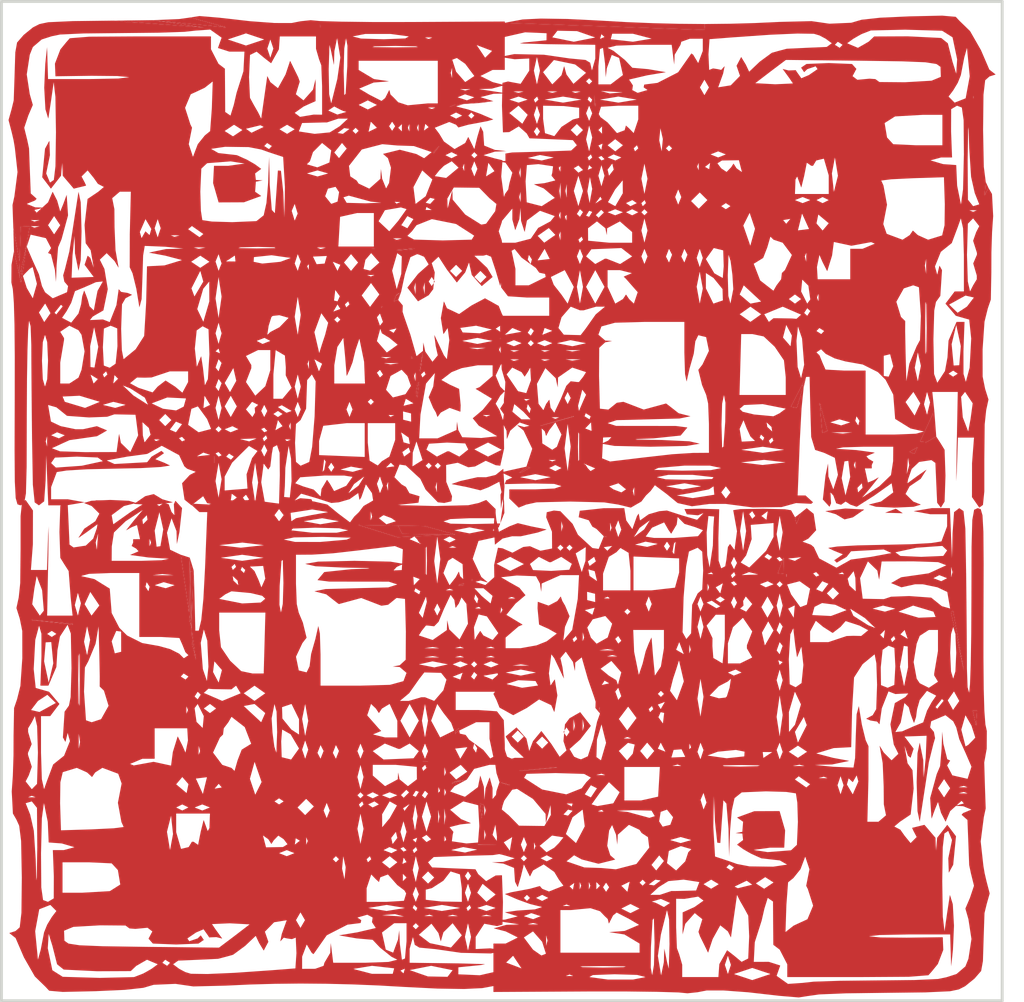
<source format=kicad_pcb>
(kicad_pcb (version 20171130) (host pcbnew 6.0.0-rc1-unknown-5b3202d~66~ubuntu16.04.1)
  (title_block (title "Project Title"))
  (layers (0 F.Cu signal) (31 B.Cu signal) (34 B.Paste user) (35 F.Paste user) (36 B.SilkS user) (37 F.SilkS user) (38 B.Mask user) (39 F.Mask user) (44 Edge.Cuts user))
  (net 0 "")
  (module borg:Borg.Edge.01 (layer F.Cu) (at 127 99.06)
    (fp_text reference svg2mod hide)
    (fp_text value G*** hide)
    (fp_line (start -49.347716 49.27536) (end -49.347716 -49.27536) (layer Edge.Cuts) (width 0.285533))
    (fp_line (start 49.347716 49.27536) (end -49.347716 49.27536) (layer Edge.Cuts) (width 0.285533))
    (fp_line (start 49.347716 -49.27536) (end 49.347716 49.27536) (layer Edge.Cuts) (width 0.285533))
    (fp_line (start -49.347716 -49.27536) (end 49.347716 -49.27536) (layer Edge.Cuts) (width 0.285533))
  )
  (module borg:Borg.Cu.01 (layer F.Cu) (at 102.9716 75.4126)
    (fp_text reference svg2mod hide)
    (fp_text value G*** hide)
    (fp_poly (pts (xy -24.009022 13.482547) (xy -23.200664 1.444008) (xy -22.825283 2.621521) (xy -22.230418 3.647563) (xy -21.818887 2.221113) (xy -22.23958 0.567591) (xy -22.524976 0.734606) (xy -23.05051 1.26883) (xy -23.200664 1.444008) (xy -24.009022 13.482547) (xy -23.074195 -13.16947) (xy -22.776052 -11.96825) (xy -22.59873 -11.136347) (xy -22.524976 -9.13624) (xy -22.428538 -6.68986) (xy -21.849291 -6.174087) (xy -21.999444 -6.003049) (xy -22.825283 -5.661848) (xy -21.999444 -5.326012) (xy -21.173606 -5.29048) (xy -22.074518 -5.061237) (xy -21.849291 -4.796464) (xy -20.723148 -5.811998) (xy -20.27269 -6.863067) (xy -19.822233 -5.979876) (xy -19.521928 -4.911086) (xy -19.221624 -5.644124) (xy -18.886333 -6.56276) (xy -18.751365 -4.527467) (xy -19.39396 -2.175235) (xy -19.731281 -1.38013) (xy -19.879016 0.377358) (xy -19.943241 2.028644) (xy -20.044404 0.861476) (xy -20.438078 -0.697401) (xy -20.723148 -0.821522) (xy -20.422844 -1.307427) (xy -20.935515 -2.283416) (xy -22.439679 -2.628646) (xy -22.825283 -1.429463) (xy -22.224672 -0.043069) (xy -21.624063 1.28019) (xy -21.323756 2.446386) (xy -21.023452 3.046994) (xy -20.260134 3.647605) (xy -18.852136 3.046994) (xy -18.852136 3.046952) (xy -18.74667 2.446343) (xy -19.116716 2.005504) (xy -19.234739 1.387169) (xy -19.071471 0.83622) (xy -18.621013 -0.975034) (xy -18.320709 -2.959147) (xy -18.020404 -4.911128) (xy -17.720097 -6.86311) (xy -17.500645 -5.812042) (xy -17.419793 -2.959147) (xy -17.500645 -0.106249) (xy -17.720097 0.944819) (xy -18.066195 -0.781935) (xy -18.111988 -2.508689) (xy -18.313681 -0.556707) (xy -18.400318 1.620505) (xy -16.218574 1.545428) (xy -16.443804 1.249721) (xy -17.119489 0.344208) (xy -16.819185 -0.556707) (xy -16.554441 -0.331477) (xy -16.218574 0.644512) (xy -16.518881 -1.087624) (xy -17.009849 -1.781118) (xy -17.119489 -3.582042) (xy -16.825203 -6.149199) (xy -15.766976 -6.86311) (xy -15.215686 -7.330825) (xy -15.806868 -7.640556) (xy -16.218574 -8.223906) (xy -16.819185 -8.965242) (xy -17.419793 -8.364634) (xy -17.101766 -7.764022) (xy -16.969336 -7.463718) (xy -18.188279 -7.163414) (xy -19.274089 -8.43971) (xy -19.326554 -9.716004) (xy -19.441509 -8.43971) (xy -20.44011 -7.163414) (xy -21.297448 -8.289557) (xy -21.02154 -11.102892) (xy -20.591432 -11.88953) (xy -20.539452 -10.463083) (xy -20.907385 -8.664938) (xy -20.532004 -7.764144) (xy -20.153282 -8.021561) (xy -19.991464 -9.38002) (xy -19.941768 -12.719176) (xy -19.995296 -16.21858) (xy -20.166995 -17.674084) (xy -20.422844 -15.872256) (xy -20.697522 -14.070425) (xy -20.981895 -14.992513) (xy -21.099659 -17.115821) (xy -20.997324 -19.475915) (xy -20.821045 -21.127592) (xy -20.772097 -19.550991) (xy -20.723148 -17.974388) (xy -16.618982 -17.974388) (xy -13.774255 -18.028231) (xy -12.698105 -18.157683) (xy -13.872203 -18.273618) (xy -16.437643 -18.29497) (xy -19.993886 -18.248962) (xy -20.043574 -19.49499) (xy -19.507289 -20.894253) (xy -18.921317 -21.613073) (xy -18.579923 -21.998846) (xy -16.653588 -22.151709) (xy -11.789079 -22.179045) (xy -4.656838 -22.179327) (xy -4.656838 -20.918666) (xy -3.913719 -19.480094) (xy -3.282466 -18.99624) (xy -3.264032 -16.836403) (xy -3.252541 -14.729939) (xy -2.730857 -14.370625) (xy -2.404549 -15.421691) (xy -2.129326 -16.614949) (xy -1.453641 -18.737951) (xy -1.353483 -20.678286) (xy -2.839993 -20.677721) (xy -3.966136 -21.037456) (xy -3.605769 -22.055668) (xy -4.731915 -22.854738) (xy -6.169061 -22.754098) (xy -7.270098 -22.631991) (xy -9.857643 -22.544369) (xy -13.371505 -22.510199) (xy -17.187317 -22.47349) (xy -19.53195 -22.367285) (xy -20.367918 -22.193238) (xy -21.348784 -21.878312) (xy -22.224672 -21.12755) (xy -22.524976 -20.376785) (xy -22.825283 -18.424803) (xy -22.524976 -16.472822) (xy -22.224672 -15.421756) (xy -22.672968 -14.370689) (xy -23.074195 -13.16947) (xy -24.009022 13.482547) (xy -24.004908 9.337949) (xy -24.032273 6.249856) (xy -21.007292 4.165384) (xy -21.624063 5.049067) (xy -21.098529 5.994376) (xy -20.48176 5.110693) (xy -21.007292 4.165384) (xy -24.032273 6.249856) (xy -22.444184 -4.068147) (xy -22.074518 -3.918581) (xy -21.543272 -4.057019) (xy -21.543272 -4.057028) (xy -22.444184 -4.068147) (xy -24.032273 6.249856) (xy -24.094709 4.094256) (xy -21.023452 7.25121) (xy -21.239849 7.964434) (xy -21.323756 9.8038) (xy -21.239849 11.643168) (xy -21.023452 12.356393) (xy -20.807057 11.643168) (xy -20.723148 9.8038) (xy -20.807057 7.964434) (xy -21.023452 7.25121) (xy -24.094709 4.094256) (xy -19.146547 7.575224) (xy -19.146547 7.750399) (xy -19.521928 9.978979) (xy -19.521928 12.056086) (xy -18.621013 12.056086) (xy -17.720097 11.473201) (xy -17.419793 10.704716) (xy -17.119489 8.885161) (xy -17.419793 7.25121) (xy -17.720097 6.800753) (xy -18.621013 6.350295) (xy -19.521928 6.950903) (xy -19.146547 7.575224) (xy -24.094709 4.094256) (xy -18.443704 4.09931) (xy -18.900258 4.930285) (xy -19.343402 5.573754) (xy -18.438731 6.050002) (xy -17.720097 5.149087) (xy -17.461438 4.248171) (xy -17.354826 3.452776) (xy -17.158131 2.872916) (xy -16.969336 3.347256) (xy -16.803609 3.80734) (xy -16.639133 4.4287) (xy -16.20915 4.848782) (xy -15.993346 3.687407) (xy -15.843193 2.918552) (xy -15.317661 1.985508) (xy -15.993346 2.055468) (xy -17.061789 2.527454) (xy -18.066353 2.942056) (xy -18.443704 4.09931) (xy -24.094709 4.094256) (xy -22.444184 -3.467545) (xy -22.074518 -3.317981) (xy -21.543272 -3.456417) (xy -21.543272 -3.456425) (xy -22.444184 -3.467545) (xy -24.094709 4.094256) (xy -24.195807 2.747139) (xy -24.33916 2.084492) (xy -24.328407 0.348077) (xy -24.082213 -1.014307) (xy -20.719301 14.169575) (xy -20.439054 15.803216) (xy -19.467414 16.260368) (xy -18.01914 16.561482) (xy -17.270396 16.561482) (xy -15.910226 16.260368) (xy -14.897068 16.679705) (xy -15.893606 17.250931) (xy -18.607486 17.638642) (xy -20.344397 18.43474) (xy -19.537692 18.74293) (xy -17.079021 18.823072) (xy -13.966542 18.812969) (xy -13.842034 17.912056) (xy -13.842034 17.912045) (xy -13.717526 17.01113) (xy -13.53878 17.912045) (xy -12.61222 18.812958) (xy -11.835504 17.16128) (xy -12.097505 15.134225) (xy -14.178017 15.092964) (xy -14.888704 15.331849) (xy -16.680557 15.398918) (xy -18.856042 15.240937) (xy -19.897563 14.400455) (xy -20.719301 14.169575) (xy -24.082213 -1.014307) (xy -24.152303 -3.391599) (xy -20.423098 17.161286) (xy -19.654612 17.461593) (xy -19.071725 17.161286) (xy -19.84021 16.860982) (xy -20.423098 17.161286) (xy -24.152303 -3.391599) (xy -20.723148 -3.559749) (xy -20.122537 -2.658834) (xy -19.521928 -3.559749) (xy -20.122537 -4.460665) (xy -20.723148 -3.559749) (xy -24.152303 -3.391599) (xy -24.227375 -5.547969) (xy -24.042586 -6.402709) (xy -23.732375 -8.802422) (xy -23.998306 -11.200106) (xy -24.122297 -11.9347) (xy -24.300642 -12.702886) (xy -24.620059 -13.932114) (xy -24.326804 -14.97134) (xy -24.108398 -15.872255) (xy -24.026497 -18.274695) (xy -23.95319 -20.607688) (xy -23.776939 -21.578047) (xy -23.125584 -22.328809) (xy -22.19895 -23.079573) (xy -21.567746 -23.398665) (xy 13.042167 -22.423894) (xy 10.55746 -22.423894) (xy 9.307341 -22.178658) (xy 10.146672 -21.965994) (xy 12.385468 -21.899458) (xy 14.520274 -21.981337) (xy 14.862981 -22.178658) (xy 13.042167 -22.423894) (xy -21.567746 -23.398665) (xy -20.708893 -23.577812) (xy -18.273459 -23.689684) (xy -14.260327 -23.734332) (xy 5.70369 -22.178664) (xy 3.919126 -22.178664) (xy 2.134564 -22.178664) (xy 2.042221 -20.902367) (xy 1.27419 -19.53011) (xy 0.598504 -20.055641) (xy -0.152258 -20.67714) (xy -0.805581 -20.350017) (xy -0.90302 -18.156678) (xy -0.809378 -16.124243) (xy -0.452563 -15.463358) (xy -0.002106 -14.680465) (xy 0.298199 -14.07043) (xy 0.598504 -16.172565) (xy 0.598498 -16.17256) (xy 0.898803 -18.274695) (xy 1.199108 -17.674084) (xy 1.949869 -17.073475) (xy 2.700634 -18.424846) (xy 3.151092 -19.776219) (xy 3.60155 -18.85758) (xy 3.94916 -18.153777) (xy 4.099311 -17.721043) (xy 3.716677 -16.472864) (xy 4.467438 -15.872256) (xy 5.403378 -16.923322) (xy 5.666146 -17.974388) (xy 5.659063 -15.797179) (xy 4.491904 -15.271644) (xy 3.601555 -14.638905) (xy 4.12709 -14.242786) (xy 5.47846 -14.468169) (xy 6.304299 -14.456937) (xy 6.304299 -17.284456) (xy 6.226177 -19.328138) (xy 6.003995 -19.926378) (xy 5.70369 -20.95972) (xy 5.70369 -22.178664) (xy -14.260327 -23.734332) (xy 8.664433 -22.002371) (xy 8.48917 -20.990756) (xy 8.430124 -18.782506) (xy 8.496761 -16.376272) (xy 8.624497 -16.539002) (xy 8.79101 -19.242274) (xy 8.808044 -21.257372) (xy 8.664433 -22.002371) (xy -14.260327 -23.734332) (xy -10.44931 -23.78085) (xy 7.785059 -22.015675) (xy 7.513852 -20.721658) (xy 7.471585 -19.36247) (xy 7.205209 -20.677134) (xy 7.032604 -21.351893) (xy 6.953853 -18.95038) (xy 6.998712 -16.479397) (xy 7.205209 -15.571951) (xy 7.505513 -16.773171) (xy 7.805817 -17.974388) (xy 8.106121 -20.094247) (xy 7.785059 -22.015675) (xy -10.44931 -23.78085) (xy -1.203331 -22.478962) (xy -3.005161 -21.878354) (xy -1.203331 -21.277743) (xy 0.598498 -21.878354) (xy -1.203331 -22.478962) (xy -10.44931 -23.78085) (xy -7.801387 -23.890459) (xy -6.689812 -24.047706) (xy 1.199108 -21.878354) (xy 0.898803 -20.977438) (xy 1.199108 -20.076523) (xy 1.499413 -20.977438) (xy 1.199108 -21.878354) (xy -6.689812 -24.047706) (xy 15.538669 -21.200129) (xy 13.511611 -21.243465) (xy 11.484553 -21.200129) (xy 11.243839 -21.125934) (xy 13.511611 -21.095074) (xy 15.77938 -21.125934) (xy 15.538669 -21.200129) (xy -6.689812 -24.047706) (xy -5.786648 -24.188922) (xy -3.836915 -24.025043) (xy -0.781315 -23.677071) (xy 17.190344 -22.077239) (xy 16.439582 -22.077239) (xy 16.814963 -21.92577) (xy 17.190344 -22.077239) (xy -0.781315 -23.677071) (xy 1.613708 -23.501046) (xy 3.290694 -23.499471) (xy 4.192184 -23.674854) (xy 5.184359 -23.779727) (xy 13.811915 -19.776219) (xy 9.907952 -19.776219) (xy 9.907952 -18.875303) (xy 11.409476 -17.974388) (xy 12.911186 -17.74916) (xy 11.384759 -17.62967) (xy 9.958123 -17.029062) (xy 10.994245 -16.416242) (xy 12.16593 -15.815631) (xy 12.525535 -16.103184) (xy 12.935353 -16.908274) (xy 13.048326 -16.452115) (xy 13.343734 -16.17256) (xy 13.811915 -15.684564) (xy 14.750369 -15.38426) (xy 16.70235 -15.571951) (xy 17.715878 -15.571951) (xy 17.715878 -17.674084) (xy 17.715878 -19.776219) (xy 13.811915 -19.776219) (xy 5.184359 -23.779727) (xy 6.0682 -23.694799) (xy 6.779792 -13.695038) (xy 6.429439 -13.695038) (xy 4.330877 -13.641413) (xy 4.011637 -12.807862) (xy 5.566655 -12.568895) (xy 7.065775 -12.714342) (xy 8.041103 -13.319657) (xy 8.850764 -14.070419) (xy 7.902868 -14.070419) (xy 6.779792 -13.695038) (xy 6.0682 -23.694799) (xy 6.904902 -14.871239) (xy 7.805817 -14.470833) (xy 8.706732 -14.738809) (xy 8.406428 -14.821187) (xy 8.106121 -14.953617) (xy 7.505513 -15.271644) (xy 6.904902 -14.871239) (xy 6.0682 -23.694799) (xy 8.201793 -23.632511) (xy 21.548069 -21.32609) (xy 22.382067 -20.076523) (xy 23.067176 -20.74914) (xy 21.548069 -21.32609) (xy 8.201793 -23.632511) (xy 11.265095 -23.598774) (xy 14.938061 -23.599503) (xy 19.893076 -16.980178) (xy 20.418608 -16.84284) (xy 20.944142 -16.980178) (xy 19.893076 -16.980178) (xy 14.938061 -23.599503) (xy 19.124108 -19.100534) (xy 18.986767 -18.574999) (xy 19.124108 -18.049465) (xy 19.124108 -19.100534) (xy 14.938061 -23.599503) (xy 19.517706 -18.700125) (xy 20.418622 -17.674084) (xy 21.319537 -18.274695) (xy 20.869079 -18.875303) (xy 20.418622 -19.475915) (xy 19.592783 -20.052816) (xy 19.142325 -19.877638) (xy 19.517706 -18.700125) (xy 14.938061 -23.599503) (xy 24.322588 -23.647828) (xy 24.322588 -21.261571) (xy 24.322588 -18.875315) (xy 23.121368 -18.875315) (xy 21.920148 -18.274706) (xy 21.319523 -16.17256) (xy 20.400884 -16.472864) (xy 19.667846 -16.17256) (xy 20.586485 -15.872256) (xy 21.319523 -16.17256) (xy 21.920148 -18.274706) (xy 23.121368 -17.674095) (xy 16.739889 -15.170228) (xy 17.11527 -15.018756) (xy 17.490651 -15.170228) (xy 16.739889 -15.170228) (xy 23.121368 -17.674095) (xy 24.295642 -17.372695) (xy 23.046294 -17.028382) (xy 21.769998 -16.983277) (xy 23.121368 -16.773182) (xy 14.172299 -13.52987) (xy 13.811932 -13.169507) (xy 14.172299 -12.80914) (xy 14.172299 -13.52987) (xy 23.121368 -16.773182) (xy 14.911732 -13.544885) (xy 14.760261 -13.169504) (xy 14.911732 -12.794123) (xy 14.911732 -13.544885) (xy 23.121368 -16.773182) (xy 13.511628 -13.319654) (xy 13.211321 -13.770112) (xy 12.911017 -13.319654) (xy 13.211321 -12.869197) (xy 13.511628 -13.319654) (xy 23.121368 -16.773182) (xy 24.472741 -16.563085) (xy 23.196445 -16.51798) (xy 21.920148 -16.189837) (xy 23.196445 -15.791845) (xy -2.382513 -13.469816) (xy -3.305448 -12.84926) (xy -2.482177 -12.323726) (xy -1.559243 -12.944282) (xy -2.382513 -13.469816) (xy 23.196445 -15.791845) (xy 10.808867 -14.97134) (xy 11.70978 -15.421798) (xy 10.808867 -15.872256) (xy 9.907952 -15.421798) (xy 10.808867 -14.97134) (xy 23.196445 -15.791845) (xy 21.995225 -15.624428) (xy 20.225281 -15.50118) (xy 11.109189 -13.770115) (xy 10.883958 -12.767783) (xy 11.709797 -13.169507) (xy 11.109189 -13.770115) (xy 20.225281 -15.50118) (xy 19.517709 -15.271656) (xy 15.355349 -11.367602) (xy 13.716086 -11.421925) (xy 12.246245 -11.552531) (xy 10.220953 -11.026997) (xy 8.95293 -9.408062) (xy 9.082971 -8.37938) (xy 9.709654 -7.966057) (xy 9.907949 -7.663842) (xy 10.959015 -7.163335) (xy 12.058144 -8.139324) (xy 12.106201 -9.115316) (xy 12.227325 -8.139324) (xy 12.617255 -7.186814) (xy 12.910997 -7.726405) (xy 13.098689 -9.227932) (xy 12.798385 -10.166383) (xy 12.310388 -10.592183) (xy 13.962066 -11.00314) (xy 15.61374 -10.577341) (xy 16.364502 -10.166383) (xy 17.115267 -10.766994) (xy 15.355349 -11.367602) (xy 19.517709 -15.271656) (xy 15.812648 -13.544885) (xy 15.661176 -13.169504) (xy 15.812648 -12.794123) (xy 15.812648 -13.544885) (xy 19.517709 -15.271656) (xy 16.81498 -13.229563) (xy 16.480781 -13.556035) (xy 16.348351 -12.895364) (xy 16.81498 -13.229563) (xy 19.517709 -15.271656) (xy 20.118323 -14.370737) (xy 19.517712 -14.671042) (xy 18.917103 -14.370737) (xy 19.517712 -14.07043) (xy 20.118323 -14.370737) (xy 19.517709 -15.271656) (xy 21.019238 -14.671042) (xy 20.718931 -14.370737) (xy 21.019238 -14.07043) (xy 21.319543 -14.370737) (xy 21.019238 -14.671042) (xy 19.517709 -15.271656) (xy 20.718929 -14.971351) (xy 21.920148 -14.53816) (xy 23.196445 -13.990017) (xy 22.595836 -13.822597) (xy 20.718929 -13.469828) (xy 19.742939 -13.199456) (xy 19.517709 -13.469828) (xy 18.842024 -13.740197) (xy 17.415577 -13.169523) (xy 17.178507 -8.069819) (xy 16.18027 -8.96516) (xy 15.313439 -7.313486) (xy 15.522235 -5.661808) (xy 16.520475 -6.418141) (xy 17.178507 -8.069819) (xy 17.415577 -13.169523) (xy 18.316487 -9.41568) (xy 17.866029 -8.965222) (xy 17.415571 -8.400002) (xy 18.541714 -8.220006) (xy 19.763821 -9.235684) (xy 19.088133 -9.866138) (xy 18.316487 -9.41568) (xy 17.415577 -13.169523) (xy 18.466629 -10.466749) (xy 19.06724 -10.166442) (xy 19.667848 -10.466749) (xy 19.06724 -10.767053) (xy 18.466629 -10.466749) (xy 17.415577 -13.169523) (xy 17.866034 -12.568912) (xy 16.965116 -6.262417) (xy 16.514659 -5.775188) (xy 16.965116 -5.661808) (xy 17.415574 -6.149037) (xy 16.965116 -6.262417) (xy 17.866034 -12.568912) (xy 6.30429 -11.667966) (xy 5.403375 -10.767053) (xy 5.103071 -9.866138) (xy 4.802766 -9.565833) (xy 5.836976 -9.263741) (xy 7.022924 -9.740546) (xy 7.205206 -10.941766) (xy 6.30429 -11.667966) (xy 17.866034 -12.568912) (xy -5.957504 -11.547073) (xy -5.257449 -12.41873) (xy -4.737613 -12.837087) (xy -4.569614 -15.077749) (xy -4.482391 -17.736771) (xy -5.285798 -17.104808) (xy -6.649321 -16.472844) (xy -7.209431 -15.136395) (xy -6.683899 -13.49385) (xy -6.524144 -13.178622) (xy -6.847277 -11.548611) (xy -6.430791 -10.301573) (xy -5.957504 -11.547073) (xy 17.866034 -12.568912) (xy 8.73369 -11.117734) (xy 8.266835 -11.667966) (xy 7.50551 -10.730282) (xy 7.972365 -10.180051) (xy 8.73369 -11.117734) (xy 17.866034 -12.568912) (xy 1.349277 -11.367681) (xy 0.881097 -11.667985) (xy 0.598515 -11.367681) (xy 1.066696 -11.067377) (xy 1.349277 -11.367681) (xy 17.866034 -12.568912) (xy 9.607665 -12.568895) (xy 9.907969 -12.869199) (xy 9.607665 -13.169507) (xy 9.307358 -12.869199) (xy 9.607665 -12.568895) (xy 17.866034 -12.568912) (xy 18.316492 -11.81815) (xy 11.40949 -4.760788) (xy 9.757813 -4.760788) (xy 8.078898 -4.385407) (xy 7.979889 -2.73373) (xy 7.908111 -1.457434) (xy 9.658803 -1.457434) (xy 11.40949 -1.457434) (xy 11.40949 -3.109111) (xy 11.40949 -4.760788) (xy 18.316492 -11.81815) (xy 12.498409 -5.04193) (xy 11.874448 -3.95006) (xy 12.928723 -2.959141) (xy 13.811915 -3.99026) (xy 14.637754 -5.146485) (xy 14.073913 -5.316583) (xy 12.498409 -5.04193) (xy 18.316492 -11.81815) (xy 12.166664 -5.781798) (xy 11.112736 -5.885684) (xy 8.935524 -6.477287) (xy 8.406428 -6.308961) (xy 8.727637 -5.765479) (xy 10.583637 -5.717358) (xy 12.166664 -5.781798) (xy 18.316492 -11.81815) (xy 13.455302 -5.866947) (xy 13.636737 -5.685515) (xy 14.030888 -5.84324) (xy 13.455302 -5.866947) (xy 18.316492 -11.81815) (xy 21.01923 -9.115376) (xy 21.319534 -8.364614) (xy 21.619838 -9.115376) (xy 21.319534 -9.866138) (xy 21.01923 -9.115376) (xy 18.316492 -11.81815) (xy -0.659037 -12.675101) (xy 0.542183 -13.252172) (xy 0.223134 -13.419335) (xy -1.203314 -13.069411) (xy -0.659037 -12.675101) (xy 18.316492 -11.81815) (xy 2.850805 -12.568895) (xy 3.601567 -13.019353) (xy 2.850805 -13.469811) (xy 2.100043 -13.019353) (xy 2.850805 -12.568895) (xy 18.316492 -11.81815) (xy 8.356393 -12.568895) (xy 9.007053 -13.056124) (xy 8.481519 -13.141101) (xy 7.830859 -12.653872) (xy 8.356393 -12.568895) (xy 18.316492 -11.81815) (xy 19.367558 -11.067388) (xy 22.821061 -6.211738) (xy 21.801488 -7.249942) (xy 19.292479 -7.278753) (xy 18.652323 -6.181687) (xy 18.687854 -5.211418) (xy 18.917098 -6.112334) (xy 19.146341 -7.013246) (xy 19.181873 -6.082864) (xy 20.420349 -4.610028) (xy 21.996949 -3.616741) (xy 22.475395 -3.703093) (xy 23.376311 -4.941588) (xy 23.496746 -5.652385) (xy 22.821061 -6.211738) (xy 19.367558 -11.067388) (xy 20.317199 -9.64091) (xy 20.165731 -9.265529) (xy 20.317199 -8.890148) (xy 20.317199 -9.64091) (xy 19.367558 -11.067388) (xy 21.319526 -10.767053) (xy 21.019222 -10.466749) (xy 21.319526 -10.166442) (xy 21.61983 -10.466749) (xy 21.319526 -10.767053) (xy 19.367558 -11.067388) (xy 20.418624 -11.667997) (xy 22.699533 -9.715984) (xy 22.472257 -8.373792) (xy 23.301818 -8.890148) (xy 22.699533 -9.715984) (xy 20.418624 -11.667997) (xy 20.718929 -12.268608) (xy 21.019236 -11.667997) (xy 21.31954 -11.067388) (xy 21.619844 -12.286332) (xy 21.928113 -13.314752) (xy 22.192837 -12.771497) (xy 22.288212 -11.415001) (xy 23.346598 -10.985846) (xy 24.472741 -10.868049) (xy 24.286751 22.26646) (xy 24.181547 24.068291) (xy 24.022281 22.867083) (xy 24.022281 22.867074) (xy 23.784268 21.736663) (xy 22.711409 22.288262) (xy 21.920145 22.588566) (xy 20.586499 22.266466) (xy 19.067251 21.966159) (xy 19.954516 21.665855) (xy 21.63308 21.290474) (xy 22.476547 21.296908) (xy 23.414247 21.071681) (xy 24.173433 20.464632) (xy 24.286751 22.26646) (xy 24.472741 -10.868049) (xy 23.346598 -10.817565) (xy 22.220455 -10.46678) (xy 23.346598 -10.142766) (xy 24.09736 -9.967588) (xy 23.969691 -8.364645) (xy 24.275552 -6.112359) (xy 20.118332 0.944862) (xy 19.51772 0.34425) (xy 18.917112 0.944862) (xy 19.51772 1.54547) (xy 20.118332 0.944862) (xy 24.275552 -6.112359) (xy 24.02784 -3.860071) (xy 21.301334 -2.530443) (xy 19.516016 -3.680048) (xy 17.127247 -4.160169) (xy 15.613757 -3.55956) (xy 15.163302 -2.958952) (xy 14.712845 -2.508494) (xy 15.369633 -2.142802) (xy 18.203118 -2.058036) (xy 21.0622 -2.134841) (xy 21.301334 -2.530443) (xy 24.02784 -3.860071) (xy 23.721979 -2.959158) (xy 17.11527 -5.061256) (xy 16.589735 -5.356963) (xy 16.514659 -5.061256) (xy 17.11527 -5.061256) (xy 23.721979 -2.959158) (xy 7.981492 -6.821369) (xy 7.63431 -7.346904) (xy 6.88034 -7.163391) (xy 6.604597 -6.412629) (xy 7.205209 -5.661868) (xy 7.828132 -5.887095) (xy 7.981492 -6.821369) (xy 23.721979 -2.959158) (xy 24.022283 -2.058242) (xy 14.165954 -0.481588) (xy 13.715499 -0.803911) (xy 13.211318 0.92284) (xy 13.661776 2.74669) (xy 14.112233 1.245166) (xy 14.165954 -0.481588) (xy 24.022283 -2.058242) (xy -3.906062 -0.706816) (xy -4.206366 0.026223) (xy -3.906062 0.944862) (xy -3.605755 0.21182) (xy -3.906062 -0.706816) (xy 24.022283 -2.058242) (xy 3.901868 -0.706804) (xy 3.601564 0.211832) (xy 3.901868 0.944873) (xy 4.202172 0.026234) (xy 3.901868 -0.706804) (xy 24.022283 -2.058242) (xy 9.157204 -0.706804) (xy 8.461572 0.119034) (xy 9.157204 0.944873) (xy 9.852837 0.119034) (xy 9.157204 -0.706804) (xy 24.022283 -2.058242) (xy 11.144257 -0.808009) (xy 10.575077 -0.1428) (xy 10.389852 0.760534) (xy 11.054056 0.921163) (xy 11.954969 0.119034) (xy 11.144257 -0.808009) (xy 24.022283 -2.058242) (xy 6.772576 -0.527844) (xy 5.403392 -0.466568) (xy 5.765903 0.286338) (xy 6.5522 0.225062) (xy 6.772576 -0.527844) (xy 24.022283 -2.058242) (xy -2.298075 -0.570322) (xy -3.176049 0.010373) (xy -2.238213 0.017796) (xy -2.238213 0.017781) (xy -2.298075 -0.570322) (xy 24.022283 -2.058242) (xy 1.321609 -0.599896) (xy -0.418402 -0.415476) (xy -0.448734 0.050144) (xy 0.407176 0.224377) (xy 2.200141 0.048064) (xy 3.223541 -0.331418) (xy 1.321609 -0.599896) (xy 24.022283 -2.058242) (xy 6.904899 -8.664918) (xy 5.853833 -8.965222) (xy 4.802766 -8.664918) (xy 5.853833 -8.364614) (xy 6.904899 -8.664918) (xy 24.022283 -2.058242) (xy 24.322588 0.194043) (xy 23.87213 2.446332) (xy 23.421675 0.912677) (xy 22.971217 -0.44812) (xy 22.516162 -0.641219) (xy -7.359581 -1.258312) (xy -9.161409 -1.437481) (xy -11.188468 -1.519427) (xy -11.347535 -0.573823) (xy -11.413695 1.563123) (xy -11.496325 3.72704) (xy -11.714002 4.548447) (xy -12.014306 2.709848) (xy -12.389687 1.183142) (xy -12.668142 0.586763) (xy -12.661194 -2.68405) (xy -12.557319 -6.863138) (xy -13.647752 -6.863138) (xy -14.396406 -6.224526) (xy -14.1814 -5.145985) (xy -14.166352 -3.373542) (xy -14.069307 -1.084181) (xy -13.762693 0.644484) (xy -14.170631 -0.031201) (xy -14.94228 -0.80285) (xy -15.617965 -0.159293) (xy -15.162927 0.754841) (xy -14.832236 2.746645) (xy -15.266557 4.843946) (xy -16.315407 5.449363) (xy -16.591669 5.797001) (xy -15.780844 5.76023) (xy -15.317661 5.733786) (xy -14.641973 5.995782) (xy -13.979109 4.32322) (xy -13.753882 2.746619) (xy -13.51583 3.018808) (xy -12.868263 3.121656) (xy -12.435529 3.299924) (xy -13.083096 3.647535) (xy -13.429935 4.243617) (xy -13.51583 6.650582) (xy -13.44492 8.771487) (xy -13.274434 9.653633) (xy -12.083363 8.673811) (xy -11.242939 7.362859) (xy -11.048463 4.094163) (xy -10.96324 0.494333) (xy -9.236486 0.404271) (xy -7.509732 -0.121264) (xy -9.161409 -0.556736) (xy -10.77584 -0.858092) (xy -9.086333 -1.207828) (xy -7.359581 -1.258312) (xy 22.516162 -0.641219) (xy -5.178856 -1.363589) (xy -6.380076 -1.369657) (xy -5.858043 -1.232994) (xy -5.178856 -1.363595) (xy -5.178856 -1.363589) (xy 22.516162 -0.641219) (xy -1.974789 -1.302281) (xy -0.15225 -1.269485) (xy 1.720839 -1.300944) (xy 1.585468 -1.378166) (xy 1.585468 -1.37827) (xy -0.030717 -1.423959) (xy -1.717886 -1.379399) (xy -1.974789 -1.302281) (xy 22.516162 -0.641219) (xy 6.685403 -1.354121) (xy 5.784488 -1.36524) (xy 6.154154 -1.215676) (xy 6.685403 -1.354112) (xy 6.685403 -1.354121) (xy 22.516162 -0.641219) (xy -11.502053 -2.283272) (xy -11.117517 -2.95896) (xy -10.711653 -2.583577) (xy -10.536475 -3.184188) (xy -11.113377 -4.160177) (xy -11.673091 -2.883884) (xy -11.502053 -2.283272) (xy 22.516162 -0.641219) (xy 14.193025 -2.255025) (xy 13.29211 -2.266144) (xy 13.661776 -2.116578) (xy 14.193025 -2.255016) (xy 14.193025 -2.255025) (xy 22.516162 -0.641219) (xy -9.912171 -2.358535) (xy -9.611867 -3.259451) (xy -9.912171 -4.160363) (xy -10.212478 -3.259451) (xy -9.912171 -2.358535) (xy 22.516162 -0.641219) (xy 22.215858 -0.556719) (xy -8.260497 -2.417074) (xy -7.729247 -2.555512) (xy -7.729247 -2.555518) (xy -8.63016 -2.566638) (xy -8.260497 -2.417074) (xy 22.215858 -0.556719) (xy 21.624441 -0.556719) (xy 21.324137 -0.541704) (xy 22.520771 1.54547) (xy 21.92016 0.944862) (xy 21.319551 1.54547) (xy 21.92016 2.146081) (xy 22.520771 1.54547) (xy 21.324137 -0.541704) (xy -5.782981 -2.377566) (xy -5.4076 -2.689269) (xy -6.533743 -3.478393) (xy -6.909124 -3.16669) (xy -5.782981 -2.377566) (xy 21.324137 -0.541704) (xy 22.580819 0.644498) (xy 23.121368 1.545414) (xy 22.047292 2.446329) (xy 17.415588 1.995928) (xy 17.115284 1.54547) (xy 16.814977 1.995928) (xy 17.115284 2.446386) (xy 17.415588 1.995928) (xy 22.047292 2.446329) (xy 21.068176 1.344167) (xy 20.790876 0.117922) (xy 20.418624 1.089879) (xy 19.592786 2.090896) (xy 18.616796 0.823091) (xy 17.790958 -0.45132) (xy 17.115273 0.178202) (xy 15.525834 2.074504) (xy 15.38917 2.596536) (xy 15.519772 3.275724) (xy 15.525839 2.074504) (xy 15.525834 2.074504) (xy 17.115273 0.178202) (xy 16.426752 2.074504) (xy 16.290091 2.596536) (xy 16.420693 3.275724) (xy 16.42676 2.074504) (xy 16.426752 2.074504) (xy 17.115273 0.178202) (xy 17.415577 1.094956) (xy 17.265423 2.746633) (xy 16.814966 3.347242) (xy 15.763899 3.947853) (xy 14.712833 2.59648) (xy 15.763899 1.245109) (xy 16.814966 0.312066) (xy 16.364508 -0.448122) (xy 15.909456 -0.641222) (xy 15.684225 -0.706872) (xy 14.112219 -3.559749) (xy 14.712831 -3.259445) (xy 15.313439 -4.160358) (xy 14.712831 -4.460665) (xy 14.112219 -3.559749) (xy 15.684225 -0.706872) (xy 15.013138 -0.406568) (xy 12.201784 7.101046) (xy 12.042207 6.650588) (xy 11.709772 7.870835) (xy 12.685764 8.996978) (xy 13.757717 8.227189) (xy 12.941305 7.551503) (xy 12.201784 7.101046) (xy 15.013138 -0.406568) (xy 12.305785 5.974889) (xy 12.010079 5.14905) (xy 11.714369 5.524431) (xy 12.010079 6.35027) (xy 12.305785 5.974889) (xy 15.013138 -0.406568) (xy 14.477796 1.245109) (xy 12.910991 6.791304) (xy 13.359725 7.06014) (xy 13.642305 6.619109) (xy 12.910991 6.791304) (xy 14.477796 1.245109) (xy 14.102415 2.996888) (xy 8.397812 7.551515) (xy 8.106121 8.001972) (xy 7.805817 8.45243) (xy 7.505513 10.254258) (xy 7.505513 12.056086) (xy 9.020194 12.056086) (xy 10.534875 12.056086) (xy 10.446641 9.902897) (xy 9.983029 7.625587) (xy 9.607648 8.72771) (xy 9.307341 9.953954) (xy 9.007037 10.722439) (xy 8.728971 11.319071) (xy 8.570207 9.349366) (xy 8.397812 7.551515) (xy 14.102415 2.996888) (xy 5.544655 9.668006) (xy 5.99458 10.854844) (xy 6.304307 10.104082) (xy 5.544655 9.668006) (xy 14.102415 2.996888) (xy 6.304285 8.152112) (xy 6.604589 7.251199) (xy 6.904893 6.059654) (xy 6.229208 5.118965) (xy 5.541856 6.986195) (xy 6.021704 9.053027) (xy 6.304285 8.152112) (xy 14.102415 2.996888) (xy 11.95314 3.272182) (xy 11.127302 2.146039) (xy 10.208256 3.367203) (xy 11.034095 4.493346) (xy 11.95314 3.272182) (xy 14.102415 2.996888) (xy 10.733805 1.346585) (xy 11.109186 1.498054) (xy 11.484567 1.346585) (xy 10.733805 1.346585) (xy 14.102415 2.996888) (xy 5.007925 0.287956) (xy 4.82649 0.469388) (xy 4.984218 0.863539) (xy 5.007925 0.287956) (xy 14.102415 2.996888) (xy 7.823555 0.944873) (xy 8.106135 0.344262) (xy 7.355373 0.043958) (xy 7.823555 0.944873) (xy 14.102415 2.996888) (xy 13.811918 3.813301) (xy 16.004841 15.124581) (xy 15.878665 17.461593) (xy 17.698064 17.461593) (xy 19.562458 16.635754) (xy 19.562447 16.635754) (xy 19.607442 15.809916) (xy 19.732548 16.635754) (xy 20.120204 17.350393) (xy 22.014916 17.426755) (xy 23.571569 17.25127) (xy 22.663169 16.720534) (xy 21.762253 16.21622) (xy 21.160698 15.482528) (xy 22.145122 14.651571) (xy 23.047786 13.546757) (xy 21.440176 12.575925) (xy 21.844818 12.401405) (xy 23.121111 11.305341) (xy 23.121111 10.254275) (xy 21.644612 10.254275) (xy 20.068011 10.53613) (xy 19.066997 10.935373) (xy 18.070567 11.701166) (xy 18.896405 12.165298) (xy 19.817759 12.581638) (xy 19.970856 14.195777) (xy 19.945851 14.833923) (xy 18.883154 14.455712) (xy 18.01594 14.909) (xy 17.683507 15.359458) (xy 17.52393 14.909) (xy 17.255754 14.458542) (xy 16.81472 13.407476) (xy 17.265178 12.35641) (xy 17.428122 11.012942) (xy 16.552569 12.060151) (xy 16.004841 15.124581) (xy 13.811918 3.813301) (xy 15.067987 12.291347) (xy 14.712627 11.295475) (xy 14.149007 10.696483) (xy 13.052665 11.311955) (xy 12.610492 12.670295) (xy 13.286177 13.430599) (xy 14.528031 13.104689) (xy 15.067987 12.291347) (xy 13.811918 3.813301) (xy 15.521547 10.935658) (xy 15.371983 11.305324) (xy 15.510422 11.836574) (xy 15.521569 10.935658) (xy 15.521547 10.935658) (xy 13.811918 3.813301) (xy 16.064223 11.155151) (xy 16.196653 11.455455) (xy 16.514681 11.155151) (xy 16.382254 10.854844) (xy 16.064223 11.155151) (xy 13.811918 3.813301) (xy 5.0109 9.734416) (xy 4.861336 10.104082) (xy 4.999772 10.635332) (xy 5.010891 9.734416) (xy 5.0109 9.734416) (xy 13.811918 3.813301) (xy 13.891121 10.042843) (xy 12.389597 10.03875) (xy 13.061153 10.168353) (xy 13.891121 10.042848) (xy 13.891121 10.042843) (xy 13.811918 3.813301) (xy 8.106121 5.749695) (xy 7.805817 5.449391) (xy 7.505513 5.749695) (xy 7.805817 6.050002) (xy 8.106121 5.749695) (xy 13.811918 3.813301) (xy 14.262376 4.356756) (xy 4.20215 5.281477) (xy 3.901845 3.497373) (xy 3.601541 5.467078) (xy 3.901845 7.251185) (xy 4.20215 5.281477) (xy 14.262376 4.356756) (xy 8.106121 4.698629) (xy 7.82354 4.248171) (xy 7.413573 4.957049) (xy 8.106121 4.698629) (xy 14.262376 4.356756) (xy 14.240927 4.97747) (xy 15.313224 14.00809) (xy 14.562463 13.557635) (xy 14.337235 14.251541) (xy 15.313224 14.00809) (xy 14.240927 4.97747) (xy 9.007037 4.248171) (xy 8.874609 3.947867) (xy 8.556579 4.248171) (xy 8.689009 4.548475) (xy 9.007037 4.248171) (xy 14.240927 4.97747) (xy 14.391072 5.449377) (xy 15.013132 7.240641) (xy 15.611573 17.761891) (xy 15.246191 18.862893) (xy 15.214768 20.226293) (xy 16.210254 19.606668) (xy 15.611573 17.761891) (xy 15.013132 7.240641) (xy 13.13623 9.446628) (xy 12.085161 9.446628) (xy 12.610695 9.583966) (xy 13.13623 9.446628) (xy 15.013132 7.240641) (xy 15.61374 9.35334) (xy 9.006822 13.857926) (xy 8.706518 14.608687) (xy 9.006822 15.359449) (xy 9.307126 14.608687) (xy 9.006822 13.857926) (xy 15.61374 9.35334) (xy 12.310414 11.172875) (xy 12.01011 10.704693) (xy 11.709803 10.987274) (xy 12.01011 11.455455) (xy 12.310414 11.172875) (xy 15.61374 9.35334) (xy 7.604666 2.829609) (xy 7.482537 3.87279) (xy 7.827836 3.947867) (xy 8.053063 3.447219) (xy 7.604666 2.829609) (xy 15.61374 9.35334) (xy 16.24988 8.838372) (xy 15.012881 18.812958) (xy 14.841278 18.3625) (xy 14.219215 18.812958) (xy 14.390821 19.263415) (xy 15.012881 18.812958) (xy 16.24988 8.838372) (xy 14.845658 17.386522) (xy 14.100236 16.869685) (xy 14.337196 17.8552) (xy 14.958042 18.027372) (xy 14.845658 17.386522) (xy 16.24988 8.838372) (xy 15.086687 15.817558) (xy 15.075935 15.002038) (xy 14.285845 14.805755) (xy 14.296598 15.62127) (xy 15.086687 15.817558) (xy 16.24988 8.838372) (xy 16.285412 8.00197) (xy 16.477425 8.899216) (xy 17.187839 9.911784) (xy 17.715875 9.275257) (xy 17.50698 8.343631) (xy 17.367066 7.25355) (xy 18.316487 9.263057) (xy 12.854479 15.154308) (xy 13.035914 15.33574) (xy 13.430063 15.178014) (xy 12.854479 15.154308) (xy 18.316487 9.263057) (xy 18.609873 9.653647) (xy 22.445671 8.53763) (xy 20.793994 8.53763) (xy 21.619833 8.662734) (xy 22.445671 8.53763) (xy 18.609873 9.653647) (xy 20.118309 7.851808) (xy 21.619833 8.152112) (xy 23.121357 7.851808) (xy 21.619833 7.551503) (xy 20.118309 7.851808) (xy 18.609873 9.653647) (xy 19.925419 6.570412) (xy 20.167085 7.017189) (xy 21.856895 7.101872) (xy 23.046336 6.725651) (xy 21.494704 6.35027) (xy 19.925419 6.570412) (xy 18.609873 9.653647) (xy 18.852469 7.776739) (xy 18.688345 6.57552) (xy 18.269787 7.190748) (xy 18.01618 5.59953) (xy 18.316487 3.947853) (xy 18.616791 4.631474) (xy 19.81801 5.200541) (xy 21.01923 4.366767) (xy 22.3706 3.647549) (xy 23.721973 4.398311) (xy 24.022278 5.149073) (xy 24.322582 5.749681) (xy 23.872124 6.350292) (xy 23.421669 6.650596) (xy 23.872124 6.950901) (xy 22.895923 15.160573) (xy 22.145161 15.160573) (xy 22.520542 15.312042) (xy 22.895923 15.160573) (xy 23.872124 6.950901) (xy 24.322582 7.251208) (xy 23.872124 7.551512) (xy 23.947201 8.17323) (xy 23.872124 8.452427) (xy 23.75135 8.731621) (xy 24.256305 9.636324) (xy 23.851547 10.354958) (xy 23.421669 11.273193) (xy 23.872124 12.35639) (xy 24.322582 12.806848) (xy 23.872124 13.257303) (xy 23.421669 14.040196) (xy 24.020195 18.58773) (xy 22.668822 17.874747) (xy 21.319283 18.550432) (xy 22.670653 19.263415) (xy 24.020195 18.58773) (xy 23.421669 14.040196) (xy 23.79705 14.679446) (xy 24.217493 15.888282) (xy 24.254041 18.469004) (xy 23.874695 20.16218) (xy 20.718672 18.561444) (xy 20.42163 17.961617) (xy 18.625418 17.877315) (xy 16.840608 17.990749) (xy 16.588781 18.579289) (xy 17.630972 19.263415) (xy 18.651374 18.737884) (xy 18.823547 18.737884) (xy 19.839775 19.263415) (xy 20.718672 18.561444) (xy 23.874695 20.16218) (xy 23.421669 20.106749) (xy 22.447698 19.67163) (xy 16.814963 19.864027) (xy 16.514659 20.164331) (xy 16.814963 20.464635) (xy 17.11527 20.164331) (xy 16.814963 19.864027) (xy 22.447698 19.67163) (xy 17.715878 19.864027) (xy 17.415574 20.164331) (xy 17.715878 20.464635) (xy 18.016182 20.164331) (xy 17.715878 19.864027) (xy 22.447698 19.67163) (xy 21.376625 20.239393) (xy 20.718923 20.31447) (xy 19.68558 19.864012) (xy 18.535181 20.08924) (xy 17.622584 21.740931) (xy 17.485243 22.266466) (xy 17.622584 22.791997) (xy 17.622584 21.740931) (xy 18.535181 20.08924) (xy 18.547711 21.740917) (xy 12.943131 19.263415) (xy 13.511611 17.611738) (xy 13.511611 15.960063) (xy 12.160238 15.960063) (xy 10.808867 15.960063) (xy 10.808867 17.88702) (xy 10.990668 19.662025) (xy 11.79428 20.140621) (xy 12.201792 19.713873) (xy 12.943131 19.263415) (xy 18.547711 21.740917) (xy 19.118952 23.167364) (xy 19.06146 23.666525) (xy 18.356398 23.832531) (xy 17.718037 23.766646) (xy 16.514664 22.520559) (xy 15.98913 21.44799) (xy 14.562683 20.135716) (xy 13.086172 19.864012) (xy 12.61069 20.339492) (xy 13.442783 20.220623) (xy 13.086172 19.864012) (xy 14.562683 20.135716) (xy 13.941909 20.046257) (xy 9.90684 22.117495) (xy 10.462829 21.219712) (xy 9.454494 21.969291) (xy 8.898505 22.867074) (xy 9.90684 22.117495) (xy 13.941909 20.046257) (xy 12.310391 22.134033) (xy 12.010087 21.215394) (xy 11.70978 21.948432) (xy 12.010087 22.867071) (xy 12.310391 22.134033) (xy 13.941909 20.046257) (xy 12.818803 21.746644) (xy 12.66924 22.11631) (xy 12.807678 22.647559) (xy 12.818798 21.746644) (xy 12.818803 21.746644) (xy 13.941909 20.046257) (xy 13.433881 21.290005) (xy 6.35434 20.764931) (xy 6.515057 20.575294) (xy 6.664324 19.749458) (xy 6.503607 19.525405) (xy 6.35434 20.764931) (xy 13.433881 21.290005) (xy 7.205203 20.764925) (xy 7.505507 20.31447) (xy 7.205203 19.864012) (xy 6.904896 20.31447) (xy 7.205203 20.764925) (xy 13.433881 21.290005) (xy 10.359333 20.466122) (xy 9.154801 20.246075) (xy 8.106717 20.539698) (xy 9.325062 20.764925) (xy 10.359333 20.466122) (xy 13.433881 21.290005) (xy 6.00763 19.113265) (xy 8.257971 19.205585) (xy 10.508306 19.297906) (xy 10.508306 17.628985) (xy 10.50856 17.628985) (xy 10.50856 15.960063) (xy 8.731294 15.960063) (xy 6.414409 16.22479) (xy 6.005936 17.718946) (xy 6.00763 19.113265) (xy 13.433881 21.290005) (xy 14.152131 22.010919) (xy 14.568691 22.247515) (xy 14.917825 22.871658) (xy 15.914056 23.171962) (xy 15.806879 23.809109) (xy 13.44009 24.063682) (xy 11.416582 24.068283) (xy 11.223802 22.862722) (xy 10.619643 21.998578) (xy 10.808653 13.85794) (xy 11.108957 14.158244) (xy 11.409261 13.85794) (xy 11.108957 13.557635) (xy 10.808653 13.85794) (xy 10.619643 21.998578) (xy 10.167368 23.279215) (xy 9.995658 23.537651) (xy 9.864848 22.856861) (xy 6.15414 23.192239) (xy 6.246711 22.454463) (xy 6.791883 21.543009) (xy 7.066271 21.930822) (xy 7.487852 22.663946) (xy 8.685913 22.138475) (xy 9.307341 21.25985) (xy 8.491356 21.131856) (xy 6.529521 21.129051) (xy 4.143455 21.301485) (xy 3.655739 21.891085) (xy 4.445738 22.203067) (xy 5.48179 22.515801) (xy 6.15414 23.192239) (xy 9.864848 22.856861) (xy 9.014205 23.462574) (xy 7.955976 23.767978) (xy 7.211282 23.83388) (xy 5.747725 23.35971) (xy 3.293918 21.671935) (xy 3.242169 19.444275) (xy 3.000955 18.212338) (xy 2.677675 20.371823) (xy 2.631893 22.182417) (xy 2.554096 23.242444) (xy 3.118981 23.292959) (xy 3.293918 21.671935) (xy 5.747725 23.35971) (xy 4.236059 22.915588) (xy 3.601555 23.586453) (xy 3.634917 17.912045) (xy 3.728232 19.780215) (xy 4.182072 20.164331) (xy 5.039128 19.78895) (xy 5.321989 18.310886) (xy 5.56688 15.284375) (xy 5.669175 11.828345) (xy 5.293748 11.155185) (xy 4.826512 11.723251) (xy 4.725359 14.533614) (xy 4.178736 15.659756) (xy 3.728121 16.04577) (xy 3.634917 17.912045) (xy 3.601555 23.586453) (xy 3.219658 17.580462) (xy 2.644074 17.556755) (xy 2.825509 17.738188) (xy 3.219658 17.580462) (xy 3.601555 23.586453) (xy 3.199612 15.884984) (xy 3.048143 16.260365) (xy 3.199612 16.635746) (xy 3.199612 15.884984) (xy 3.601555 23.586453) (xy 3.301031 14.758841) (xy 2.325039 14.193064) (xy 1.949655 14.376692) (xy 2.790418 14.942466) (xy 3.301031 14.758841) (xy 3.601555 23.586453) (xy 3.601335 14.608687) (xy 3.901639 15.359449) (xy 4.201944 14.608687) (xy 3.901639 13.857926) (xy 3.601335 14.608687) (xy 3.601555 23.586453) (xy 3.301042 12.478452) (xy 3.301031 12.478452) (xy 2.717251 11.246611) (xy 2.726649 10.457261) (xy 2.634744 9.293342) (xy 1.724438 8.759434) (xy 1.49921 11.155196) (xy 1.49921 13.557635) (xy 2.400127 13.557635) (xy 3.301042 12.478452) (xy 3.601555 23.586453) (xy 3.305843 -4.968459) (xy 3.60155 -4.01019) (xy 3.897256 -4.703599) (xy 3.60155 -5.661868) (xy 3.305843 -4.968459) (xy 3.601555 23.586453) (xy 4.153421 23.361632) (xy 5.248418 23.462354) (xy 5.481226 23.978659) (xy 3.922953 24.011011) (xy 2.054354 23.959511) (xy 2.400116 16.260365) (xy 1.949655 15.659754) (xy 1.699402 16.66077) (xy 2.400116 16.260365) (xy 2.054354 23.959511) (xy 2.137412 21.105996) (xy 2.11623 18.894767) (xy 0.898589 14.758841) (xy 0.598284 14.15823) (xy 0.297979 14.758841) (xy 0.598284 15.359449) (xy 0.898589 14.758841) (xy 2.11623 18.894767) (xy 3.901651 13.557635) (xy 4.201955 12.356416) (xy 3.901651 11.155196) (xy 3.601346 12.356416) (xy 3.901651 13.557635) (xy 2.11623 18.894767) (xy 0.425062 12.583997) (xy 0.70513 12.320466) (xy 1.198905 10.741506) (xy 1.198905 8.752757) (xy -0.002315 8.752757) (xy -1.203534 9.338444) (xy -0.678001 10.230227) (xy -0.678001 10.545452) (xy -1.203534 11.905958) (xy -0.282383 13.257328) (xy 0.425062 12.583997) (xy 2.11623 18.894767) (xy 1.859941 18.132308) (xy 0.598498 18.062196) (xy 0.298193 18.662807) (xy 0.598498 19.263415) (xy 0.898803 18.662807) (xy 0.598498 18.062196) (xy 1.859941 18.132308) (xy -7.509986 17.311445) (xy -7.810293 17.443875) (xy -7.509986 17.761903) (xy -7.209682 17.629476) (xy -7.509986 17.311445) (xy 1.859941 18.132308) (xy -0.885557 17.761903) (xy -0.149678 17.466193) (xy -1.804195 17.527097) (xy -0.885557 17.761903) (xy 1.859941 18.132308) (xy 0.898549 17.461593) (xy 0.76612 17.161286) (xy 0.448092 17.461593) (xy 0.580521 17.761897) (xy 0.898549 17.461593) (xy 1.859941 18.132308) (xy -8.110558 16.860965) (xy -7.509947 16.063659) (xy -8.110558 15.809899) (xy -8.711166 16.607205) (xy -8.110558 16.860965) (xy 1.859941 18.132308) (xy 0.898589 16.728546) (xy 0.598284 16.410516) (xy 0.297979 16.542945) (xy 0.598284 16.860973) (xy 0.898589 16.728546) (xy 1.859941 18.132308) (xy -2.10446 14.308383) (xy -2.705071 13.257314) (xy -3.305679 14.308383) (xy -2.705071 15.359449) (xy -2.10446 14.308383) (xy 1.859941 18.132308) (xy -0.302631 14.908992) (xy -0.339402 14.458534) (xy -0.002326 14.15823) (xy -0.602936 13.857926) (xy -1.203545 14.608687) (xy -0.566165 15.359449) (xy -0.302631 14.908992) (xy 1.859941 18.132308) (xy 1.499198 15.059145) (xy 1.949655 15.359449) (xy 2.400116 15.059145) (xy 1.949655 14.758841) (xy 1.499198 15.059145) (xy 1.859941 18.132308) (xy 1.46188 18.337467) (xy 1.1991 7.851808) (xy 0.616213 7.551503) (xy -0.152272 7.851808) (xy 0.430614 8.152112) (xy 1.1991 7.851808) (xy 1.46188 18.337467) (xy 1.1991 6.974754) (xy 2.100017 6.500437) (xy 3.00093 5.57566) (xy 2.08822 5.31343) (xy 1.422508 5.388507) (xy 1.303073 5.502491) (xy 1.031097 6.365098) (xy 0.898795 7.251199) (xy 1.1991 6.974754) (xy 1.46188 18.337467) (xy 1.349266 18.9631) (xy -0.302399 19.864015) (xy -0.602704 21.815997) (xy -0.302399 23.767978) (xy -0.002095 21.815997) (xy -0.302399 19.864015) (xy 1.349266 18.9631) (xy -2.77993 12.901486) (xy -2.157043 11.784817) (xy -2.449423 10.526831) (xy -3.300867 12.003028) (xy -2.77993 12.901486) (xy 1.349266 18.9631) (xy 1.195755 20.239396) (xy -0.602868 19.413611) (xy -0.064835 18.707648) (xy -0.907877 18.21446) (xy -1.748817 19.040299) (xy -2.574656 19.864018) (xy -3.30547 21.233518) (xy -3.30547 22.603016) (xy -2.179328 22.509815) (xy -1.053184 22.416608) (xy -1.14548 21.015863) (xy -1.14548 21.015869) (xy -0.602868 19.413611) (xy 1.195755 20.239396) (xy 0.987178 20.5397) (xy 0.542977 19.948867) (xy 0.298199 21.790972) (xy 0.67358 23.869398) (xy -2.729864 23.767978) (xy -2.104228 23.295502) (xy -2.604876 22.920121) (xy -2.729864 23.767978) (xy 0.67358 23.869398) (xy -1.203314 23.767978) (xy -0.903009 23.485398) (xy -1.203314 23.017216) (xy -1.50362 23.299797) (xy -1.203314 23.767978) (xy 0.67358 23.869398) (xy -0.031667 23.973102) (xy -2.254393 24.009738) (xy -3.906076 23.317532) (xy -3.605769 21.497978) (xy -3.906076 19.864027) (xy -4.20638 21.683578) (xy -3.906076 23.317532) (xy -2.254393 24.009738) (xy -4.431931 23.961327) (xy -4.731915 19.092979) (xy -5.4076 18.86301) (xy -6.043037 19.235535) (xy -4.731915 19.092979) (xy -4.431931 23.961327) (xy -4.20638 18.945388) (xy -3.906076 19.263415) (xy -3.605769 19.130988) (xy -3.906076 18.812958) (xy -4.20638 18.945388) (xy -4.431931 23.961327) (xy -4.643311 16.53843) (xy -5.035033 15.562438) (xy -5.946294 14.308375) (xy -6.587915 14.553152) (xy -6.909338 16.129752) (xy -5.875996 16.860965) (xy -4.643311 16.53843) (xy -4.431931 23.961327) (xy -4.206595 16.560669) (xy -3.90629 16.860973) (xy -3.605983 16.560669) (xy -3.90629 16.260365) (xy -4.206595 16.560669) (xy -4.431931 23.961327) (xy -4.206595 14.458534) (xy -3.90629 15.659754) (xy -3.605983 14.458534) (xy -3.90629 13.257314) (xy -4.206595 14.458534) (xy -4.431931 23.961327) (xy -4.20638 12.391838) (xy -3.906076 12.806851) (xy -3.605769 12.020642) (xy -3.906076 11.605631) (xy -4.20638 12.391838) (xy -4.431931 23.961327) (xy -4.806989 9.164581) (xy -4.897302 6.703102) (xy -5.482677 6.404485) (xy -6.066094 6.816693) (xy -6.248732 8.602581) (xy -6.04893 10.404412) (xy -5.624076 9.353343) (xy -5.448497 10.497212) (xy -5.252736 12.228385) (xy -4.958584 11.61733) (xy -4.806989 9.164581) (xy -4.431931 23.961327) (xy -4.201757 10.479463) (xy -3.906053 10.854844) (xy -3.610347 10.029008) (xy -3.906053 9.653627) (xy -4.201757 10.479463) (xy -4.431931 23.961327) (xy -4.20638 8.88515) (xy -3.768747 9.073779) (xy -3.901177 8.605598) (xy -4.20638 8.88515) (xy -4.431931 23.961327) (xy -4.206389 7.101046) (xy -3.906084 8.152112) (xy -3.605777 7.101046) (xy -3.906084 6.04998) (xy -4.206389 7.101046) (xy -4.431931 23.961327) (xy -4.816979 3.959037) (xy -4.82697 1.995885) (xy -5.41759 2.704839) (xy -6.008208 4.713234) (xy -5.4076 5.967432) (xy -4.816979 3.959037) (xy -4.431931 23.961327) (xy -4.20638 3.665286) (xy -3.906076 5.599544) (xy -3.605769 3.479686) (xy -3.906076 1.545428) (xy -4.20638 3.665286) (xy -4.431931 23.961327) (xy -4.806974 0.043949) (xy -5.70789 -0.556662) (xy -6.608805 0.043949) (xy -5.70789 0.644557) (xy -4.806974 0.043949) (xy -4.431931 23.961327) (xy -4.557878 -3.918846) (xy -2.555397 -3.860037) (xy -0.169771 -3.963044) (xy 0.54486 -4.535725) (xy 0.817747 -5.76275) (xy 0.984937 -7.764) (xy 1.076857 -10.316593) (xy 1.137982 -7.556496) (xy 1.343856 -5.06649) (xy 1.645313 -4.74253) (xy 1.799718 -6.845364) (xy 1.94638 -8.954856) (xy 2.243597 -8.929695) (xy 2.47721 -6.78801) (xy 2.578384 -4.310494) (xy 2.639508 -7.356491) (xy 2.463563 -10.291303) (xy 1.024395 -10.76705) (xy 0.298193 -11.026963) (xy -0.937794 -11.264051) (xy -3.272078 -11.292834) (xy -4.644138 -11.087903) (xy -3.919788 -10.674525) (xy -2.098838 -10.466746) (xy -1.094733 -10.016288) (xy -0.311841 -9.565831) (xy 0.298193 -9.115373) (xy -0.302416 -8.664915) (xy -0.22734 -8.02341) (xy 0.448346 -7.982513) (xy -0.22734 -7.852372) (xy -0.302416 -6.863087) (xy 0.298193 -6.442116) (xy -1.410092 -5.819384) (xy -3.898984 -5.809769) (xy -4.445857 -7.713682) (xy -4.356531 -9.415677) (xy -2.95541 -9.415677) (xy -1.328759 -9.640907) (xy -2.715543 -9.856838) (xy -5.032219 -9.676857) (xy -5.608255 -9.136438) (xy -5.707904 -6.878113) (xy -5.649095 -4.970574) (xy -5.507701 -4.060239) (xy -4.557878 -3.918846) (xy -4.431931 23.961327) (xy -5.028536 23.860567) (xy -5.425318 23.167367) (xy -7.342117 14.328613) (xy -7.118155 13.524102) (xy -8.967576 13.430006) (xy -10.505987 14.010786) (xy -9.386854 14.540091) (xy -8.092879 14.708374) (xy -7.342117 14.328613) (xy -5.425318 23.167367) (xy -6.008203 23.617825) (xy -3.305679 16.560669) (xy -2.722794 16.860973) (xy -1.954309 16.560669) (xy -2.537194 16.260365) (xy -3.305679 16.560669) (xy -6.008203 23.617825) (xy -6.573787 24.068283) (xy -15.36685 24.014974) (xy -16.049805 23.567087) (xy -14.309134 23.615265) (xy -15.36685 24.014974) (xy -6.573787 24.068283) (xy -10.298198 22.957611) (xy -9.45229 23.467685) (xy -8.410647 23.771605) (xy -10.373729 24.032957) (xy -12.250634 23.932091) (xy -11.133463 23.160664) (xy -10.298198 22.957611) (xy -6.573787 24.068283) (xy -7.261509 23.510216) (xy -7.505629 21.891074) (xy -2.872731 18.963111) (xy -3.155314 19.263415) (xy -2.687133 19.56372) (xy -2.404549 19.263415) (xy -2.872731 18.963111) (xy -7.505629 21.891074) (xy -6.741244 21.065235) (xy -6.158356 20.764928) (xy -9.762235 15.659754) (xy -9.161624 16.260365) (xy -8.561015 15.659754) (xy -9.161624 15.059145) (xy -9.762235 15.659754) (xy -6.158356 20.764928) (xy -13.344103 12.245289) (xy -12.314825 13.22472) (xy -10.864245 14.149927) (xy -11.179233 13.449104) (xy -12.629813 12.523898) (xy -13.344103 12.245289) (xy -6.158356 20.764928) (xy -14.291617 12.056086) (xy -13.816134 11.580607) (xy -14.172748 11.223993) (xy -14.291617 12.056086) (xy -6.158356 20.764928) (xy -15.185209 11.455455) (xy -14.867181 11.155151) (xy -14.999608 10.854844) (xy -15.317638 11.155151) (xy -15.185209 11.455455) (xy -6.158356 20.764928) (xy -16.143483 10.479463) (xy -15.768102 8.427383) (xy -16.178814 6.500426) (xy -16.571859 8.377331) (xy -16.536531 10.429414) (xy -16.143483 10.479463) (xy -6.158356 20.764928) (xy -7.001918 20.460026) (xy -6.909124 11.905947) (xy -6.909124 10.854878) (xy -8.710952 10.854878) (xy -10.512783 11.455489) (xy -11.16758 11.4777) (xy -11.952237 11.461303) (xy -12.640933 12.023275) (xy -11.802087 12.478118) (xy -10.411092 12.929683) (xy -9.912171 12.356393) (xy -9.912171 12.356405) (xy -9.133294 11.755793) (xy -8.197355 12.356405) (xy -7.474708 12.957013) (xy -6.909124 11.905947) (xy -7.001918 20.460026) (xy -7.283757 20.216615) (xy -6.285969 3.472983) (xy -5.412138 1.999992) (xy -5.707904 0.944819) (xy -6.581735 2.671571) (xy -6.285969 3.472983) (xy -7.283757 20.216615) (xy -7.796569 19.11764) (xy -10.78018 16.439062) (xy -11.413949 15.866984) (xy -11.373055 17.189824) (xy -11.204436 17.855443) (xy -10.61156 17.104681) (xy -10.78018 16.439062) (xy -7.796569 19.11764) (xy -9.693455 17.580468) (xy -10.269038 17.556761) (xy -10.087603 17.738193) (xy -9.693455 17.580468) (xy -7.796569 19.11764) (xy -13.065587 14.158244) (xy -14.28453 13.85794) (xy -15.317876 14.158244) (xy -14.098932 14.458548) (xy -13.065587 14.158244) (xy -7.796569 19.11764) (xy -9.51143 18.192029) (xy -15.317661 19.713873) (xy -15.818168 19.35174) (xy -17.870251 19.263415) (xy -20.044895 19.357101) (xy -20.422844 19.896155) (xy -19.947824 20.346612) (xy -17.395234 20.164331) (xy -15.317661 19.713873) (xy -9.51143 18.192029) (xy -10.942203 18.997127) (xy -12.922517 19.263404) (xy -5.291745 13.257328) (xy -5.397248 14.478292) (xy -4.743147 14.158244) (xy -5.291745 13.257328) (xy -12.922517 19.263404) (xy -14.942274 19.638785) (xy -14.166485 19.992717) (xy -10.946665 19.814265) (xy -10.512777 19.263404) (xy -9.536785 18.692728) (xy -9.289293 18.926242) (xy -10.141152 19.515892) (xy -9.261494 19.868613) (xy -8.688871 20.144327) (xy -9.602416 20.285717) (xy -11.585583 20.39577) (xy -14.20903 20.450659) (xy -16.850651 20.509538) (xy -18.881465 20.630056) (xy -19.861811 20.786117) (xy -20.422824 22.277018) (xy -20.816699 17.236368) (xy -20.954034 17.761903) (xy -20.816699 18.287437) (xy -20.816699 17.236368) (xy -20.422824 22.277018) (xy -20.422824 23.467674) (xy -18.771149 23.467674) (xy -17.119472 23.767978) (xy -18.909156 24.068283) (xy -20.69884 24.068283) (xy -20.800011 21.590767) (xy -20.901182 19.113253) (xy -20.962309 21.590767) (xy -21.108882 23.675876) (xy -21.624044 24.068283) (xy -20.081643 5.07401) (xy -19.913023 5.242626) (xy -19.278232 4.451622) (xy -19.446852 4.283009) (xy -20.081643 5.07401) (xy -21.624044 24.068283) (xy -22.040843 23.776329) (xy -22.221164 22.032901) (xy -22.299605 17.536653) (xy -22.328716 14.783507) (xy -19.288397 13.334543) (xy -19.071685 13.85794) (xy -17.073159 14.458548) (xy -15.61818 13.85794) (xy -17.616705 13.257328) (xy -19.288397 13.334543) (xy -22.328716 14.783507) (xy -16.532639 11.177438) (xy -16.232981 12.056086) (xy -15.813362 11.615249) (xy -16.532639 11.177438) (xy -22.328716 14.783507) (xy -15.222069 10.282434) (xy -14.641959 10.50035) (xy -14.059745 10.09683) (xy -13.877475 8.377331) (xy -13.900408 6.615695) (xy -14.553163 6.350272) (xy -15.215535 6.633841) (xy -15.317647 8.473292) (xy -15.222069 10.282434) (xy -22.328716 14.783507) (xy -22.352575 12.115714) (xy -22.368718 9.837846) (xy -22.374681 8.254474) (xy -22.43958 6.414156) (xy -22.595436 5.852035) (xy -22.681466 6.692152) (xy -22.752608 8.722269) (xy -22.801471 11.637813) (xy -22.820666 15.134213) (xy -22.834238 20.23915) (xy -22.904923 22.898127) (xy -23.087833 23.908664) (xy -23.438081 24.068283) (xy -23.734171 23.972438) (xy -23.912807 23.357318) (xy -24.00049 21.731546) (xy -24.023722 18.603745) (xy -24.009005 13.482536) (xy -24.009022 13.482547)) (layer F.Cu) (width 0))
  )
  (module borg:Borg.Cu.02 (layer F.Cu) (at 151.1808 75.565)
    (fp_text reference svg2mod hide)
    (fp_text value G*** hide)
    (fp_poly (pts (xy -24.307271 22.865075) (xy -23.746879 21.438628) (xy -12.671426 21.738861) (xy -13.598145 22.039165) (xy -13.179486 22.339473) (xy -12.386357 22.639777) (xy -11.931937 22.339473) (xy -12.671426 21.738861) (xy -23.746879 21.438628) (xy -6.158059 21.738861) (xy -7.993621 22.039165) (xy -6.345291 22.339473) (xy -4.509729 22.039165) (xy -6.158059 21.738861) (xy -23.746879 21.438628) (xy -22.383619 21.138253) (xy -20.868884 21.438557) (xy -19.354147 21.138253) (xy -20.868884 20.837946) (xy -22.383619 21.138253) (xy -23.746879 21.438628) (xy -18.899727 19.937033) (xy -19.505618 20.237337) (xy -18.899727 20.537642) (xy -18.293829 20.237337) (xy -18.899727 19.937033) (xy -23.746879 21.438628) (xy -18.823989 19.437844) (xy -19.581355 19.437844) (xy -19.202672 19.589316) (xy -18.823989 19.437844) (xy -23.746879 21.438628) (xy -23.140985 21.171691) (xy -17.990884 18.303079) (xy -17.687935 20.537642) (xy -17.384989 18.117479) (xy -17.687935 15.882917) (xy -17.990884 18.303079) (xy -23.140985 21.171691) (xy -19.202684 18.435461) (xy -18.748261 18.135157) (xy -18.293841 16.933938) (xy -18.899738 15.732718) (xy -19.50563 16.501206) (xy -19.81352 17.081063) (xy -19.947115 16.612882) (xy -20.245119 16.333329) (xy -20.187261 17.808618) (xy -19.202684 18.435461) (xy -23.140985 21.171691) (xy -23.638534 20.94646) (xy -15.433708 20.537642) (xy -14.961411 20.269466) (xy -16.115576 19.77981) (xy -15.902862 19.937033) (xy -15.71878 20.237337) (xy -15.433708 20.537642) (xy -23.638534 20.94646) (xy -8.75099 20.223537) (xy -9.166875 20.417818) (xy -6.40315 20.497535) (xy -3.571834 20.446763) (xy -2.540572 20.237352) (xy -2.540572 20.237337) (xy -3.651805 20.000461) (xy -6.143132 19.994923) (xy -8.75099 20.223537) (xy -23.638534 20.94646) (xy -24.252585 20.663612) (xy -5.364614 20.906074) (xy -7.756264 20.906074) (xy -8.902464 21.138253) (xy -8.021518 21.347713) (xy -5.645781 21.403028) (xy -3.439054 21.318673) (xy -3.29794 21.138253) (xy -5.364614 20.906074) (xy -24.252585 20.663612) (xy -23.451514 20.472553) (xy -21.754238 20.099619) (xy -11.127324 23.020881) (xy -11.11612 22.119966) (xy -11.1161 22.119966) (xy -11.266981 22.489632) (xy -11.127324 23.020881) (xy -21.754238 20.099619) (xy -19.493294 13.488097) (xy -19.371072 14.284187) (xy -19.00471 14.781855) (xy -18.352145 13.40288) (xy -17.821988 12.129175) (xy -17.384986 11.67872) (xy -16.74395 11.753794) (xy -16.570262 11.753794) (xy -16.150981 11.228262) (xy -15.870249 10.777804) (xy -17.233512 10.327347) (xy -18.632617 11.303339) (xy -18.668462 12.279328) (xy -18.861268 11.378413) (xy -19.885738 10.382476) (xy -20.717404 11.934515) (xy -20.560979 13.895158) (xy -20.079099 14.531614) (xy -19.808561 13.913282) (xy -19.493294 13.488097) (xy -21.754238 20.099619) (xy -21.178098 18.338696) (xy -21.352229 15.432529) (xy -22.054139 14.681767) (xy -22.948512 13.931006) (xy -23.140985 14.681767) (xy -22.246608 15.432529) (xy -21.352229 15.432529) (xy -21.178098 18.338696) (xy -21.323302 14.381463) (xy -21.616739 13.931006) (xy -21.735803 14.381463) (xy -21.442363 14.831921) (xy -21.323302 14.381463) (xy -21.178098 18.338696) (xy -21.302934 11.575613) (xy -21.378671 10.327347) (xy -21.626247 10.777804) (xy -21.929196 11.228262) (xy -22.232142 10.777804) (xy -23.151644 10.327347) (xy -23.710396 11.003032) (xy -22.583222 12.655812) (xy -21.767871 12.849731) (xy -21.302934 11.575613) (xy -21.178098 18.338696) (xy -21.020353 7.924902) (xy -21.323302 7.624598) (xy -21.626247 7.924902) (xy -21.323302 8.225206) (xy -21.020353 7.924902) (xy -21.178098 18.338696) (xy -20.717404 7.924902) (xy -19.960038 8.225206) (xy -19.20267 7.924902) (xy -19.960038 7.624598) (xy -20.717404 7.924902) (xy -21.178098 18.338696) (xy -22.034115 16.539851) (xy -14.506989 14.381398) (xy -13.673885 14.47642) (xy -12.84078 13.800735) (xy -12.180216 13.70571) (xy -10.185619 14.470916) (xy -7.982776 13.870305) (xy -7.793661 14.006017) (xy -6.739824 14.831856) (xy -5.570044 15.13216) (xy -6.668227 15.351827) (xy -9.659833 15.432465) (xy -12.855935 15.514501) (xy -13.750049 15.807845) (xy -12.906906 16.081653) (xy -9.811734 16.084285) (xy -7.03136 16.087579) (xy -5.877629 16.234438) (xy -6.542373 17.028921) (xy -9.215728 17.309993) (xy -11.025979 17.381616) (xy -10.801037 17.424897) (xy -8.372304 17.472274) (xy -5.680435 17.599959) (xy -4.661203 17.834904) (xy -5.948729 18.055439) (xy -9.508359 18.135208) (xy -13.067989 18.055439) (xy -14.355514 17.834904) (xy -13.689029 17.5346) (xy -13.373243 17.186961) (xy -14.191202 17.223732) (xy -14.294927 19.276368) (xy -13.506564 19.59414) (xy -10.114253 19.186277) (xy -10.114253 19.186274) (xy -7.400508 18.878782) (xy -5.342832 18.74533) (xy -3.75236 18.735819) (xy -3.75236 15.882922) (xy -3.831614 13.868064) (xy -4.022162 13.030025) (xy -4.430422 12.054036) (xy -4.798922 10.552509) (xy -4.390668 10.026978) (xy -3.75236 8.675604) (xy -4.03053 7.324234) (xy -4.803285 7.136099) (xy -5.09718 7.740605) (xy -5.248807 8.954065) (xy -5.669527 10.434797) (xy -5.956934 11.711813) (xy -6.111606 10.968288) (xy -6.175938 8.87581) (xy -6.175938 5.822707) (xy -10.053663 5.822707) (xy -13.02622 5.906105) (xy -14.353984 6.269788) (xy -14.65846 7.08399) (xy -13.976831 7.665432) (xy -13.2952 7.706329) (xy -13.986853 7.837774) (xy -14.574471 8.380678) (xy -14.592747 11.175309) (xy -14.506989 14.381398) (xy -22.034115 16.539851) (xy -19.278407 15.233645) (xy -18.899724 15.385113) (xy -18.521038 15.233645) (xy -19.278407 15.233645) (xy -22.034115 16.539851) (xy -16.569765 14.606691) (xy -16.154004 13.630701) (xy -15.870249 13.005065) (xy -16.248932 12.503006) (xy -16.664696 14.104632) (xy -16.569765 14.606691) (xy -22.034115 16.539851) (xy -15.906006 14.831921) (xy -16.021723 15.132225) (xy -15.531543 15.432529) (xy -15.415826 15.132225) (xy -15.906006 14.831921) (xy -22.034115 16.539851) (xy -22.686562 15.995489) (xy -21.966994 16.19664) (xy -21.454715 16.065311) (xy -20.332972 9.518628) (xy -19.960055 9.668191) (xy -19.424129 9.529753) (xy -19.424129 9.529747) (xy -20.332972 9.518628) (xy -21.454715 16.065311) (xy -22.430458 15.742075) (xy -23.353224 16.558672) (xy -23.682422 17.384511) (xy -23.746879 7.924902) (xy -22.98951 8.225206) (xy -22.232142 7.924902) (xy -22.98951 7.624598) (xy -23.746879 7.924902) (xy -23.682422 17.384511) (xy -23.880991 7.091248) (xy -22.232353 6.798759) (xy -23.140985 6.423378) (xy -23.880991 7.091248) (xy -23.682422 17.384511) (xy -23.714652 16.558672) (xy -24.125565 15.728236) (xy -15.380509 15.732718) (xy -15.958043 16.333329) (xy -15.324956 16.573574) (xy -15.380509 15.732718) (xy -24.125565 15.728236) (xy -24.049828 15.405069) (xy -23.974091 14.934187) (xy -24.352774 14.381463) (xy -21.985996 13.42556) (xy -21.802966 13.606992) (xy -21.405349 13.449266) (xy -21.985996 13.42556) (xy -24.352774 14.381463) (xy -23.974091 13.805877) (xy -23.974091 13.455523) (xy -23.86351 12.429482) (xy -23.831416 11.737843) (xy -23.362428 8.617715) (xy -22.98951 8.767265) (xy -22.453587 8.628826) (xy -22.453587 8.628835) (xy -23.362428 8.617715) (xy -23.831416 11.737843) (xy -24.188918 10.518718) (xy -22.453604 9.529756) (xy -23.362445 9.518636) (xy -22.989527 9.668183) (xy -22.453604 9.529747) (xy -22.453604 9.529756) (xy -24.188918 10.518718) (xy -20.332956 8.617706) (xy -19.960038 8.76727) (xy -19.424112 8.628832) (xy -19.424112 8.628826) (xy -20.332956 8.617706) (xy -24.188918 10.518718) (xy -17.910978 8.610318) (xy -17.233512 8.739923) (xy -16.396241 8.614419) (xy -16.396241 8.61441) (xy -17.910978 8.610318) (xy -24.188918 10.518718) (xy -15.870249 7.924902) (xy -17.402862 7.624598) (xy -18.748247 7.924902) (xy -17.215633 8.225206) (xy -15.870249 7.924902) (xy -24.188918 10.518718) (xy -24.326233 8.134184) (xy -16.396257 9.515331) (xy -17.910995 9.511239) (xy -17.233529 9.640841) (xy -16.396257 9.51534) (xy -16.396257 9.515331) (xy -24.326233 8.134184) (xy -21.323302 6.423378) (xy -21.626247 6.891559) (xy -21.323302 7.17414) (xy -21.020353 6.705959) (xy -21.323302 6.423378) (xy -24.326233 8.134184) (xy -24.363885 5.222164) (xy -19.960038 6.423378) (xy -20.187247 7.099286) (xy -19.20267 6.705959) (xy -19.960038 6.423378) (xy -24.363885 5.222164) (xy -18.293827 5.372312) (xy -18.596772 6.423378) (xy -18.066618 7.086767) (xy -16.408488 7.130288) (xy -15.92627 6.508702) (xy -14.918449 5.082255) (xy -14.006078 4.321243) (xy -14.877575 4.321243) (xy -16.112607 4.68161) (xy -16.476143 4.68161) (xy -17.384986 4.321243) (xy -18.293827 5.372312) (xy -24.363885 5.222164) (xy -21.934753 5.222164) (xy -19.505615 5.222164) (xy -19.345962 1.393294) (xy -19.06019 2.164004) (xy -18.293866 3.139993) (xy -17.687972 4.020961) (xy -17.082077 2.369284) (xy -17.973741 0.717606) (xy -19.345962 1.393294) (xy -19.505615 5.222164) (xy -19.453771 -0.380021) (xy -19.960075 -1.384543) (xy -20.656853 -0.243386) (xy -19.453771 -0.380021) (xy -19.505615 5.222164) (xy -19.505615 4.321248) (xy -16.476183 4.020961) (xy -16.173237 2.369284) (xy -16.476183 0.717606) (xy -16.779131 2.369284) (xy -16.476183 4.020961) (xy -19.505615 4.321248) (xy -14.961448 4.020961) (xy -14.052605 2.369284) (xy -14.961448 0.717606) (xy -15.870288 2.369284) (xy -14.961448 4.020961) (xy -19.505615 4.321248) (xy -11.156319 4.020961) (xy -10.777634 2.894818) (xy -11.931973 1.582979) (xy -12.159185 1.357749) (xy -11.350078 1.014317) (xy -12.537868 0.717606) (xy -13.749659 0.717606) (xy -13.749659 2.369284) (xy -12.992291 4.020961) (xy -12.234919 3.570503) (xy -11.931973 3.120046) (xy -11.629027 3.570503) (xy -11.156319 4.020961) (xy -19.505615 4.321248) (xy -4.661229 4.020961) (xy -4.35828 2.537161) (xy -4.661229 0.86776) (xy -4.964175 2.35156) (xy -4.661229 4.020961) (xy -19.505615 4.321248) (xy -3.315844 4.020961) (xy -2.378483 3.703588) (xy -2.411437 2.585147) (xy -3.294407 1.498295) (xy -4.055332 1.004068) (xy -4.055332 2.512514) (xy -3.315844 4.020961) (xy -19.505615 4.321248) (xy -1.631754 4.020961) (xy -1.351262 2.594514) (xy -1.438381 1.190119) (xy -1.616291 -0.183306) (xy -1.822427 -0.799506) (xy -1.896783 1.243141) (xy -1.841425 3.260827) (xy -1.631754 4.020961) (xy -19.505615 4.321248) (xy 0.337404 4.020961) (xy 1.397718 3.815089) (xy -0.3213 2.219133) (xy -0.722911 3.120046) (xy 0.337404 4.020961) (xy -19.505615 4.321248) (xy 4.730139 4.020961) (xy 5.336033 3.570503) (xy 4.730139 3.120046) (xy 4.124245 3.570503) (xy 4.730139 4.020961) (xy -19.505615 4.321248) (xy 5.941928 4.020961) (xy 6.244876 3.608042) (xy 6.054563 2.251854) (xy 5.448668 1.650475) (xy 5.336033 2.819742) (xy 5.638982 3.42035) (xy 5.941928 4.020961) (xy -19.505615 4.321248) (xy -19.505615 3.420333) (xy -19.852292 1.393283) (xy -19.9128 1.092976) (xy -20.488897 0.967249) (xy -20.820207 0.507365) (xy -22.232164 -0.515753) (xy -22.913796 -1.36083) (xy -23.216745 -1.185652) (xy -22.838059 0.592469) (xy -22.838059 2.219122) (xy -21.523422 2.219122) (xy -19.852292 1.393283) (xy -19.505615 3.420333) (xy -21.742387 3.420333) (xy -16.47618 -1.384543) (xy -16.779129 -0.633781) (xy -16.47618 0.116981) (xy -16.173234 -0.633781) (xy -16.47618 -1.384543) (xy -21.742387 3.420333) (xy -16.173364 -2.285458) (xy -16.306957 -2.585762) (xy -16.627781 -2.285458) (xy -16.494191 -1.985154) (xy -16.173364 -2.285458) (xy -21.742387 3.420333) (xy -15.67049 -2.182495) (xy -13.598309 -1.985154) (xy -11.326206 -1.985154) (xy -11.326206 -3.03622) (xy -12.537995 -4.087286) (xy -13.791039 -3.411601) (xy -13.832297 -2.735916) (xy -13.963584 -3.411601) (xy -14.795837 -4.087286) (xy -15.679472 -3.411601) (xy -15.67049 -2.182495) (xy -21.742387 3.420333) (xy -23.57309 3.296034) (xy -24.248146 2.420973) (xy -24.348636 0.041904) (xy -24.352757 -1.985154) (xy 2.003616 -1.534679) (xy 1.596146 -0.483613) (xy 0.663653 0.091471) (xy 1.298334 1.735023) (xy 2.607212 2.751251) (xy 2.912453 2.219133) (xy 3.366876 1.618522) (xy 3.442613 0.998878) (xy 3.745559 0.708248) (xy 4.427193 -0.77424) (xy 3.51835 -1.985137) (xy 2.609507 -2.285441) (xy 2.306561 -2.585745) (xy 2.003616 -1.534679) (xy -24.352757 -1.985154) (xy -3.274081 -1.462563) (xy -4.054787 -0.373538) (xy -3.221681 1.031765) (xy -2.389117 1.496085) (xy -2.294265 0.321722) (xy -2.346129 -1.231623) (xy -3.274081 -1.462563) (xy -24.352757 -1.985154) (xy -4.661237 -1.384543) (xy -4.964183 -0.48363) (xy -4.661237 0.417285) (xy -4.358289 -0.48363) (xy -4.661237 -1.384543) (xy -24.352757 -1.985154) (xy -21.507223 -0.783934) (xy -21.626284 -0.333477) (xy -21.332843 0.116981) (xy -21.213782 -0.333477) (xy -21.507223 -0.783934) (xy -24.352757 -1.985154) (xy -12.38639 -1.459619) (xy -15.352145 -1.336797) (xy -15.870286 -0.633781) (xy -14.961445 0.116981) (xy -14.01746 -0.408553) (xy -13.843775 -0.408553) (xy -12.515654 0.116981) (xy -11.326076 -0.633781) (xy -12.38639 -1.459619) (xy -24.352757 -1.985154) (xy -10.114287 -1.384543) (xy -10.417233 -0.633781) (xy -10.114287 0.116981) (xy -9.811341 -0.633781) (xy -10.114287 -1.384543) (xy -24.352757 -1.985154) (xy -7.690749 -1.384543) (xy -7.993695 -0.616057) (xy -7.690749 -0.033172) (xy -7.3878 -0.801658) (xy -7.690749 -1.384543) (xy -24.352757 -1.985154) (xy -6.176034 -1.384543) (xy -6.478983 -0.616057) (xy -6.176034 -0.033172) (xy -5.873085 -0.801658) (xy -6.176034 -1.384543) (xy -24.352757 -1.985154) (xy 0.32778 -1.68485) (xy 0.791708 -3.358546) (xy 0.261551 -4.932649) (xy -0.364531 -3.67783) (xy 0.32778 -1.68485) (xy -24.352757 -1.985154) (xy -22.838019 -1.985154) (xy -19.997134 -1.985154) (xy -18.899868 -2.756803) (xy -19.54678 -3.432488) (xy -20.644046 -2.660839) (xy -19.997134 -1.985154) (xy -22.838019 -1.985154) (xy -21.323285 -2.383262) (xy -18.549136 -4.687883) (xy -18.396335 -4.312502) (xy -18.396335 -5.063264) (xy -18.549136 -4.687883) (xy -21.323285 -2.383262) (xy -17.96716 -4.562757) (xy -17.808046 -4.168606) (xy -17.784142 -4.744189) (xy -17.78413 -4.744189) (xy -17.96716 -4.562757) (xy -21.323285 -2.383262) (xy -20.594751 -3.44577) (xy -15.870458 -4.652439) (xy -15.567509 -4.537733) (xy -15.264563 -5.023635) (xy -15.567509 -5.138341) (xy -15.870458 -4.652439) (xy -20.594751 -3.44577) (xy -14.639735 -4.443885) (xy -14.109574 -4.96942) (xy -14.374657 -5.232186) (xy -14.904812 -4.706654) (xy -14.639735 -4.443885) (xy -20.594751 -3.44577) (xy -12.99246 -4.687883) (xy -12.235088 -4.988188) (xy -12.99246 -5.288492) (xy -13.749829 -4.988188) (xy -12.99246 -4.687883) (xy -20.594751 -3.44577) (xy -11.326248 -4.687883) (xy -10.720354 -4.988188) (xy -11.326248 -5.288492) (xy -11.932143 -4.988188) (xy -11.326248 -4.687883) (xy -20.594751 -3.44577) (xy -10.114459 -4.687883) (xy -9.811513 -4.988188) (xy -10.114459 -5.288492) (xy -10.417405 -4.988188) (xy -10.114459 -4.687883) (xy -20.594751 -3.44577) (xy -19.388123 -4.087286) (xy -18.386977 -3.105582) (xy -18.537858 -2.735916) (xy -18.398204 -2.204666) (xy -18.386999 -3.105582) (xy -18.386977 -3.105582) (xy -19.388123 -4.087286) (xy -10.114417 -4.387593) (xy -10.417363 -3.186374) (xy -10.114417 -1.985154) (xy -9.811471 -3.186374) (xy -10.114417 -4.387593) (xy -19.388123 -4.087286) (xy -18.957379 -4.612821) (xy -22.326469 -5.964168) (xy -22.326469 -7.015235) (xy -22.465015 -6.4897) (xy -22.326469 -5.964168) (xy -18.957379 -4.612821) (xy -18.955545 -6.414626) (xy -20.035984 -7.334566) (xy -21.020562 -7.743368) (xy -19.960247 -7.860888) (xy -18.899933 -8.127772) (xy -19.278616 -8.596433) (xy -19.20541 -8.884234) (xy -19.125383 -9.524563) (xy -20.567175 -9.738465) (xy -21.708371 -9.642901) (xy -21.837138 -8.029719) (xy -21.725068 -5.968248) (xy -20.252579 -5.588787) (xy -18.955545 -6.414626) (xy -18.957379 -4.612821) (xy -18.379997 -7.91615) (xy -18.506202 -7.090311) (xy -18.379997 -6.264473) (xy -18.379997 -7.91615) (xy -18.957379 -4.612821) (xy -17.082247 -7.090311) (xy -16.627824 -5.588787) (xy -16.173406 -7.090311) (xy -16.627824 -8.591835) (xy -17.082247 -7.090311) (xy -18.957379 -4.612821) (xy -17.777275 -7.765996) (xy -17.908565 -7.090311) (xy -17.777275 -6.414626) (xy -17.777275 -7.765996) (xy -18.957379 -4.612821) (xy -18.573077 -9.367616) (xy -18.413966 -8.973467) (xy -18.390062 -9.549051) (xy -18.390047 -9.549051) (xy -18.573077 -9.367616) (xy -18.957379 -4.612821) (xy -15.264699 -14.748194) (xy -15.567645 -15.498959) (xy -15.870593 -14.748194) (xy -15.567645 -13.997432) (xy -15.264699 -14.748194) (xy -18.957379 -4.612821) (xy -14.424574 -16.952039) (xy -13.522775 -16.70477) (xy -12.235249 -16.81624) (xy -14.424574 -16.952039) (xy -18.957379 -4.612821) (xy -20.41859 -5.138355) (xy -16.476352 -5.288492) (xy -16.779301 -4.820313) (xy -16.476352 -4.53773) (xy -16.173406 -5.005911) (xy -16.476352 -5.288492) (xy -20.41859 -5.138355) (xy -12.992446 -5.588787) (xy -12.245971 -6.865081) (xy -12.245985 -6.865081) (xy -12.256879 -8.141377) (xy -13.001844 -7.240465) (xy -13.711517 -5.984151) (xy -12.992446 -5.588787) (xy -20.41859 -5.138355) (xy -11.495587 -5.588787) (xy -10.871814 -5.889092) (xy -11.308355 -6.189396) (xy -11.932128 -5.889092) (xy -11.495587 -5.588787) (xy -20.41859 -5.138355) (xy -10.283798 -5.588787) (xy -9.962971 -5.889092) (xy -10.096566 -6.189396) (xy -10.417391 -5.889092) (xy -10.283798 -5.588787) (xy -20.41859 -5.138355) (xy -6.782024 -5.738938) (xy -6.479079 -6.4897) (xy -6.782024 -7.240465) (xy -7.08497 -6.4897) (xy -6.782024 -5.738938) (xy -20.41859 -5.138355) (xy -21.702806 -4.179573) (xy -22.32648 -9.417668) (xy -22.465026 -8.892134) (xy -22.32648 -8.366602) (xy -22.32648 -9.417668) (xy -21.702806 -4.179573) (xy -21.930014 -3.035706) (xy -22.283052 -4.144639) (xy -22.333979 -5.438659) (xy -4.759417 -5.341493) (xy -3.904038 -6.189407) (xy -4.661409 -6.940169) (xy -5.516783 -6.092255) (xy -4.759417 -5.341493) (xy -22.333979 -5.438659) (xy -2.086355 -5.288492) (xy -1.631934 -5.588799) (xy -2.086355 -5.889103) (xy -2.540778 -5.588799) (xy -2.086355 -5.288492) (xy -22.333979 -5.438659) (xy -21.626482 -10.344514) (xy -20.24534 -10.093438) (xy -19.049691 -10.390954) (xy -20.421335 -10.636283) (xy -21.626482 -10.344514) (xy -22.333979 -5.438659) (xy -22.452814 -4.312516) (xy -22.853873 -3.215076) (xy -23.140968 -4.270708) (xy -23.140968 -5.355045) (xy -23.736781 -4.646089) (xy -24.3326 -3.937136) (xy -24.342676 -5.363583) (xy -23.865921 -6.790033) (xy -23.549741 -7.230872) (xy -23.43068 -7.849204) (xy -23.140965 -8.889001) (xy -23.822594 -9.88145) (xy -10.114445 -9.793055) (xy -10.417391 -8.291531) (xy -10.114445 -6.790007) (xy -9.811499 -8.291531) (xy -10.114445 -9.793055) (xy -23.822594 -9.88145) (xy 7.583194 -10.275641) (xy 6.825825 -10.093359) (xy 6.512513 -9.567827) (xy 6.338111 -9.571496) (xy 5.899225 -9.878327) (xy 5.638816 -8.574106) (xy 5.353807 -7.420952) (xy 4.950659 -8.516753) (xy 4.780899 -8.216449) (xy 4.729972 -6.790001) (xy 6.396184 -6.790001) (xy 8.06239 -6.790001) (xy 8.06239 -8.623958) (xy 8.06239 -8.623963) (xy 7.583194 -10.275641) (xy -23.822594 -9.88145) (xy 8.668288 -10.39366) (xy 8.371295 -8.812338) (xy 8.567306 -6.990204) (xy 8.971233 -8.59183) (xy 8.668288 -10.39366) (xy -23.822594 -9.88145) (xy -14.355732 -9.642896) (xy -14.658677 -8.59183) (xy -14.355732 -7.540763) (xy -14.052786 -8.59183) (xy -14.355732 -9.642896) (xy -23.822594 -9.88145) (xy -13.284757 -9.793049) (xy -13.74984 -9.192441) (xy -13.609022 -8.59183) (xy -13.143943 -9.192441) (xy -13.284757 -9.793049) (xy -23.822594 -9.88145) (xy -16.627849 -9.601341) (xy -17.082272 -9.333168) (xy -16.627849 -8.892134) (xy -16.173432 -9.16031) (xy -16.627849 -9.601341) (xy -23.822594 -9.88145) (xy -15.572479 -9.63987) (xy -15.706075 -9.171689) (xy -15.264589 -9.360315) (xy -15.572479 -9.63987) (xy -23.822594 -9.88145) (xy -4.763743 -9.868126) (xy -4.916547 -9.492745) (xy -4.763743 -9.117364) (xy -4.763743 -9.868126) (xy -23.822594 -9.88145) (xy -0.798854 -10.120856) (xy -2.465066 -10.093198) (xy -2.919486 -9.818864) (xy -2.540803 -9.320575) (xy -2.010643 -8.963031) (xy -1.556223 -9.435507) (xy -1.329014 -9.793052) (xy -1.026065 -9.320575) (xy -0.495908 -8.949306) (xy -0.798854 -10.120856) (xy -23.822594 -9.88145) (xy -15.585416 -10.093469) (xy -15.264589 -10.393776) (xy -15.398184 -10.69408) (xy -15.719012 -10.393776) (xy -15.585416 -10.093469) (xy -23.822594 -9.88145) (xy -14.355746 -10.093469) (xy -14.0528 -10.225899) (xy -14.355746 -10.543927) (xy -14.658691 -10.411497) (xy -14.355746 -10.093469) (xy -23.822594 -9.88145) (xy -12.974607 -10.093469) (xy -12.386588 -10.393776) (xy -13.161836 -10.69408) (xy -13.749854 -10.393776) (xy -12.974607 -10.093469) (xy -23.822594 -9.88145) (xy -24.504228 -10.011594) (xy -23.822594 -10.05249) (xy -23.822594 -10.782365) (xy -2.843749 -10.994385) (xy -3.601117 -10.69408) (xy -2.843749 -10.393776) (xy -2.08638 -10.69408) (xy -2.843749 -10.994385) (xy -23.822594 -10.782365) (xy -15.567534 -10.994385) (xy -15.264589 -12.363478) (xy -15.567534 -13.546977) (xy -15.870483 -12.177881) (xy -15.567534 -10.994385) (xy -23.822594 -10.782365) (xy -12.992485 -10.994385) (xy -12.235114 -11.594993) (xy -12.992485 -12.195604) (xy -13.749854 -11.594993) (xy -12.992485 -10.994385) (xy -23.822594 -10.782365) (xy -11.041204 -10.994385) (xy -10.720379 -11.294689) (xy -10.853975 -11.594993) (xy -11.174799 -11.294689) (xy -11.041204 -10.994385) (xy -23.822594 -10.782365) (xy -8.415129 -10.994385) (xy -8.296799 -12.213328) (xy -8.541062 -13.282625) (xy -8.657085 -12.084586) (xy -8.415129 -10.994385) (xy -23.822594 -10.782365) (xy -7.690907 -10.994385) (xy -7.387958 -11.294689) (xy -7.690907 -11.594993) (xy -7.993853 -11.294689) (xy -7.690907 -10.994385) (xy -23.822594 -10.782365) (xy -23.169365 -10.886291) (xy -20.641647 -10.953403) (xy -17.342787 -11.075986) (xy -15.491758 -8.467113) (xy -15.745506 -7.059732) (xy -15.523674 -5.889092) (xy -15.264549 -7.290514) (xy -15.491758 -8.467113) (xy -17.342787 -11.075986) (xy -3.638986 -9.853789) (xy -4.13662 -9.467359) (xy -3.73055 -9.227792) (xy -3.638986 -9.853789) (xy -17.342787 -11.075986) (xy -16.779072 -11.594908) (xy -16.173533 -13.09652) (xy -16.779428 -13.697128) (xy -17.385322 -13.09652) (xy -16.779428 -12.495908) (xy -16.173533 -13.09652) (xy -16.779072 -11.594908) (xy -14.507355 -16.099567) (xy -12.689672 -15.799263) (xy -10.871989 -16.099567) (xy -12.689672 -16.399871) (xy -14.507355 -16.099567) (xy -16.779072 -11.594908) (xy -17.173145 -12.102582) (xy -20.71774 -12.495908) (xy -20.414794 -12.946366) (xy -20.71774 -13.396824) (xy -21.020689 -12.946366) (xy -20.71774 -12.495908) (xy -17.173145 -12.102582) (xy -18.294162 -13.410433) (xy -17.158111 -14.143939) (xy -16.552216 -14.295408) (xy -16.552216 -15.291949) (xy -18.066954 -15.464121) (xy -20.111849 -15.498959) (xy -20.111849 -14.197638) (xy -19.922156 -12.786513) (xy -19.001042 -12.495908) (xy -18.294162 -13.410433) (xy -17.173145 -12.102582) (xy -19.325761 -12.19552) (xy -21.453751 -12.282957) (xy -21.626592 -14.598043) (xy -22.535435 -15.498959) (xy -23.444275 -14.773222) (xy -22.156752 -13.720838) (xy -21.626592 -14.598043) (xy -21.453751 -12.282957) (xy -21.020697 -14.598043) (xy -20.717749 -13.697128) (xy -20.414803 -14.598043) (xy -20.717749 -15.498959) (xy -21.020697 -14.598043) (xy -21.453751 -12.282957) (xy -21.626617 -16.099567) (xy -22.53546 -16.399871) (xy -23.4443 -16.099567) (xy -22.53546 -15.799263) (xy -21.626617 -16.099567) (xy -21.453751 -12.282957) (xy -21.020723 -16.099567) (xy -20.88713 -15.799263) (xy -20.566302 -16.099567) (xy -20.699895 -16.399871) (xy -21.020723 -16.099567) (xy -21.453751 -12.282957) (xy -21.020723 -18.952459) (xy -20.717774 -17.601085) (xy -20.414828 -18.952459) (xy -20.717774 -20.303829) (xy -21.020723 -18.952459) (xy -21.453751 -12.282957) (xy -21.72397 -12.758355) (xy -22.509702 -13.457106) (xy -23.443911 -12.894271) (xy -24.06765 -12.871213) (xy -24.165502 -15.498883) (xy -18.142725 -15.799263) (xy -16.325039 -16.099567) (xy -18.142725 -16.399871) (xy -19.960408 -16.099567) (xy -18.142725 -15.799263) (xy -24.165502 -15.498883) (xy -15.39832 -15.799263) (xy -15.264724 -16.099567) (xy -15.585552 -16.399871) (xy -15.719147 -16.099567) (xy -15.39832 -15.799263) (xy -24.165502 -15.498883) (xy -23.065617 -16.907177) (xy -22.53546 -16.769839) (xy -22.005303 -16.907177) (xy -23.065617 -16.907177) (xy -24.165502 -15.498883) (xy -24.118687 -17.749052) (xy -18.672879 -16.907177) (xy -19.733197 -16.907177) (xy -19.203039 -16.769839) (xy -18.672879 -16.907177) (xy -24.118687 -17.749052) (xy -16.39501 -16.897158) (xy -17.303853 -16.908278) (xy -16.930936 -16.758717) (xy -16.39501 -16.897153) (xy -16.39501 -16.897158) (xy -24.118687 -17.749052) (xy -11.314437 -17.041628) (xy -10.78428 -16.764161) (xy -9.811674 -17.046177) (xy -10.190357 -17.305379) (xy -10.131982 -17.584096) (xy -8.824873 -17.74906) (xy -6.786865 -18.797682) (xy -5.48444 -20.655176) (xy -5.30872 -20.529059) (xy -4.813042 -19.703221) (xy -4.358622 -20.90444) (xy -4.358622 -22.10566) (xy -5.646148 -22.10106) (xy -6.479254 -21.805356) (xy -6.554991 -21.509649) (xy -7.133631 -20.529059) (xy -7.182114 -19.553067) (xy -7.304296 -20.529059) (xy -7.426482 -21.505049) (xy -10.588234 -21.505049) (xy -12.883813 -21.422779) (xy -13.749989 -21.204744) (xy -13.16122 -20.90444) (xy -12.035588 -20.003525) (xy -11.313864 -19.239625) (xy -9.746354 -19.102609) (xy -7.993988 -18.802305) (xy -9.811674 -18.502001) (xy -11.629358 -18.076568) (xy -11.250672 -17.498822) (xy -11.314437 -17.041628) (xy -24.118687 -17.749052) (xy -23.578325 -17.887287) (xy -22.326178 -17.654392) (xy -21.474753 -18.952388) (xy -21.474753 -20.153608) (xy -22.913754 -20.080794) (xy -24.352754 -20.306022) (xy -22.952091 -20.587068) (xy -20.030561 -20.524621) (xy -16.959386 -19.569949) (xy -19.041837 -20.003525) (xy -20.111882 -18.802305) (xy -19.203039 -17.601085) (xy -18.294196 -18.502001) (xy -18.032785 -19.402916) (xy -17.805574 -18.577078) (xy -17.116669 -17.649887) (xy -15.875258 -18.742553) (xy -16.959386 -19.569949) (xy -20.030561 -20.524621) (xy -17.508851 -20.159735) (xy -15.920721 -20.009581) (xy -14.402759 -15.393464) (xy -14.623662 -14.67312) (xy -14.449974 -14.372813) (xy -13.749964 -13.847282) (xy -12.823239 -12.796213) (xy -12.070815 -13.075768) (xy -11.93722 -13.543949) (xy -11.629332 -13.264394) (xy -11.174909 -12.796213) (xy -10.720489 -14.147586) (xy -10.720489 -15.498959) (xy -12.689647 -15.498959) (xy -14.402759 -15.393464) (xy -15.920721 -20.009581) (xy -15.264724 -17.90139) (xy -15.56767 -18.201697) (xy -15.870619 -17.90139) (xy -15.56767 -17.601085) (xy -15.264724 -17.90139) (xy -15.920721 -20.009581) (xy -14.658827 -17.601085) (xy -13.447038 -17.601085) (xy -12.235249 -18.521742) (xy -12.609405 -20.208815) (xy -13.338006 -20.508451) (xy -13.830256 -19.177686) (xy -13.934061 -18.296418) (xy -13.998328 -19.645867) (xy -14.200706 -21.204913) (xy -14.503155 -21.085547) (xy -14.658827 -19.385193) (xy -14.658827 -17.601085) (xy -15.920721 -20.009581) (xy -15.47056 -19.737042) (xy -14.658793 -13.09652) (xy -14.29526 -12.736153) (xy -14.29526 -13.456884) (xy -14.658793 -13.09652) (xy -15.47056 -19.737042) (xy -15.290728 -18.968557) (xy -14.961617 -5.852321) (xy -14.316782 -6.264473) (xy -14.457597 -6.528006) (xy -14.961617 -5.852321) (xy -15.290728 -18.968557) (xy -14.658691 -11.577272) (xy -14.368976 -11.13643) (xy -14.249915 -11.754765) (xy -14.658691 -11.577272) (xy -15.290728 -18.968557) (xy -14.961389 -20.135884) (xy -14.052935 -22.27352) (xy -14.360823 -22.553075) (xy -14.494418 -22.084894) (xy -14.052935 -22.27352) (xy -14.961389 -20.135884) (xy -14.961389 -21.504978) (xy -14.961778 -22.226313) (xy -16.763296 -22.854548) (xy -18.698795 -22.891802) (xy -19.203039 -22.238076) (xy -17.082407 -21.805342) (xy -14.961778 -22.226313) (xy -14.961389 -21.504978) (xy -13.295279 -22.597765) (xy -13.439529 -22.052612) (xy -11.24794 -21.805342) (xy -9.395597 -22.113627) (xy -11.240974 -22.594818) (xy -13.295279 -22.597765) (xy -14.961389 -21.504978) (xy -19.732807 -21.566105) (xy -22.412002 -21.638754) (xy -22.004913 -21.728402) (xy -19.772254 -21.950999) (xy -19.764281 -22.645486) (xy -21.882559 -22.736884) (xy -24.075327 -22.240105) (xy -24.300252 -22.899469) (xy 15.592576 -22.997138) (xy 12.217439 -22.918517) (xy 11.285083 -22.556118) (xy 10.495301 -22.10566) (xy 9.879902 -21.655202) (xy 10.940216 -21.204744) (xy 12.000533 -21.814327) (xy 12.541086 -22.326745) (xy 15.859397 -22.339859) (xy 19.149964 -22.177981) (xy 19.805372 -21.655202) (xy 20.263509 -19.853374) (xy 20.634533 -18.652154) (xy 20.72674 -20.075539) (xy 20.272317 -22.243314) (xy 19.248776 -22.889971) (xy 15.592576 -22.997138) (xy -24.300252 -22.899469) (xy -23.923392 -23.671404) (xy 6.60511 -22.590614) (xy 4.980448 -22.614603) (xy 2.309608 -22.497905) (xy -1.377195 -22.241172) (xy -3.697347 -22.060129) (xy -3.800773 -20.552614) (xy -3.731429 -19.026052) (xy -3.347244 -19.175815) (xy -2.871587 -19.102609) (xy -2.545575 -19.027535) (xy -2.203149 -19.402916) (xy -2.354621 -18.662718) (xy -2.843884 -17.307086) (xy -1.596442 -17.509967) (xy -0.687599 -18.440169) (xy -1.03001 -19.437465) (xy -0.571781 -20.303829) (xy -0.117358 -19.553067) (xy 0.21461 -18.849377) (xy 1.252693 -19.835501) (xy 2.449256 -20.715944) (xy 3.050824 -20.883968) (xy 3.915464 -21.114296) (xy 5.807994 -21.204744) (xy 7.863234 -21.293163) (xy 8.365167 -21.655202) (xy 7.75927 -22.10566) (xy 7.153378 -22.425285) (xy 6.60511 -22.590614) (xy -23.923392 -23.671404) (xy -22.127008 -24.004739) (xy -20.344072 -24.090176) (xy -17.710085 -24.05188) (xy -14.553327 -23.894624) (xy -11.913933 -23.744062) (xy -9.302486 -23.637275) (xy -6.723263 -23.574295) (xy -4.180542 -23.555156) (xy -3.752727 -17.300778) (xy -4.197515 -18.069219) (xy -4.642297 -17.300778) (xy -4.197515 -16.532338) (xy -3.752727 -17.300778) (xy -4.180542 -23.555156) (xy -1.678601 -23.579888) (xy 0.778281 -23.648524) (xy 3.185827 -23.761096) (xy 6.36664 -23.83841) (xy 9.425481 -21.505035) (xy 8.95318 -21.805342) (xy 8.668113 -21.505035) (xy 9.140414 -21.20473) (xy 9.425481 -21.505035) (xy 6.36664 -23.83841) (xy 8.132215 -23.584343) (xy 11.295613 -19.933675) (xy 3.84001 -20.013975) (xy 2.391482 -18.92444) (xy 0.816727 -17.717993) (xy 2.785885 -17.611076) (xy 4.531583 -17.690786) (xy 4.19964 -18.184746) (xy 3.518009 -19.122215) (xy 4.099564 -18.974291) (xy 4.815235 -19.002821) (xy 4.881579 -18.877382) (xy 5.359822 -18.201694) (xy 6.106181 -18.523043) (xy 6.957166 -19.104619) (xy 6.774692 -19.38388) (xy 5.941586 -19.102609) (xy 5.638641 -18.802305) (xy 5.335692 -19.252763) (xy 5.86585 -19.615631) (xy 8.062215 -19.703221) (xy 10.357373 -19.612156) (xy 10.788745 -19.127637) (xy 10.410062 -18.4139) (xy 10.886664 -18.050496) (xy 12.083304 -18.163622) (xy 12.664687 -18.121131) (xy 13.058155 -17.830916) (xy 15.58133 -17.811733) (xy 18.204614 -17.964184) (xy 19.118246 -18.342757) (xy 19.085426 -19.32784) (xy 18.685979 -19.612111) (xy 17.596961 -19.781209) (xy 15.304722 -19.875081) (xy 11.295613 -19.933675) (xy 8.132215 -23.584343) (xy 10.282466 -23.677499) (xy 11.297648 -23.975538) (xy 13.108538 -24.175108) (xy 16.002865 -24.307919) (xy 19.246408 -24.380286) (xy 21.694847 -21.20475) (xy 21.422099 -20.228761) (xy 21.088953 -18.502007) (xy 20.786004 -17.751245) (xy 20.331584 -17.000483) (xy 19.877164 -16.399871) (xy 20.474467 -15.800058) (xy 21.565011 -16.228269) (xy 21.968229 -18.396484) (xy 21.694847 -21.20475) (xy 19.246408 -24.380286) (xy 20.587852 -24.263695) (xy 20.947229 -23.878185) (xy 22.000796 -22.855013) (xy 22.906811 -5.768631) (xy 22.458882 -6.894774) (xy 22.101864 -8.483641) (xy 21.917743 -11.294579) (xy 21.851509 -13.389481) (xy 21.808276 -13.081271) (xy 21.759781 -10.168436) (xy 21.788673 -6.228295) (xy 22.300916 -5.588787) (xy 22.906811 -5.768631) (xy 22.000796 -22.855013) (xy 23.073486 -20.981399) (xy 22.906983 -3.619102) (xy 22.301089 -4.387588) (xy 21.783554 -3.862054) (xy 21.695194 -0.783929) (xy 21.777243 1.843739) (xy 21.99814 2.81973) (xy 22.301089 2.219122) (xy 22.301083 2.219122) (xy 22.664619 1.618511) (xy 22.664619 1.258144) (xy 22.311036 0.058288) (xy 22.679774 -0.807635) (xy 22.679774 -0.982814) (xy 22.301089 -2.17805) (xy 22.604037 -3.036214) (xy 22.906983 -3.619102) (xy 23.073486 -20.981399) (xy 21.392073 -10.711694) (xy 21.366094 -14.070187) (xy 21.188642 -15.31662) (xy 20.710445 -15.499549) (xy 20.135044 -15.152193) (xy 20.126806 -12.946956) (xy 20.224805 -10.393666) (xy 19.142226 -10.393666) (xy 18.089006 -10.106367) (xy 19.347179 -9.735244) (xy 20.634708 -9.642901) (xy 20.724494 -7.60673) (xy 21.103177 -5.747549) (xy 21.309006 -7.250121) (xy 21.392073 -10.711694) (xy 23.073486 -20.981399) (xy 23.90012 -19.063558) (xy 24.522573 -18.57412) (xy 23.909177 -18.381134) (xy 23.490228 -18.005477) (xy 23.321271 -16.576336) (xy 17.340011 -14.598043) (xy 14.605419 -14.44117) (xy 13.573172 -13.788132) (xy 13.810752 -12.365307) (xy 14.421679 -11.70125) (xy 16.688753 -11.594993) (xy 19.2713 -11.594993) (xy 19.2713 -13.09652) (xy 19.2713 -14.598043) (xy 17.340011 -14.598043) (xy 23.321271 -16.576336) (xy 23.283609 -13.089704) (xy 22.259577 13.852054) (xy 21.50665 12.729786) (xy 21.114042 13.219428) (xy 21.28197 15.240463) (xy 21.818493 16.633525) (xy 22.047583 15.406494) (xy 22.259577 13.852054) (xy 23.283609 -13.089704) (xy 23.354558 -9.481483) (xy 23.543651 -7.991261) (xy 21.958798 10.333112) (xy 22.113964 7.461887) (xy 21.914814 5.597545) (xy 20.597815 5.222164) (xy 19.574593 4.020944) (xy 20.483434 2.819725) (xy 21.392277 2.819725) (xy 21.392277 -0.783934) (xy 21.310228 -3.411602) (xy 21.089331 -4.387593) (xy 20.786382 -3.527177) (xy 20.194829 -1.94942) (xy 19.116064 -1.084239) (xy 18.534904 0.359277) (xy 18.764051 1.168047) (xy 18.982003 0.267132) (xy 19.232469 0.71759) (xy 19.067036 3.257192) (xy 18.637243 3.857803) (xy 18.467243 4.699852) (xy 18.384098 7.549526) (xy 18.449617 10.960361) (xy 18.769272 11.82887) (xy 19.526638 10.667887) (xy 19.774464 9.306835) (xy 19.877542 7.664837) (xy 20.664877 5.822772) (xy 21.452209 5.822772) (xy 21.346509 8.725597) (xy 21.350487 10.944906) (xy 21.582782 11.741545) (xy 21.958798 10.333112) (xy 23.543651 -7.991261) (xy 23.815868 -7.390649) (xy 22.679588 -5.187075) (xy 21.922219 -5.187075) (xy 22.300902 -5.035604) (xy 22.679588 -5.187075) (xy 23.815868 -7.390649) (xy 24.162316 -6.790041) (xy 22.376806 3.421307) (xy 21.543706 3.226192) (xy 19.933109 4.116468) (xy 20.766215 4.921868) (xy 21.695177 4.31158) (xy 22.376806 3.421307) (xy 24.162316 -6.790041) (xy 24.278987 -4.612829) (xy 24.169828 -3.052588) (xy 24.104535 -1.055096) (xy 24.097244 0.947203) (xy 24.048421 3.618586) (xy 23.753365 4.481353) (xy 23.422852 5.807084) (xy 23.235611 8.529935) (xy 23.240107 11.215525) (xy 23.484808 12.429473) (xy 13.667098 11.528561) (xy 12.909729 10.777799) (xy 11.412873 10.027037) (xy 9.728783 9.726733) (xy 8.65059 9.426426) (xy 7.759625 8.975968) (xy 7.305205 8.525513) (xy 6.850782 8.825817) (xy 7.153734 9.126121) (xy 7.456679 9.876883) (xy 7.744479 10.525757) (xy 9.577311 10.627645) (xy 11.69794 10.627645) (xy 11.69794 13.780846) (xy 11.69794 16.934048) (xy 14.575941 16.934048) (xy 16.658704 16.851069) (xy 17.453942 16.633743) (xy 16.128544 16.333439) (xy 14.61381 15.394985) (xy 14.424467 12.992546) (xy 13.667098 11.528561) (xy 23.484808 12.429473) (xy 16.411926 12.729786) (xy 15.63627 13.7308) (xy 16.530341 15.065031) (xy 17.093561 13.853431) (xy 16.411926 12.729786) (xy 23.484808 12.429473) (xy 17.756902 12.729786) (xy 17.453956 13.948729) (xy 17.756902 14.982072) (xy 18.059847 13.763129) (xy 17.756902 12.729786) (xy 23.484808 12.429473) (xy 16.848067 11.67872) (xy 17.151016 10.15947) (xy 16.848067 8.825823) (xy 16.545121 10.34507) (xy 16.848067 11.67872) (xy 23.484808 12.429473) (xy 15.714047 11.67872) (xy 16.0125 9.951966) (xy 16.730981 8.225212) (xy 17.064715 7.611847) (xy 17.151016 5.239887) (xy 16.9565 2.40856) (xy 16.396701 2.214217) (xy 15.466925 2.51942) (xy 14.727438 3.838663) (xy 15.184669 5.331833) (xy 15.603213 5.739339) (xy 15.597848 6.742348) (xy 15.639287 8.825823) (xy 15.714047 11.67872) (xy 23.484808 12.429473) (xy 23.815868 13.480539) (xy 20.331937 11.228262) (xy 20.786357 10.927955) (xy 20.331937 10.627651) (xy 19.877517 10.927955) (xy 20.331937 11.228262) (xy 23.815868 13.480539) (xy 23.588657 14.531518) (xy 20.382426 10.127141) (xy 20.933019 10.0975) (xy 21.089305 8.225212) (xy 20.634885 6.123079) (xy 20.180462 8.025009) (xy 20.382426 10.127141) (xy 23.588657 14.531518) (xy 23.44125 15.942916) (xy 23.405912 19.336397) (xy 23.406028 22.544371) (xy 23.269505 23.876752) (xy 22.913624 24.141363) (xy 22.187065 23.099599) (xy 22.195176 19.753496) (xy 22.390516 17.234349) (xy 21.598067 17.234349) (xy 20.805621 17.234349) (xy 20.687777 20.61278) (xy 20.643361 21.542891) (xy 20.640199 20.733737) (xy 20.678971 18.360495) (xy 20.788039 12.729777) (xy 19.532257 12.729777) (xy 13.490712 11.153185) (xy 13.970041 11.228262) (xy 14.424464 10.19492) (xy 14.424489 10.19492) (xy 14.113709 9.009334) (xy 13.486337 9.162728) (xy 13.490712 11.153185) (xy 19.532257 12.729777) (xy 18.276481 12.729777) (xy 17.679121 4.096021) (xy 17.6062 3.819646) (xy 17.57587 6.423384) (xy 17.6062 9.027121) (xy 17.679121 8.750746) (xy 17.721711 6.423384) (xy 17.679121 4.096021) (xy 18.276481 12.729777) (xy 17.671321 -0.404416) (xy 17.540575 0.26714) (xy 17.667186 1.097108) (xy 17.671306 -0.404416) (xy 17.671321 -0.404416) (xy 18.276481 12.729777) (xy 17.863937 -2.280892) (xy 19.246606 -2.706218) (xy 19.484437 -3.708396) (xy 19.510913 -5.784345) (xy 19.422944 -8.441707) (xy 16.400127 -8.348207) (xy 14.224747 -8.242004) (xy 13.239376 -8.117973) (xy 13.459933 -7.625879) (xy 13.808433 -5.730692) (xy 13.439726 -3.825728) (xy 13.776233 -2.86475) (xy 15.340025 -2.279823) (xy 16.048594 -2.735916) (xy 16.048608 -2.735916) (xy 16.361059 -3.186374) (xy 16.847892 -2.735916) (xy 17.863937 -2.280892) (xy 18.276481 12.729777) (xy 18.471107 14.575658) (xy 16.001491 19.952891) (xy 15.884399 19.219853) (xy 15.753358 20.837946) (xy 16.001491 19.952891) (xy 18.471107 14.575658) (xy 18.665742 17.12825) (xy 14.412992 19.561661) (xy 14.424478 18.135211) (xy 11.495988 18.135211) (xy 9.487709 18.194654) (xy 8.771637 18.337573) (xy 10.791287 18.46648) (xy 12.606795 18.714576) (xy 11.773689 19.075657) (xy 12.0009 19.33643) (xy 12.45532 19.601801) (xy 12.303849 19.937042) (xy 12.303849 20.268311) (xy 11.624218 20.273561) (xy 11.925146 21.663779) (xy 12.445437 21.454409) (xy 13.003359 21.14272) (xy 12.152372 22.212055) (xy 11.352118 23.153719) (xy 13.048351 22.039165) (xy 13.048334 22.039174) (xy 14.198613 20.93134) (xy 14.412992 19.561661) (xy 18.665742 17.12825) (xy 19.120162 17.83496) (xy 9.425837 16.835504) (xy 10.403661 16.714885) (xy 10.403661 16.714769) (xy 8.283029 16.717309) (xy 9.425837 16.835504) (xy 19.120162 17.83496) (xy 19.488026 18.43557) (xy 19.574582 20.988161) (xy 19.488026 23.540753) (xy 19.120162 24.141363) (xy 18.755491 23.660525) (xy 18.665742 21.706795) (xy 18.580897 19.735547) (xy 18.186543 19.454507) (xy 8.214062 15.732834) (xy 9.292258 16.033141) (xy 10.18322 15.732834) (xy 9.105024 15.432529) (xy 8.214062 15.732834) (xy 18.186543 19.454507) (xy 16.974754 19.636788) (xy 16.242161 20.32749) (xy 15.878625 21.378557) (xy 15.825819 21.738923) (xy 16.846935 20.989344) (xy 17.708797 20.389921) (xy 17.131676 21.299815) (xy 16.03788 22.039228) (xy 15.636267 22.789989) (xy 16.393636 23.540754) (xy 17.151004 23.841058) (xy 16.431504 24.057455) (xy 14.575952 24.141363) (xy 12.720398 24.057455) (xy 12.000898 23.841058) (xy 13.212686 23.540754) (xy 14.424478 22.639839) (xy 14.264091 21.738923) (xy 12.570676 22.940143) (xy 10.816535 24.057362) (xy 10.183217 21.113228) (xy 9.992292 19.523856) (xy 9.612874 19.579244) (xy 9.334993 21.237053) (xy 9.713678 22.940081) (xy 10.183217 21.113228) (xy 10.816535 24.057362) (xy 11.395006 22.189319) (xy 11.331116 21.738861) (xy 10.890091 22.189319) (xy 10.953983 22.639777) (xy 11.395006 22.189319) (xy 10.816535 24.057362) (xy 10.6868 19.561666) (xy 10.533997 19.937047) (xy 10.6868 20.312428) (xy 10.6868 19.561666) (xy 10.816535 24.057362) (xy 10.183217 23.841058) (xy 9.728794 23.540754) (xy 5.336062 5.108807) (xy 3.518378 4.32126) (xy 1.700692 5.072022) (xy 2.155115 5.822784) (xy 2.609535 5.46242) (xy 2.609535 5.462411) (xy 2.973074 5.462411) (xy 4.427221 5.485723) (xy 4.881639 5.522491) (xy 5.336062 5.108807) (xy 9.728794 23.540754) (xy 5.63901 4.939592) (xy 5.941956 5.222172) (xy 6.244905 4.753991) (xy 5.941956 4.47141) (xy 5.63901 4.939592) (xy 9.728794 23.540754) (xy 9.274374 23.862507) (xy 8.800636 23.71466) (xy 8.515569 22.942446) (xy 8.231938 22.639839) (xy 8.289797 23.715433) (xy 8.138322 24.060012) (xy 7.480714 23.341392) (xy 7.742257 20.988161) (xy 7.992907 19.786942) (xy 8.027748 21.063238) (xy 8.517005 22.339535) (xy 8.971425 20.89807) (xy 8.660319 19.229307) (xy 5.429777 7.455264) (xy 5.029786 6.275276) (xy 4.878261 7.694806) (xy 4.992848 10.269993) (xy 5.334661 11.37037) (xy 5.639019 10.051232) (xy 5.429777 7.455264) (xy 8.660319 19.229307) (xy 7.608165 18.735876) (xy 5.848828 -1.003447) (xy 5.69795 -0.633781) (xy 5.837602 -0.102531) (xy 5.848806 -1.003447) (xy 5.848828 -1.003447) (xy 7.608165 18.735876) (xy 4.27555 -4.337527) (xy 3.564985 -4.218703) (xy 3.867933 -3.852486) (xy 4.27555 -4.337527) (xy 7.608165 18.735876) (xy 6.720961 18.450978) (xy 6.850796 6.723682) (xy 7.323101 7.023986) (xy 7.608168 6.723682) (xy 7.135866 6.423378) (xy 6.850796 6.723682) (xy 6.720961 18.450978) (xy 6.897733 0.417294) (xy 6.969234 1.618513) (xy 8.576215 1.618513) (xy 10.183197 1.618513) (xy 10.183197 0.11699) (xy 10.183197 0.116987) (xy 10.183197 -1.384537) (xy 11.394986 -1.384537) (xy 12.606775 -1.895057) (xy 12.243236 -2.045208) (xy 10.295492 -1.687282) (xy 8.566149 -2.060222) (xy 8.389432 -0.718275) (xy 7.911091 0.826197) (xy 7.456671 -0.065292) (xy 7.141451 -0.783926) (xy 6.897733 0.417294) (xy 6.720961 18.450978) (xy 6.120154 -3.335853) (xy 5.430363 -4.860908) (xy 5.024443 -3.20211) (xy 6.120154 -3.335853) (xy 6.720961 18.450978) (xy 6.850599 -3.887069) (xy 7.456496 -3.186359) (xy 8.062388 -3.90499) (xy 7.031695 -4.767292) (xy 6.850599 -3.887069) (xy 6.720961 18.450978) (xy 6.24471 -6.189396) (xy 5.487341 -6.4897) (xy 4.729972 -6.189396) (xy 5.487341 -5.889092) (xy 6.24471 -6.189396) (xy 6.720961 18.450978) (xy 6.850602 -6.189396) (xy 7.456499 -5.889092) (xy 8.06239 -6.189396) (xy 7.456499 -6.4897) (xy 6.850602 -6.189396) (xy 6.720961 18.450978) (xy 6.33097 17.1684) (xy 10.679561 15.582683) (xy 10.972999 16.033141) (xy 11.09206 15.582683) (xy 10.79862 15.132225) (xy 10.679561 15.582683) (xy 6.33097 17.1684) (xy 6.898602 3.42035) (xy 7.051406 3.795734) (xy 7.051406 3.044969) (xy 6.898602 3.42035) (xy 6.33097 17.1684) (xy 6.243034 14.246316) (xy 6.173275 11.241122) (xy 5.835101 11.248833) (xy 3.821321 19.677668) (xy 1.689586 19.42751) (xy -0.599385 19.681591) (xy 1.531339 19.937036) (xy 3.821321 19.677657) (xy 3.821321 19.677668) (xy 5.835101 11.248833) (xy 3.669836 18.435461) (xy 1.549207 18.135157) (xy -0.571425 18.435461) (xy 1.549207 18.735768) (xy 3.669836 18.435461) (xy 5.835101 11.248833) (xy 2.609521 17.534549) (xy 2.475926 17.234242) (xy 2.155101 17.534549) (xy 2.288697 17.834853) (xy 2.609521 17.534549) (xy 5.835101 11.248833) (xy 2.485648 16.633749) (xy 2.416143 16.183291) (xy 1.934135 15.732834) (xy 2.003644 16.183291) (xy 2.485648 16.633749) (xy 5.835101 11.248833) (xy 3.821324 14.381463) (xy 1.549221 13.931006) (xy -0.282797 14.021688) (xy -0.722883 14.399187) (xy -0.427119 14.68617) (xy 0.708932 14.956725) (xy 2.609535 15.132225) (xy 3.215433 14.831921) (xy 3.821324 14.381463) (xy 5.835101 11.248833) (xy 3.821324 13.03009) (xy 3.821324 11.282316) (xy 3.644633 9.614824) (xy 2.737402 8.279268) (xy 1.648172 7.257666) (xy 0.541036 7.024223) (xy -0.571411 7.024458) (xy -0.655197 10.027274) (xy -0.738983 13.03009) (xy 1.541169 13.03009) (xy 3.821324 13.03009) (xy 5.835101 11.248833) (xy 5.586451 12.291265) (xy 3.547955 7.36547) (xy 4.296378 8.225206) (xy 4.427221 7.17414) (xy 3.871817 6.123074) (xy 3.547955 7.36547) (xy 5.586451 12.291265) (xy 1.397746 5.072013) (xy 0.337432 4.321251) (xy -0.722883 5.072013) (xy 0.337432 5.822775) (xy 1.397746 5.072013) (xy 5.586451 12.291265) (xy 5.37747 14.379898) (xy -2.271159 13.029974) (xy -2.454414 13.890067) (xy -2.516664 15.957948) (xy -2.451694 18.230401) (xy -2.32291 18.126455) (xy -2.144602 15.657641) (xy -2.122839 13.801852) (xy -2.271159 13.029974) (xy 5.37747 14.379898) (xy -0.039501 16.301455) (xy -0.344214 15.515568) (xy -0.727012 16.379766) (xy -0.520933 17.634647) (xy 0.791838 17.566677) (xy 0.339182 17.126317) (xy -0.039501 16.301455) (xy 5.37747 14.379898) (xy 1.567085 17.534549) (xy 1.700678 17.234242) (xy 1.379854 16.933938) (xy 1.246261 17.234242) (xy 1.567085 17.534549) (xy 5.37747 14.379898) (xy 5.211616 17.480159) (xy 4.9942 22.940143) (xy -1.631745 22.639785) (xy -2.086166 22.039174) (xy -2.540588 22.639785) (xy -2.086166 23.240394) (xy -1.631745 22.639785) (xy 4.9942 22.940143) (xy 5.771025 22.940143) (xy 6.512708 23.615828) (xy -5.359858 23.203511) (xy -3.222217 22.867925) (xy -3.297957 22.039174) (xy -3.752377 22.339481) (xy -5.249233 22.639785) (xy -6.932683 22.939059) (xy -5.359858 23.203511) (xy 6.512708 23.615828) (xy 6.339023 23.765982) (xy 4.83972 23.690905) (xy 3.400326 24.089117) (xy 0.567321 24.12323) (xy -2.098123 23.774446) (xy -3.711435 23.775292) (xy -5.437058 24.006122) (xy -6.838761 23.691234) (xy -7.930945 22.7942) (xy -9.084711 21.930585) (xy -16.639175 19.563059) (xy -16.557274 19.411499) (xy -16.557274 16.858906) (xy -16.639175 16.707347) (xy -16.673239 18.135202) (xy -16.639175 19.563059) (xy -9.084711 21.930585) (xy -9.508356 22.507355) (xy -9.962776 22.940089) (xy -10.417196 23.540701) (xy -11.459635 24.141309) (xy -12.689302 23.841005) (xy -17.687932 13.931006) (xy -17.384986 13.330394) (xy -17.687932 12.729786) (xy -17.990881 13.330394) (xy -17.687932 13.931006) (xy -12.689302 23.841005) (xy -14.083274 23.623875) (xy -17.420744 23.540701) (xy -20.751971 23.617688) (xy -21.777719 23.841005) (xy -22.517212 24.141309) (xy -23.443931 23.240394) (xy -23.443931 22.339481) (xy -20.868881 22.339481) (xy -18.97678 22.255041) (xy -18.293827 22.0211) (xy -19.016369 21.799974) (xy -21.09609 21.761529) (xy -23.898351 21.820333) (xy -24.080062 23.055899) (xy -24.261774 24.291463) (xy -24.307271 22.865013) (xy -24.307271 22.865075)) (layer F.Cu) (width 0))
  )
  (module borg:Borg.Cu.01 (layer F.Cu) (at 150.495 123.825 180)
    (fp_text reference svg2mod hide)
    (fp_text value G*** hide)
    (fp_poly (pts (xy -24.009022 13.482547) (xy -23.200664 1.444008) (xy -22.825283 2.621521) (xy -22.230418 3.647563) (xy -21.818887 2.221113) (xy -22.23958 0.567591) (xy -22.524976 0.734606) (xy -23.05051 1.26883) (xy -23.200664 1.444008) (xy -24.009022 13.482547) (xy -23.074195 -13.16947) (xy -22.776052 -11.96825) (xy -22.59873 -11.136347) (xy -22.524976 -9.13624) (xy -22.428538 -6.68986) (xy -21.849291 -6.174087) (xy -21.999444 -6.003049) (xy -22.825283 -5.661848) (xy -21.999444 -5.326012) (xy -21.173606 -5.29048) (xy -22.074518 -5.061237) (xy -21.849291 -4.796464) (xy -20.723148 -5.811998) (xy -20.27269 -6.863067) (xy -19.822233 -5.979876) (xy -19.521928 -4.911086) (xy -19.221624 -5.644124) (xy -18.886333 -6.56276) (xy -18.751365 -4.527467) (xy -19.39396 -2.175235) (xy -19.731281 -1.38013) (xy -19.879016 0.377358) (xy -19.943241 2.028644) (xy -20.044404 0.861476) (xy -20.438078 -0.697401) (xy -20.723148 -0.821522) (xy -20.422844 -1.307427) (xy -20.935515 -2.283416) (xy -22.439679 -2.628646) (xy -22.825283 -1.429463) (xy -22.224672 -0.043069) (xy -21.624063 1.28019) (xy -21.323756 2.446386) (xy -21.023452 3.046994) (xy -20.260134 3.647605) (xy -18.852136 3.046994) (xy -18.852136 3.046952) (xy -18.74667 2.446343) (xy -19.116716 2.005504) (xy -19.234739 1.387169) (xy -19.071471 0.83622) (xy -18.621013 -0.975034) (xy -18.320709 -2.959147) (xy -18.020404 -4.911128) (xy -17.720097 -6.86311) (xy -17.500645 -5.812042) (xy -17.419793 -2.959147) (xy -17.500645 -0.106249) (xy -17.720097 0.944819) (xy -18.066195 -0.781935) (xy -18.111988 -2.508689) (xy -18.313681 -0.556707) (xy -18.400318 1.620505) (xy -16.218574 1.545428) (xy -16.443804 1.249721) (xy -17.119489 0.344208) (xy -16.819185 -0.556707) (xy -16.554441 -0.331477) (xy -16.218574 0.644512) (xy -16.518881 -1.087624) (xy -17.009849 -1.781118) (xy -17.119489 -3.582042) (xy -16.825203 -6.149199) (xy -15.766976 -6.86311) (xy -15.215686 -7.330825) (xy -15.806868 -7.640556) (xy -16.218574 -8.223906) (xy -16.819185 -8.965242) (xy -17.419793 -8.364634) (xy -17.101766 -7.764022) (xy -16.969336 -7.463718) (xy -18.188279 -7.163414) (xy -19.274089 -8.43971) (xy -19.326554 -9.716004) (xy -19.441509 -8.43971) (xy -20.44011 -7.163414) (xy -21.297448 -8.289557) (xy -21.02154 -11.102892) (xy -20.591432 -11.88953) (xy -20.539452 -10.463083) (xy -20.907385 -8.664938) (xy -20.532004 -7.764144) (xy -20.153282 -8.021561) (xy -19.991464 -9.38002) (xy -19.941768 -12.719176) (xy -19.995296 -16.21858) (xy -20.166995 -17.674084) (xy -20.422844 -15.872256) (xy -20.697522 -14.070425) (xy -20.981895 -14.992513) (xy -21.099659 -17.115821) (xy -20.997324 -19.475915) (xy -20.821045 -21.127592) (xy -20.772097 -19.550991) (xy -20.723148 -17.974388) (xy -16.618982 -17.974388) (xy -13.774255 -18.028231) (xy -12.698105 -18.157683) (xy -13.872203 -18.273618) (xy -16.437643 -18.29497) (xy -19.993886 -18.248962) (xy -20.043574 -19.49499) (xy -19.507289 -20.894253) (xy -18.921317 -21.613073) (xy -18.579923 -21.998846) (xy -16.653588 -22.151709) (xy -11.789079 -22.179045) (xy -4.656838 -22.179327) (xy -4.656838 -20.918666) (xy -3.913719 -19.480094) (xy -3.282466 -18.99624) (xy -3.264032 -16.836403) (xy -3.252541 -14.729939) (xy -2.730857 -14.370625) (xy -2.404549 -15.421691) (xy -2.129326 -16.614949) (xy -1.453641 -18.737951) (xy -1.353483 -20.678286) (xy -2.839993 -20.677721) (xy -3.966136 -21.037456) (xy -3.605769 -22.055668) (xy -4.731915 -22.854738) (xy -6.169061 -22.754098) (xy -7.270098 -22.631991) (xy -9.857643 -22.544369) (xy -13.371505 -22.510199) (xy -17.187317 -22.47349) (xy -19.53195 -22.367285) (xy -20.367918 -22.193238) (xy -21.348784 -21.878312) (xy -22.224672 -21.12755) (xy -22.524976 -20.376785) (xy -22.825283 -18.424803) (xy -22.524976 -16.472822) (xy -22.224672 -15.421756) (xy -22.672968 -14.370689) (xy -23.074195 -13.16947) (xy -24.009022 13.482547) (xy -24.004908 9.337949) (xy -24.032273 6.249856) (xy -21.007292 4.165384) (xy -21.624063 5.049067) (xy -21.098529 5.994376) (xy -20.48176 5.110693) (xy -21.007292 4.165384) (xy -24.032273 6.249856) (xy -22.444184 -4.068147) (xy -22.074518 -3.918581) (xy -21.543272 -4.057019) (xy -21.543272 -4.057028) (xy -22.444184 -4.068147) (xy -24.032273 6.249856) (xy -24.094709 4.094256) (xy -21.023452 7.25121) (xy -21.239849 7.964434) (xy -21.323756 9.8038) (xy -21.239849 11.643168) (xy -21.023452 12.356393) (xy -20.807057 11.643168) (xy -20.723148 9.8038) (xy -20.807057 7.964434) (xy -21.023452 7.25121) (xy -24.094709 4.094256) (xy -19.146547 7.575224) (xy -19.146547 7.750399) (xy -19.521928 9.978979) (xy -19.521928 12.056086) (xy -18.621013 12.056086) (xy -17.720097 11.473201) (xy -17.419793 10.704716) (xy -17.119489 8.885161) (xy -17.419793 7.25121) (xy -17.720097 6.800753) (xy -18.621013 6.350295) (xy -19.521928 6.950903) (xy -19.146547 7.575224) (xy -24.094709 4.094256) (xy -18.443704 4.09931) (xy -18.900258 4.930285) (xy -19.343402 5.573754) (xy -18.438731 6.050002) (xy -17.720097 5.149087) (xy -17.461438 4.248171) (xy -17.354826 3.452776) (xy -17.158131 2.872916) (xy -16.969336 3.347256) (xy -16.803609 3.80734) (xy -16.639133 4.4287) (xy -16.20915 4.848782) (xy -15.993346 3.687407) (xy -15.843193 2.918552) (xy -15.317661 1.985508) (xy -15.993346 2.055468) (xy -17.061789 2.527454) (xy -18.066353 2.942056) (xy -18.443704 4.09931) (xy -24.094709 4.094256) (xy -22.444184 -3.467545) (xy -22.074518 -3.317981) (xy -21.543272 -3.456417) (xy -21.543272 -3.456425) (xy -22.444184 -3.467545) (xy -24.094709 4.094256) (xy -24.195807 2.747139) (xy -24.33916 2.084492) (xy -24.328407 0.348077) (xy -24.082213 -1.014307) (xy -20.719301 14.169575) (xy -20.439054 15.803216) (xy -19.467414 16.260368) (xy -18.01914 16.561482) (xy -17.270396 16.561482) (xy -15.910226 16.260368) (xy -14.897068 16.679705) (xy -15.893606 17.250931) (xy -18.607486 17.638642) (xy -20.344397 18.43474) (xy -19.537692 18.74293) (xy -17.079021 18.823072) (xy -13.966542 18.812969) (xy -13.842034 17.912056) (xy -13.842034 17.912045) (xy -13.717526 17.01113) (xy -13.53878 17.912045) (xy -12.61222 18.812958) (xy -11.835504 17.16128) (xy -12.097505 15.134225) (xy -14.178017 15.092964) (xy -14.888704 15.331849) (xy -16.680557 15.398918) (xy -18.856042 15.240937) (xy -19.897563 14.400455) (xy -20.719301 14.169575) (xy -24.082213 -1.014307) (xy -24.152303 -3.391599) (xy -20.423098 17.161286) (xy -19.654612 17.461593) (xy -19.071725 17.161286) (xy -19.84021 16.860982) (xy -20.423098 17.161286) (xy -24.152303 -3.391599) (xy -20.723148 -3.559749) (xy -20.122537 -2.658834) (xy -19.521928 -3.559749) (xy -20.122537 -4.460665) (xy -20.723148 -3.559749) (xy -24.152303 -3.391599) (xy -24.227375 -5.547969) (xy -24.042586 -6.402709) (xy -23.732375 -8.802422) (xy -23.998306 -11.200106) (xy -24.122297 -11.9347) (xy -24.300642 -12.702886) (xy -24.620059 -13.932114) (xy -24.326804 -14.97134) (xy -24.108398 -15.872255) (xy -24.026497 -18.274695) (xy -23.95319 -20.607688) (xy -23.776939 -21.578047) (xy -23.125584 -22.328809) (xy -22.19895 -23.079573) (xy -21.567746 -23.398665) (xy 13.042167 -22.423894) (xy 10.55746 -22.423894) (xy 9.307341 -22.178658) (xy 10.146672 -21.965994) (xy 12.385468 -21.899458) (xy 14.520274 -21.981337) (xy 14.862981 -22.178658) (xy 13.042167 -22.423894) (xy -21.567746 -23.398665) (xy -20.708893 -23.577812) (xy -18.273459 -23.689684) (xy -14.260327 -23.734332) (xy 5.70369 -22.178664) (xy 3.919126 -22.178664) (xy 2.134564 -22.178664) (xy 2.042221 -20.902367) (xy 1.27419 -19.53011) (xy 0.598504 -20.055641) (xy -0.152258 -20.67714) (xy -0.805581 -20.350017) (xy -0.90302 -18.156678) (xy -0.809378 -16.124243) (xy -0.452563 -15.463358) (xy -0.002106 -14.680465) (xy 0.298199 -14.07043) (xy 0.598504 -16.172565) (xy 0.598498 -16.17256) (xy 0.898803 -18.274695) (xy 1.199108 -17.674084) (xy 1.949869 -17.073475) (xy 2.700634 -18.424846) (xy 3.151092 -19.776219) (xy 3.60155 -18.85758) (xy 3.94916 -18.153777) (xy 4.099311 -17.721043) (xy 3.716677 -16.472864) (xy 4.467438 -15.872256) (xy 5.403378 -16.923322) (xy 5.666146 -17.974388) (xy 5.659063 -15.797179) (xy 4.491904 -15.271644) (xy 3.601555 -14.638905) (xy 4.12709 -14.242786) (xy 5.47846 -14.468169) (xy 6.304299 -14.456937) (xy 6.304299 -17.284456) (xy 6.226177 -19.328138) (xy 6.003995 -19.926378) (xy 5.70369 -20.95972) (xy 5.70369 -22.178664) (xy -14.260327 -23.734332) (xy 8.664433 -22.002371) (xy 8.48917 -20.990756) (xy 8.430124 -18.782506) (xy 8.496761 -16.376272) (xy 8.624497 -16.539002) (xy 8.79101 -19.242274) (xy 8.808044 -21.257372) (xy 8.664433 -22.002371) (xy -14.260327 -23.734332) (xy -10.44931 -23.78085) (xy 7.785059 -22.015675) (xy 7.513852 -20.721658) (xy 7.471585 -19.36247) (xy 7.205209 -20.677134) (xy 7.032604 -21.351893) (xy 6.953853 -18.95038) (xy 6.998712 -16.479397) (xy 7.205209 -15.571951) (xy 7.505513 -16.773171) (xy 7.805817 -17.974388) (xy 8.106121 -20.094247) (xy 7.785059 -22.015675) (xy -10.44931 -23.78085) (xy -1.203331 -22.478962) (xy -3.005161 -21.878354) (xy -1.203331 -21.277743) (xy 0.598498 -21.878354) (xy -1.203331 -22.478962) (xy -10.44931 -23.78085) (xy -7.801387 -23.890459) (xy -6.689812 -24.047706) (xy 1.199108 -21.878354) (xy 0.898803 -20.977438) (xy 1.199108 -20.076523) (xy 1.499413 -20.977438) (xy 1.199108 -21.878354) (xy -6.689812 -24.047706) (xy 15.538669 -21.200129) (xy 13.511611 -21.243465) (xy 11.484553 -21.200129) (xy 11.243839 -21.125934) (xy 13.511611 -21.095074) (xy 15.77938 -21.125934) (xy 15.538669 -21.200129) (xy -6.689812 -24.047706) (xy -5.786648 -24.188922) (xy -3.836915 -24.025043) (xy -0.781315 -23.677071) (xy 17.190344 -22.077239) (xy 16.439582 -22.077239) (xy 16.814963 -21.92577) (xy 17.190344 -22.077239) (xy -0.781315 -23.677071) (xy 1.613708 -23.501046) (xy 3.290694 -23.499471) (xy 4.192184 -23.674854) (xy 5.184359 -23.779727) (xy 13.811915 -19.776219) (xy 9.907952 -19.776219) (xy 9.907952 -18.875303) (xy 11.409476 -17.974388) (xy 12.911186 -17.74916) (xy 11.384759 -17.62967) (xy 9.958123 -17.029062) (xy 10.994245 -16.416242) (xy 12.16593 -15.815631) (xy 12.525535 -16.103184) (xy 12.935353 -16.908274) (xy 13.048326 -16.452115) (xy 13.343734 -16.17256) (xy 13.811915 -15.684564) (xy 14.750369 -15.38426) (xy 16.70235 -15.571951) (xy 17.715878 -15.571951) (xy 17.715878 -17.674084) (xy 17.715878 -19.776219) (xy 13.811915 -19.776219) (xy 5.184359 -23.779727) (xy 6.0682 -23.694799) (xy 6.779792 -13.695038) (xy 6.429439 -13.695038) (xy 4.330877 -13.641413) (xy 4.011637 -12.807862) (xy 5.566655 -12.568895) (xy 7.065775 -12.714342) (xy 8.041103 -13.319657) (xy 8.850764 -14.070419) (xy 7.902868 -14.070419) (xy 6.779792 -13.695038) (xy 6.0682 -23.694799) (xy 6.904902 -14.871239) (xy 7.805817 -14.470833) (xy 8.706732 -14.738809) (xy 8.406428 -14.821187) (xy 8.106121 -14.953617) (xy 7.505513 -15.271644) (xy 6.904902 -14.871239) (xy 6.0682 -23.694799) (xy 8.201793 -23.632511) (xy 21.548069 -21.32609) (xy 22.382067 -20.076523) (xy 23.067176 -20.74914) (xy 21.548069 -21.32609) (xy 8.201793 -23.632511) (xy 11.265095 -23.598774) (xy 14.938061 -23.599503) (xy 19.893076 -16.980178) (xy 20.418608 -16.84284) (xy 20.944142 -16.980178) (xy 19.893076 -16.980178) (xy 14.938061 -23.599503) (xy 19.124108 -19.100534) (xy 18.986767 -18.574999) (xy 19.124108 -18.049465) (xy 19.124108 -19.100534) (xy 14.938061 -23.599503) (xy 19.517706 -18.700125) (xy 20.418622 -17.674084) (xy 21.319537 -18.274695) (xy 20.869079 -18.875303) (xy 20.418622 -19.475915) (xy 19.592783 -20.052816) (xy 19.142325 -19.877638) (xy 19.517706 -18.700125) (xy 14.938061 -23.599503) (xy 24.322588 -23.647828) (xy 24.322588 -21.261571) (xy 24.322588 -18.875315) (xy 23.121368 -18.875315) (xy 21.920148 -18.274706) (xy 21.319523 -16.17256) (xy 20.400884 -16.472864) (xy 19.667846 -16.17256) (xy 20.586485 -15.872256) (xy 21.319523 -16.17256) (xy 21.920148 -18.274706) (xy 23.121368 -17.674095) (xy 16.739889 -15.170228) (xy 17.11527 -15.018756) (xy 17.490651 -15.170228) (xy 16.739889 -15.170228) (xy 23.121368 -17.674095) (xy 24.295642 -17.372695) (xy 23.046294 -17.028382) (xy 21.769998 -16.983277) (xy 23.121368 -16.773182) (xy 14.172299 -13.52987) (xy 13.811932 -13.169507) (xy 14.172299 -12.80914) (xy 14.172299 -13.52987) (xy 23.121368 -16.773182) (xy 14.911732 -13.544885) (xy 14.760261 -13.169504) (xy 14.911732 -12.794123) (xy 14.911732 -13.544885) (xy 23.121368 -16.773182) (xy 13.511628 -13.319654) (xy 13.211321 -13.770112) (xy 12.911017 -13.319654) (xy 13.211321 -12.869197) (xy 13.511628 -13.319654) (xy 23.121368 -16.773182) (xy 24.472741 -16.563085) (xy 23.196445 -16.51798) (xy 21.920148 -16.189837) (xy 23.196445 -15.791845) (xy -2.382513 -13.469816) (xy -3.305448 -12.84926) (xy -2.482177 -12.323726) (xy -1.559243 -12.944282) (xy -2.382513 -13.469816) (xy 23.196445 -15.791845) (xy 10.808867 -14.97134) (xy 11.70978 -15.421798) (xy 10.808867 -15.872256) (xy 9.907952 -15.421798) (xy 10.808867 -14.97134) (xy 23.196445 -15.791845) (xy 21.995225 -15.624428) (xy 20.225281 -15.50118) (xy 11.109189 -13.770115) (xy 10.883958 -12.767783) (xy 11.709797 -13.169507) (xy 11.109189 -13.770115) (xy 20.225281 -15.50118) (xy 19.517709 -15.271656) (xy 15.355349 -11.367602) (xy 13.716086 -11.421925) (xy 12.246245 -11.552531) (xy 10.220953 -11.026997) (xy 8.95293 -9.408062) (xy 9.082971 -8.37938) (xy 9.709654 -7.966057) (xy 9.907949 -7.663842) (xy 10.959015 -7.163335) (xy 12.058144 -8.139324) (xy 12.106201 -9.115316) (xy 12.227325 -8.139324) (xy 12.617255 -7.186814) (xy 12.910997 -7.726405) (xy 13.098689 -9.227932) (xy 12.798385 -10.166383) (xy 12.310388 -10.592183) (xy 13.962066 -11.00314) (xy 15.61374 -10.577341) (xy 16.364502 -10.166383) (xy 17.115267 -10.766994) (xy 15.355349 -11.367602) (xy 19.517709 -15.271656) (xy 15.812648 -13.544885) (xy 15.661176 -13.169504) (xy 15.812648 -12.794123) (xy 15.812648 -13.544885) (xy 19.517709 -15.271656) (xy 16.81498 -13.229563) (xy 16.480781 -13.556035) (xy 16.348351 -12.895364) (xy 16.81498 -13.229563) (xy 19.517709 -15.271656) (xy 20.118323 -14.370737) (xy 19.517712 -14.671042) (xy 18.917103 -14.370737) (xy 19.517712 -14.07043) (xy 20.118323 -14.370737) (xy 19.517709 -15.271656) (xy 21.019238 -14.671042) (xy 20.718931 -14.370737) (xy 21.019238 -14.07043) (xy 21.319543 -14.370737) (xy 21.019238 -14.671042) (xy 19.517709 -15.271656) (xy 20.718929 -14.971351) (xy 21.920148 -14.53816) (xy 23.196445 -13.990017) (xy 22.595836 -13.822597) (xy 20.718929 -13.469828) (xy 19.742939 -13.199456) (xy 19.517709 -13.469828) (xy 18.842024 -13.740197) (xy 17.415577 -13.169523) (xy 17.178507 -8.069819) (xy 16.18027 -8.96516) (xy 15.313439 -7.313486) (xy 15.522235 -5.661808) (xy 16.520475 -6.418141) (xy 17.178507 -8.069819) (xy 17.415577 -13.169523) (xy 18.316487 -9.41568) (xy 17.866029 -8.965222) (xy 17.415571 -8.400002) (xy 18.541714 -8.220006) (xy 19.763821 -9.235684) (xy 19.088133 -9.866138) (xy 18.316487 -9.41568) (xy 17.415577 -13.169523) (xy 18.466629 -10.466749) (xy 19.06724 -10.166442) (xy 19.667848 -10.466749) (xy 19.06724 -10.767053) (xy 18.466629 -10.466749) (xy 17.415577 -13.169523) (xy 17.866034 -12.568912) (xy 16.965116 -6.262417) (xy 16.514659 -5.775188) (xy 16.965116 -5.661808) (xy 17.415574 -6.149037) (xy 16.965116 -6.262417) (xy 17.866034 -12.568912) (xy 6.30429 -11.667966) (xy 5.403375 -10.767053) (xy 5.103071 -9.866138) (xy 4.802766 -9.565833) (xy 5.836976 -9.263741) (xy 7.022924 -9.740546) (xy 7.205206 -10.941766) (xy 6.30429 -11.667966) (xy 17.866034 -12.568912) (xy -5.957504 -11.547073) (xy -5.257449 -12.41873) (xy -4.737613 -12.837087) (xy -4.569614 -15.077749) (xy -4.482391 -17.736771) (xy -5.285798 -17.104808) (xy -6.649321 -16.472844) (xy -7.209431 -15.136395) (xy -6.683899 -13.49385) (xy -6.524144 -13.178622) (xy -6.847277 -11.548611) (xy -6.430791 -10.301573) (xy -5.957504 -11.547073) (xy 17.866034 -12.568912) (xy 8.73369 -11.117734) (xy 8.266835 -11.667966) (xy 7.50551 -10.730282) (xy 7.972365 -10.180051) (xy 8.73369 -11.117734) (xy 17.866034 -12.568912) (xy 1.349277 -11.367681) (xy 0.881097 -11.667985) (xy 0.598515 -11.367681) (xy 1.066696 -11.067377) (xy 1.349277 -11.367681) (xy 17.866034 -12.568912) (xy 9.607665 -12.568895) (xy 9.907969 -12.869199) (xy 9.607665 -13.169507) (xy 9.307358 -12.869199) (xy 9.607665 -12.568895) (xy 17.866034 -12.568912) (xy 18.316492 -11.81815) (xy 11.40949 -4.760788) (xy 9.757813 -4.760788) (xy 8.078898 -4.385407) (xy 7.979889 -2.73373) (xy 7.908111 -1.457434) (xy 9.658803 -1.457434) (xy 11.40949 -1.457434) (xy 11.40949 -3.109111) (xy 11.40949 -4.760788) (xy 18.316492 -11.81815) (xy 12.498409 -5.04193) (xy 11.874448 -3.95006) (xy 12.928723 -2.959141) (xy 13.811915 -3.99026) (xy 14.637754 -5.146485) (xy 14.073913 -5.316583) (xy 12.498409 -5.04193) (xy 18.316492 -11.81815) (xy 12.166664 -5.781798) (xy 11.112736 -5.885684) (xy 8.935524 -6.477287) (xy 8.406428 -6.308961) (xy 8.727637 -5.765479) (xy 10.583637 -5.717358) (xy 12.166664 -5.781798) (xy 18.316492 -11.81815) (xy 13.455302 -5.866947) (xy 13.636737 -5.685515) (xy 14.030888 -5.84324) (xy 13.455302 -5.866947) (xy 18.316492 -11.81815) (xy 21.01923 -9.115376) (xy 21.319534 -8.364614) (xy 21.619838 -9.115376) (xy 21.319534 -9.866138) (xy 21.01923 -9.115376) (xy 18.316492 -11.81815) (xy -0.659037 -12.675101) (xy 0.542183 -13.252172) (xy 0.223134 -13.419335) (xy -1.203314 -13.069411) (xy -0.659037 -12.675101) (xy 18.316492 -11.81815) (xy 2.850805 -12.568895) (xy 3.601567 -13.019353) (xy 2.850805 -13.469811) (xy 2.100043 -13.019353) (xy 2.850805 -12.568895) (xy 18.316492 -11.81815) (xy 8.356393 -12.568895) (xy 9.007053 -13.056124) (xy 8.481519 -13.141101) (xy 7.830859 -12.653872) (xy 8.356393 -12.568895) (xy 18.316492 -11.81815) (xy 19.367558 -11.067388) (xy 22.821061 -6.211738) (xy 21.801488 -7.249942) (xy 19.292479 -7.278753) (xy 18.652323 -6.181687) (xy 18.687854 -5.211418) (xy 18.917098 -6.112334) (xy 19.146341 -7.013246) (xy 19.181873 -6.082864) (xy 20.420349 -4.610028) (xy 21.996949 -3.616741) (xy 22.475395 -3.703093) (xy 23.376311 -4.941588) (xy 23.496746 -5.652385) (xy 22.821061 -6.211738) (xy 19.367558 -11.067388) (xy 20.317199 -9.64091) (xy 20.165731 -9.265529) (xy 20.317199 -8.890148) (xy 20.317199 -9.64091) (xy 19.367558 -11.067388) (xy 21.319526 -10.767053) (xy 21.019222 -10.466749) (xy 21.319526 -10.166442) (xy 21.61983 -10.466749) (xy 21.319526 -10.767053) (xy 19.367558 -11.067388) (xy 20.418624 -11.667997) (xy 22.699533 -9.715984) (xy 22.472257 -8.373792) (xy 23.301818 -8.890148) (xy 22.699533 -9.715984) (xy 20.418624 -11.667997) (xy 20.718929 -12.268608) (xy 21.019236 -11.667997) (xy 21.31954 -11.067388) (xy 21.619844 -12.286332) (xy 21.928113 -13.314752) (xy 22.192837 -12.771497) (xy 22.288212 -11.415001) (xy 23.346598 -10.985846) (xy 24.472741 -10.868049) (xy 24.286751 22.26646) (xy 24.181547 24.068291) (xy 24.022281 22.867083) (xy 24.022281 22.867074) (xy 23.784268 21.736663) (xy 22.711409 22.288262) (xy 21.920145 22.588566) (xy 20.586499 22.266466) (xy 19.067251 21.966159) (xy 19.954516 21.665855) (xy 21.63308 21.290474) (xy 22.476547 21.296908) (xy 23.414247 21.071681) (xy 24.173433 20.464632) (xy 24.286751 22.26646) (xy 24.472741 -10.868049) (xy 23.346598 -10.817565) (xy 22.220455 -10.46678) (xy 23.346598 -10.142766) (xy 24.09736 -9.967588) (xy 23.969691 -8.364645) (xy 24.275552 -6.112359) (xy 20.118332 0.944862) (xy 19.51772 0.34425) (xy 18.917112 0.944862) (xy 19.51772 1.54547) (xy 20.118332 0.944862) (xy 24.275552 -6.112359) (xy 24.02784 -3.860071) (xy 21.301334 -2.530443) (xy 19.516016 -3.680048) (xy 17.127247 -4.160169) (xy 15.613757 -3.55956) (xy 15.163302 -2.958952) (xy 14.712845 -2.508494) (xy 15.369633 -2.142802) (xy 18.203118 -2.058036) (xy 21.0622 -2.134841) (xy 21.301334 -2.530443) (xy 24.02784 -3.860071) (xy 23.721979 -2.959158) (xy 17.11527 -5.061256) (xy 16.589735 -5.356963) (xy 16.514659 -5.061256) (xy 17.11527 -5.061256) (xy 23.721979 -2.959158) (xy 7.981492 -6.821369) (xy 7.63431 -7.346904) (xy 6.88034 -7.163391) (xy 6.604597 -6.412629) (xy 7.205209 -5.661868) (xy 7.828132 -5.887095) (xy 7.981492 -6.821369) (xy 23.721979 -2.959158) (xy 24.022283 -2.058242) (xy 14.165954 -0.481588) (xy 13.715499 -0.803911) (xy 13.211318 0.92284) (xy 13.661776 2.74669) (xy 14.112233 1.245166) (xy 14.165954 -0.481588) (xy 24.022283 -2.058242) (xy -3.906062 -0.706816) (xy -4.206366 0.026223) (xy -3.906062 0.944862) (xy -3.605755 0.21182) (xy -3.906062 -0.706816) (xy 24.022283 -2.058242) (xy 3.901868 -0.706804) (xy 3.601564 0.211832) (xy 3.901868 0.944873) (xy 4.202172 0.026234) (xy 3.901868 -0.706804) (xy 24.022283 -2.058242) (xy 9.157204 -0.706804) (xy 8.461572 0.119034) (xy 9.157204 0.944873) (xy 9.852837 0.119034) (xy 9.157204 -0.706804) (xy 24.022283 -2.058242) (xy 11.144257 -0.808009) (xy 10.575077 -0.1428) (xy 10.389852 0.760534) (xy 11.054056 0.921163) (xy 11.954969 0.119034) (xy 11.144257 -0.808009) (xy 24.022283 -2.058242) (xy 6.772576 -0.527844) (xy 5.403392 -0.466568) (xy 5.765903 0.286338) (xy 6.5522 0.225062) (xy 6.772576 -0.527844) (xy 24.022283 -2.058242) (xy -2.298075 -0.570322) (xy -3.176049 0.010373) (xy -2.238213 0.017796) (xy -2.238213 0.017781) (xy -2.298075 -0.570322) (xy 24.022283 -2.058242) (xy 1.321609 -0.599896) (xy -0.418402 -0.415476) (xy -0.448734 0.050144) (xy 0.407176 0.224377) (xy 2.200141 0.048064) (xy 3.223541 -0.331418) (xy 1.321609 -0.599896) (xy 24.022283 -2.058242) (xy 6.904899 -8.664918) (xy 5.853833 -8.965222) (xy 4.802766 -8.664918) (xy 5.853833 -8.364614) (xy 6.904899 -8.664918) (xy 24.022283 -2.058242) (xy 24.322588 0.194043) (xy 23.87213 2.446332) (xy 23.421675 0.912677) (xy 22.971217 -0.44812) (xy 22.516162 -0.641219) (xy -7.359581 -1.258312) (xy -9.161409 -1.437481) (xy -11.188468 -1.519427) (xy -11.347535 -0.573823) (xy -11.413695 1.563123) (xy -11.496325 3.72704) (xy -11.714002 4.548447) (xy -12.014306 2.709848) (xy -12.389687 1.183142) (xy -12.668142 0.586763) (xy -12.661194 -2.68405) (xy -12.557319 -6.863138) (xy -13.647752 -6.863138) (xy -14.396406 -6.224526) (xy -14.1814 -5.145985) (xy -14.166352 -3.373542) (xy -14.069307 -1.084181) (xy -13.762693 0.644484) (xy -14.170631 -0.031201) (xy -14.94228 -0.80285) (xy -15.617965 -0.159293) (xy -15.162927 0.754841) (xy -14.832236 2.746645) (xy -15.266557 4.843946) (xy -16.315407 5.449363) (xy -16.591669 5.797001) (xy -15.780844 5.76023) (xy -15.317661 5.733786) (xy -14.641973 5.995782) (xy -13.979109 4.32322) (xy -13.753882 2.746619) (xy -13.51583 3.018808) (xy -12.868263 3.121656) (xy -12.435529 3.299924) (xy -13.083096 3.647535) (xy -13.429935 4.243617) (xy -13.51583 6.650582) (xy -13.44492 8.771487) (xy -13.274434 9.653633) (xy -12.083363 8.673811) (xy -11.242939 7.362859) (xy -11.048463 4.094163) (xy -10.96324 0.494333) (xy -9.236486 0.404271) (xy -7.509732 -0.121264) (xy -9.161409 -0.556736) (xy -10.77584 -0.858092) (xy -9.086333 -1.207828) (xy -7.359581 -1.258312) (xy 22.516162 -0.641219) (xy -5.178856 -1.363589) (xy -6.380076 -1.369657) (xy -5.858043 -1.232994) (xy -5.178856 -1.363595) (xy -5.178856 -1.363589) (xy 22.516162 -0.641219) (xy -1.974789 -1.302281) (xy -0.15225 -1.269485) (xy 1.720839 -1.300944) (xy 1.585468 -1.378166) (xy 1.585468 -1.37827) (xy -0.030717 -1.423959) (xy -1.717886 -1.379399) (xy -1.974789 -1.302281) (xy 22.516162 -0.641219) (xy 6.685403 -1.354121) (xy 5.784488 -1.36524) (xy 6.154154 -1.215676) (xy 6.685403 -1.354112) (xy 6.685403 -1.354121) (xy 22.516162 -0.641219) (xy -11.502053 -2.283272) (xy -11.117517 -2.95896) (xy -10.711653 -2.583577) (xy -10.536475 -3.184188) (xy -11.113377 -4.160177) (xy -11.673091 -2.883884) (xy -11.502053 -2.283272) (xy 22.516162 -0.641219) (xy 14.193025 -2.255025) (xy 13.29211 -2.266144) (xy 13.661776 -2.116578) (xy 14.193025 -2.255016) (xy 14.193025 -2.255025) (xy 22.516162 -0.641219) (xy -9.912171 -2.358535) (xy -9.611867 -3.259451) (xy -9.912171 -4.160363) (xy -10.212478 -3.259451) (xy -9.912171 -2.358535) (xy 22.516162 -0.641219) (xy 22.215858 -0.556719) (xy -8.260497 -2.417074) (xy -7.729247 -2.555512) (xy -7.729247 -2.555518) (xy -8.63016 -2.566638) (xy -8.260497 -2.417074) (xy 22.215858 -0.556719) (xy 21.624441 -0.556719) (xy 21.324137 -0.541704) (xy 22.520771 1.54547) (xy 21.92016 0.944862) (xy 21.319551 1.54547) (xy 21.92016 2.146081) (xy 22.520771 1.54547) (xy 21.324137 -0.541704) (xy -5.782981 -2.377566) (xy -5.4076 -2.689269) (xy -6.533743 -3.478393) (xy -6.909124 -3.16669) (xy -5.782981 -2.377566) (xy 21.324137 -0.541704) (xy 22.580819 0.644498) (xy 23.121368 1.545414) (xy 22.047292 2.446329) (xy 17.415588 1.995928) (xy 17.115284 1.54547) (xy 16.814977 1.995928) (xy 17.115284 2.446386) (xy 17.415588 1.995928) (xy 22.047292 2.446329) (xy 21.068176 1.344167) (xy 20.790876 0.117922) (xy 20.418624 1.089879) (xy 19.592786 2.090896) (xy 18.616796 0.823091) (xy 17.790958 -0.45132) (xy 17.115273 0.178202) (xy 15.525834 2.074504) (xy 15.38917 2.596536) (xy 15.519772 3.275724) (xy 15.525839 2.074504) (xy 15.525834 2.074504) (xy 17.115273 0.178202) (xy 16.426752 2.074504) (xy 16.290091 2.596536) (xy 16.420693 3.275724) (xy 16.42676 2.074504) (xy 16.426752 2.074504) (xy 17.115273 0.178202) (xy 17.415577 1.094956) (xy 17.265423 2.746633) (xy 16.814966 3.347242) (xy 15.763899 3.947853) (xy 14.712833 2.59648) (xy 15.763899 1.245109) (xy 16.814966 0.312066) (xy 16.364508 -0.448122) (xy 15.909456 -0.641222) (xy 15.684225 -0.706872) (xy 14.112219 -3.559749) (xy 14.712831 -3.259445) (xy 15.313439 -4.160358) (xy 14.712831 -4.460665) (xy 14.112219 -3.559749) (xy 15.684225 -0.706872) (xy 15.013138 -0.406568) (xy 12.201784 7.101046) (xy 12.042207 6.650588) (xy 11.709772 7.870835) (xy 12.685764 8.996978) (xy 13.757717 8.227189) (xy 12.941305 7.551503) (xy 12.201784 7.101046) (xy 15.013138 -0.406568) (xy 12.305785 5.974889) (xy 12.010079 5.14905) (xy 11.714369 5.524431) (xy 12.010079 6.35027) (xy 12.305785 5.974889) (xy 15.013138 -0.406568) (xy 14.477796 1.245109) (xy 12.910991 6.791304) (xy 13.359725 7.06014) (xy 13.642305 6.619109) (xy 12.910991 6.791304) (xy 14.477796 1.245109) (xy 14.102415 2.996888) (xy 8.397812 7.551515) (xy 8.106121 8.001972) (xy 7.805817 8.45243) (xy 7.505513 10.254258) (xy 7.505513 12.056086) (xy 9.020194 12.056086) (xy 10.534875 12.056086) (xy 10.446641 9.902897) (xy 9.983029 7.625587) (xy 9.607648 8.72771) (xy 9.307341 9.953954) (xy 9.007037 10.722439) (xy 8.728971 11.319071) (xy 8.570207 9.349366) (xy 8.397812 7.551515) (xy 14.102415 2.996888) (xy 5.544655 9.668006) (xy 5.99458 10.854844) (xy 6.304307 10.104082) (xy 5.544655 9.668006) (xy 14.102415 2.996888) (xy 6.304285 8.152112) (xy 6.604589 7.251199) (xy 6.904893 6.059654) (xy 6.229208 5.118965) (xy 5.541856 6.986195) (xy 6.021704 9.053027) (xy 6.304285 8.152112) (xy 14.102415 2.996888) (xy 11.95314 3.272182) (xy 11.127302 2.146039) (xy 10.208256 3.367203) (xy 11.034095 4.493346) (xy 11.95314 3.272182) (xy 14.102415 2.996888) (xy 10.733805 1.346585) (xy 11.109186 1.498054) (xy 11.484567 1.346585) (xy 10.733805 1.346585) (xy 14.102415 2.996888) (xy 5.007925 0.287956) (xy 4.82649 0.469388) (xy 4.984218 0.863539) (xy 5.007925 0.287956) (xy 14.102415 2.996888) (xy 7.823555 0.944873) (xy 8.106135 0.344262) (xy 7.355373 0.043958) (xy 7.823555 0.944873) (xy 14.102415 2.996888) (xy 13.811918 3.813301) (xy 16.004841 15.124581) (xy 15.878665 17.461593) (xy 17.698064 17.461593) (xy 19.562458 16.635754) (xy 19.562447 16.635754) (xy 19.607442 15.809916) (xy 19.732548 16.635754) (xy 20.120204 17.350393) (xy 22.014916 17.426755) (xy 23.571569 17.25127) (xy 22.663169 16.720534) (xy 21.762253 16.21622) (xy 21.160698 15.482528) (xy 22.145122 14.651571) (xy 23.047786 13.546757) (xy 21.440176 12.575925) (xy 21.844818 12.401405) (xy 23.121111 11.305341) (xy 23.121111 10.254275) (xy 21.644612 10.254275) (xy 20.068011 10.53613) (xy 19.066997 10.935373) (xy 18.070567 11.701166) (xy 18.896405 12.165298) (xy 19.817759 12.581638) (xy 19.970856 14.195777) (xy 19.945851 14.833923) (xy 18.883154 14.455712) (xy 18.01594 14.909) (xy 17.683507 15.359458) (xy 17.52393 14.909) (xy 17.255754 14.458542) (xy 16.81472 13.407476) (xy 17.265178 12.35641) (xy 17.428122 11.012942) (xy 16.552569 12.060151) (xy 16.004841 15.124581) (xy 13.811918 3.813301) (xy 15.067987 12.291347) (xy 14.712627 11.295475) (xy 14.149007 10.696483) (xy 13.052665 11.311955) (xy 12.610492 12.670295) (xy 13.286177 13.430599) (xy 14.528031 13.104689) (xy 15.067987 12.291347) (xy 13.811918 3.813301) (xy 15.521547 10.935658) (xy 15.371983 11.305324) (xy 15.510422 11.836574) (xy 15.521569 10.935658) (xy 15.521547 10.935658) (xy 13.811918 3.813301) (xy 16.064223 11.155151) (xy 16.196653 11.455455) (xy 16.514681 11.155151) (xy 16.382254 10.854844) (xy 16.064223 11.155151) (xy 13.811918 3.813301) (xy 5.0109 9.734416) (xy 4.861336 10.104082) (xy 4.999772 10.635332) (xy 5.010891 9.734416) (xy 5.0109 9.734416) (xy 13.811918 3.813301) (xy 13.891121 10.042843) (xy 12.389597 10.03875) (xy 13.061153 10.168353) (xy 13.891121 10.042848) (xy 13.891121 10.042843) (xy 13.811918 3.813301) (xy 8.106121 5.749695) (xy 7.805817 5.449391) (xy 7.505513 5.749695) (xy 7.805817 6.050002) (xy 8.106121 5.749695) (xy 13.811918 3.813301) (xy 14.262376 4.356756) (xy 4.20215 5.281477) (xy 3.901845 3.497373) (xy 3.601541 5.467078) (xy 3.901845 7.251185) (xy 4.20215 5.281477) (xy 14.262376 4.356756) (xy 8.106121 4.698629) (xy 7.82354 4.248171) (xy 7.413573 4.957049) (xy 8.106121 4.698629) (xy 14.262376 4.356756) (xy 14.240927 4.97747) (xy 15.313224 14.00809) (xy 14.562463 13.557635) (xy 14.337235 14.251541) (xy 15.313224 14.00809) (xy 14.240927 4.97747) (xy 9.007037 4.248171) (xy 8.874609 3.947867) (xy 8.556579 4.248171) (xy 8.689009 4.548475) (xy 9.007037 4.248171) (xy 14.240927 4.97747) (xy 14.391072 5.449377) (xy 15.013132 7.240641) (xy 15.611573 17.761891) (xy 15.246191 18.862893) (xy 15.214768 20.226293) (xy 16.210254 19.606668) (xy 15.611573 17.761891) (xy 15.013132 7.240641) (xy 13.13623 9.446628) (xy 12.085161 9.446628) (xy 12.610695 9.583966) (xy 13.13623 9.446628) (xy 15.013132 7.240641) (xy 15.61374 9.35334) (xy 9.006822 13.857926) (xy 8.706518 14.608687) (xy 9.006822 15.359449) (xy 9.307126 14.608687) (xy 9.006822 13.857926) (xy 15.61374 9.35334) (xy 12.310414 11.172875) (xy 12.01011 10.704693) (xy 11.709803 10.987274) (xy 12.01011 11.455455) (xy 12.310414 11.172875) (xy 15.61374 9.35334) (xy 7.604666 2.829609) (xy 7.482537 3.87279) (xy 7.827836 3.947867) (xy 8.053063 3.447219) (xy 7.604666 2.829609) (xy 15.61374 9.35334) (xy 16.24988 8.838372) (xy 15.012881 18.812958) (xy 14.841278 18.3625) (xy 14.219215 18.812958) (xy 14.390821 19.263415) (xy 15.012881 18.812958) (xy 16.24988 8.838372) (xy 14.845658 17.386522) (xy 14.100236 16.869685) (xy 14.337196 17.8552) (xy 14.958042 18.027372) (xy 14.845658 17.386522) (xy 16.24988 8.838372) (xy 15.086687 15.817558) (xy 15.075935 15.002038) (xy 14.285845 14.805755) (xy 14.296598 15.62127) (xy 15.086687 15.817558) (xy 16.24988 8.838372) (xy 16.285412 8.00197) (xy 16.477425 8.899216) (xy 17.187839 9.911784) (xy 17.715875 9.275257) (xy 17.50698 8.343631) (xy 17.367066 7.25355) (xy 18.316487 9.263057) (xy 12.854479 15.154308) (xy 13.035914 15.33574) (xy 13.430063 15.178014) (xy 12.854479 15.154308) (xy 18.316487 9.263057) (xy 18.609873 9.653647) (xy 22.445671 8.53763) (xy 20.793994 8.53763) (xy 21.619833 8.662734) (xy 22.445671 8.53763) (xy 18.609873 9.653647) (xy 20.118309 7.851808) (xy 21.619833 8.152112) (xy 23.121357 7.851808) (xy 21.619833 7.551503) (xy 20.118309 7.851808) (xy 18.609873 9.653647) (xy 19.925419 6.570412) (xy 20.167085 7.017189) (xy 21.856895 7.101872) (xy 23.046336 6.725651) (xy 21.494704 6.35027) (xy 19.925419 6.570412) (xy 18.609873 9.653647) (xy 18.852469 7.776739) (xy 18.688345 6.57552) (xy 18.269787 7.190748) (xy 18.01618 5.59953) (xy 18.316487 3.947853) (xy 18.616791 4.631474) (xy 19.81801 5.200541) (xy 21.01923 4.366767) (xy 22.3706 3.647549) (xy 23.721973 4.398311) (xy 24.022278 5.149073) (xy 24.322582 5.749681) (xy 23.872124 6.350292) (xy 23.421669 6.650596) (xy 23.872124 6.950901) (xy 22.895923 15.160573) (xy 22.145161 15.160573) (xy 22.520542 15.312042) (xy 22.895923 15.160573) (xy 23.872124 6.950901) (xy 24.322582 7.251208) (xy 23.872124 7.551512) (xy 23.947201 8.17323) (xy 23.872124 8.452427) (xy 23.75135 8.731621) (xy 24.256305 9.636324) (xy 23.851547 10.354958) (xy 23.421669 11.273193) (xy 23.872124 12.35639) (xy 24.322582 12.806848) (xy 23.872124 13.257303) (xy 23.421669 14.040196) (xy 24.020195 18.58773) (xy 22.668822 17.874747) (xy 21.319283 18.550432) (xy 22.670653 19.263415) (xy 24.020195 18.58773) (xy 23.421669 14.040196) (xy 23.79705 14.679446) (xy 24.217493 15.888282) (xy 24.254041 18.469004) (xy 23.874695 20.16218) (xy 20.718672 18.561444) (xy 20.42163 17.961617) (xy 18.625418 17.877315) (xy 16.840608 17.990749) (xy 16.588781 18.579289) (xy 17.630972 19.263415) (xy 18.651374 18.737884) (xy 18.823547 18.737884) (xy 19.839775 19.263415) (xy 20.718672 18.561444) (xy 23.874695 20.16218) (xy 23.421669 20.106749) (xy 22.447698 19.67163) (xy 16.814963 19.864027) (xy 16.514659 20.164331) (xy 16.814963 20.464635) (xy 17.11527 20.164331) (xy 16.814963 19.864027) (xy 22.447698 19.67163) (xy 17.715878 19.864027) (xy 17.415574 20.164331) (xy 17.715878 20.464635) (xy 18.016182 20.164331) (xy 17.715878 19.864027) (xy 22.447698 19.67163) (xy 21.376625 20.239393) (xy 20.718923 20.31447) (xy 19.68558 19.864012) (xy 18.535181 20.08924) (xy 17.622584 21.740931) (xy 17.485243 22.266466) (xy 17.622584 22.791997) (xy 17.622584 21.740931) (xy 18.535181 20.08924) (xy 18.547711 21.740917) (xy 12.943131 19.263415) (xy 13.511611 17.611738) (xy 13.511611 15.960063) (xy 12.160238 15.960063) (xy 10.808867 15.960063) (xy 10.808867 17.88702) (xy 10.990668 19.662025) (xy 11.79428 20.140621) (xy 12.201792 19.713873) (xy 12.943131 19.263415) (xy 18.547711 21.740917) (xy 19.118952 23.167364) (xy 19.06146 23.666525) (xy 18.356398 23.832531) (xy 17.718037 23.766646) (xy 16.514664 22.520559) (xy 15.98913 21.44799) (xy 14.562683 20.135716) (xy 13.086172 19.864012) (xy 12.61069 20.339492) (xy 13.442783 20.220623) (xy 13.086172 19.864012) (xy 14.562683 20.135716) (xy 13.941909 20.046257) (xy 9.90684 22.117495) (xy 10.462829 21.219712) (xy 9.454494 21.969291) (xy 8.898505 22.867074) (xy 9.90684 22.117495) (xy 13.941909 20.046257) (xy 12.310391 22.134033) (xy 12.010087 21.215394) (xy 11.70978 21.948432) (xy 12.010087 22.867071) (xy 12.310391 22.134033) (xy 13.941909 20.046257) (xy 12.818803 21.746644) (xy 12.66924 22.11631) (xy 12.807678 22.647559) (xy 12.818798 21.746644) (xy 12.818803 21.746644) (xy 13.941909 20.046257) (xy 13.433881 21.290005) (xy 6.35434 20.764931) (xy 6.515057 20.575294) (xy 6.664324 19.749458) (xy 6.503607 19.525405) (xy 6.35434 20.764931) (xy 13.433881 21.290005) (xy 7.205203 20.764925) (xy 7.505507 20.31447) (xy 7.205203 19.864012) (xy 6.904896 20.31447) (xy 7.205203 20.764925) (xy 13.433881 21.290005) (xy 10.359333 20.466122) (xy 9.154801 20.246075) (xy 8.106717 20.539698) (xy 9.325062 20.764925) (xy 10.359333 20.466122) (xy 13.433881 21.290005) (xy 6.00763 19.113265) (xy 8.257971 19.205585) (xy 10.508306 19.297906) (xy 10.508306 17.628985) (xy 10.50856 17.628985) (xy 10.50856 15.960063) (xy 8.731294 15.960063) (xy 6.414409 16.22479) (xy 6.005936 17.718946) (xy 6.00763 19.113265) (xy 13.433881 21.290005) (xy 14.152131 22.010919) (xy 14.568691 22.247515) (xy 14.917825 22.871658) (xy 15.914056 23.171962) (xy 15.806879 23.809109) (xy 13.44009 24.063682) (xy 11.416582 24.068283) (xy 11.223802 22.862722) (xy 10.619643 21.998578) (xy 10.808653 13.85794) (xy 11.108957 14.158244) (xy 11.409261 13.85794) (xy 11.108957 13.557635) (xy 10.808653 13.85794) (xy 10.619643 21.998578) (xy 10.167368 23.279215) (xy 9.995658 23.537651) (xy 9.864848 22.856861) (xy 6.15414 23.192239) (xy 6.246711 22.454463) (xy 6.791883 21.543009) (xy 7.066271 21.930822) (xy 7.487852 22.663946) (xy 8.685913 22.138475) (xy 9.307341 21.25985) (xy 8.491356 21.131856) (xy 6.529521 21.129051) (xy 4.143455 21.301485) (xy 3.655739 21.891085) (xy 4.445738 22.203067) (xy 5.48179 22.515801) (xy 6.15414 23.192239) (xy 9.864848 22.856861) (xy 9.014205 23.462574) (xy 7.955976 23.767978) (xy 7.211282 23.83388) (xy 5.747725 23.35971) (xy 3.293918 21.671935) (xy 3.242169 19.444275) (xy 3.000955 18.212338) (xy 2.677675 20.371823) (xy 2.631893 22.182417) (xy 2.554096 23.242444) (xy 3.118981 23.292959) (xy 3.293918 21.671935) (xy 5.747725 23.35971) (xy 4.236059 22.915588) (xy 3.601555 23.586453) (xy 3.634917 17.912045) (xy 3.728232 19.780215) (xy 4.182072 20.164331) (xy 5.039128 19.78895) (xy 5.321989 18.310886) (xy 5.56688 15.284375) (xy 5.669175 11.828345) (xy 5.293748 11.155185) (xy 4.826512 11.723251) (xy 4.725359 14.533614) (xy 4.178736 15.659756) (xy 3.728121 16.04577) (xy 3.634917 17.912045) (xy 3.601555 23.586453) (xy 3.219658 17.580462) (xy 2.644074 17.556755) (xy 2.825509 17.738188) (xy 3.219658 17.580462) (xy 3.601555 23.586453) (xy 3.199612 15.884984) (xy 3.048143 16.260365) (xy 3.199612 16.635746) (xy 3.199612 15.884984) (xy 3.601555 23.586453) (xy 3.301031 14.758841) (xy 2.325039 14.193064) (xy 1.949655 14.376692) (xy 2.790418 14.942466) (xy 3.301031 14.758841) (xy 3.601555 23.586453) (xy 3.601335 14.608687) (xy 3.901639 15.359449) (xy 4.201944 14.608687) (xy 3.901639 13.857926) (xy 3.601335 14.608687) (xy 3.601555 23.586453) (xy 3.301042 12.478452) (xy 3.301031 12.478452) (xy 2.717251 11.246611) (xy 2.726649 10.457261) (xy 2.634744 9.293342) (xy 1.724438 8.759434) (xy 1.49921 11.155196) (xy 1.49921 13.557635) (xy 2.400127 13.557635) (xy 3.301042 12.478452) (xy 3.601555 23.586453) (xy 3.305843 -4.968459) (xy 3.60155 -4.01019) (xy 3.897256 -4.703599) (xy 3.60155 -5.661868) (xy 3.305843 -4.968459) (xy 3.601555 23.586453) (xy 4.153421 23.361632) (xy 5.248418 23.462354) (xy 5.481226 23.978659) (xy 3.922953 24.011011) (xy 2.054354 23.959511) (xy 2.400116 16.260365) (xy 1.949655 15.659754) (xy 1.699402 16.66077) (xy 2.400116 16.260365) (xy 2.054354 23.959511) (xy 2.137412 21.105996) (xy 2.11623 18.894767) (xy 0.898589 14.758841) (xy 0.598284 14.15823) (xy 0.297979 14.758841) (xy 0.598284 15.359449) (xy 0.898589 14.758841) (xy 2.11623 18.894767) (xy 3.901651 13.557635) (xy 4.201955 12.356416) (xy 3.901651 11.155196) (xy 3.601346 12.356416) (xy 3.901651 13.557635) (xy 2.11623 18.894767) (xy 0.425062 12.583997) (xy 0.70513 12.320466) (xy 1.198905 10.741506) (xy 1.198905 8.752757) (xy -0.002315 8.752757) (xy -1.203534 9.338444) (xy -0.678001 10.230227) (xy -0.678001 10.545452) (xy -1.203534 11.905958) (xy -0.282383 13.257328) (xy 0.425062 12.583997) (xy 2.11623 18.894767) (xy 1.859941 18.132308) (xy 0.598498 18.062196) (xy 0.298193 18.662807) (xy 0.598498 19.263415) (xy 0.898803 18.662807) (xy 0.598498 18.062196) (xy 1.859941 18.132308) (xy -7.509986 17.311445) (xy -7.810293 17.443875) (xy -7.509986 17.761903) (xy -7.209682 17.629476) (xy -7.509986 17.311445) (xy 1.859941 18.132308) (xy -0.885557 17.761903) (xy -0.149678 17.466193) (xy -1.804195 17.527097) (xy -0.885557 17.761903) (xy 1.859941 18.132308) (xy 0.898549 17.461593) (xy 0.76612 17.161286) (xy 0.448092 17.461593) (xy 0.580521 17.761897) (xy 0.898549 17.461593) (xy 1.859941 18.132308) (xy -8.110558 16.860965) (xy -7.509947 16.063659) (xy -8.110558 15.809899) (xy -8.711166 16.607205) (xy -8.110558 16.860965) (xy 1.859941 18.132308) (xy 0.898589 16.728546) (xy 0.598284 16.410516) (xy 0.297979 16.542945) (xy 0.598284 16.860973) (xy 0.898589 16.728546) (xy 1.859941 18.132308) (xy -2.10446 14.308383) (xy -2.705071 13.257314) (xy -3.305679 14.308383) (xy -2.705071 15.359449) (xy -2.10446 14.308383) (xy 1.859941 18.132308) (xy -0.302631 14.908992) (xy -0.339402 14.458534) (xy -0.002326 14.15823) (xy -0.602936 13.857926) (xy -1.203545 14.608687) (xy -0.566165 15.359449) (xy -0.302631 14.908992) (xy 1.859941 18.132308) (xy 1.499198 15.059145) (xy 1.949655 15.359449) (xy 2.400116 15.059145) (xy 1.949655 14.758841) (xy 1.499198 15.059145) (xy 1.859941 18.132308) (xy 1.46188 18.337467) (xy 1.1991 7.851808) (xy 0.616213 7.551503) (xy -0.152272 7.851808) (xy 0.430614 8.152112) (xy 1.1991 7.851808) (xy 1.46188 18.337467) (xy 1.1991 6.974754) (xy 2.100017 6.500437) (xy 3.00093 5.57566) (xy 2.08822 5.31343) (xy 1.422508 5.388507) (xy 1.303073 5.502491) (xy 1.031097 6.365098) (xy 0.898795 7.251199) (xy 1.1991 6.974754) (xy 1.46188 18.337467) (xy 1.349266 18.9631) (xy -0.302399 19.864015) (xy -0.602704 21.815997) (xy -0.302399 23.767978) (xy -0.002095 21.815997) (xy -0.302399 19.864015) (xy 1.349266 18.9631) (xy -2.77993 12.901486) (xy -2.157043 11.784817) (xy -2.449423 10.526831) (xy -3.300867 12.003028) (xy -2.77993 12.901486) (xy 1.349266 18.9631) (xy 1.195755 20.239396) (xy -0.602868 19.413611) (xy -0.064835 18.707648) (xy -0.907877 18.21446) (xy -1.748817 19.040299) (xy -2.574656 19.864018) (xy -3.30547 21.233518) (xy -3.30547 22.603016) (xy -2.179328 22.509815) (xy -1.053184 22.416608) (xy -1.14548 21.015863) (xy -1.14548 21.015869) (xy -0.602868 19.413611) (xy 1.195755 20.239396) (xy 0.987178 20.5397) (xy 0.542977 19.948867) (xy 0.298199 21.790972) (xy 0.67358 23.869398) (xy -2.729864 23.767978) (xy -2.104228 23.295502) (xy -2.604876 22.920121) (xy -2.729864 23.767978) (xy 0.67358 23.869398) (xy -1.203314 23.767978) (xy -0.903009 23.485398) (xy -1.203314 23.017216) (xy -1.50362 23.299797) (xy -1.203314 23.767978) (xy 0.67358 23.869398) (xy -0.031667 23.973102) (xy -2.254393 24.009738) (xy -3.906076 23.317532) (xy -3.605769 21.497978) (xy -3.906076 19.864027) (xy -4.20638 21.683578) (xy -3.906076 23.317532) (xy -2.254393 24.009738) (xy -4.431931 23.961327) (xy -4.731915 19.092979) (xy -5.4076 18.86301) (xy -6.043037 19.235535) (xy -4.731915 19.092979) (xy -4.431931 23.961327) (xy -4.20638 18.945388) (xy -3.906076 19.263415) (xy -3.605769 19.130988) (xy -3.906076 18.812958) (xy -4.20638 18.945388) (xy -4.431931 23.961327) (xy -4.643311 16.53843) (xy -5.035033 15.562438) (xy -5.946294 14.308375) (xy -6.587915 14.553152) (xy -6.909338 16.129752) (xy -5.875996 16.860965) (xy -4.643311 16.53843) (xy -4.431931 23.961327) (xy -4.206595 16.560669) (xy -3.90629 16.860973) (xy -3.605983 16.560669) (xy -3.90629 16.260365) (xy -4.206595 16.560669) (xy -4.431931 23.961327) (xy -4.206595 14.458534) (xy -3.90629 15.659754) (xy -3.605983 14.458534) (xy -3.90629 13.257314) (xy -4.206595 14.458534) (xy -4.431931 23.961327) (xy -4.20638 12.391838) (xy -3.906076 12.806851) (xy -3.605769 12.020642) (xy -3.906076 11.605631) (xy -4.20638 12.391838) (xy -4.431931 23.961327) (xy -4.806989 9.164581) (xy -4.897302 6.703102) (xy -5.482677 6.404485) (xy -6.066094 6.816693) (xy -6.248732 8.602581) (xy -6.04893 10.404412) (xy -5.624076 9.353343) (xy -5.448497 10.497212) (xy -5.252736 12.228385) (xy -4.958584 11.61733) (xy -4.806989 9.164581) (xy -4.431931 23.961327) (xy -4.201757 10.479463) (xy -3.906053 10.854844) (xy -3.610347 10.029008) (xy -3.906053 9.653627) (xy -4.201757 10.479463) (xy -4.431931 23.961327) (xy -4.20638 8.88515) (xy -3.768747 9.073779) (xy -3.901177 8.605598) (xy -4.20638 8.88515) (xy -4.431931 23.961327) (xy -4.206389 7.101046) (xy -3.906084 8.152112) (xy -3.605777 7.101046) (xy -3.906084 6.04998) (xy -4.206389 7.101046) (xy -4.431931 23.961327) (xy -4.816979 3.959037) (xy -4.82697 1.995885) (xy -5.41759 2.704839) (xy -6.008208 4.713234) (xy -5.4076 5.967432) (xy -4.816979 3.959037) (xy -4.431931 23.961327) (xy -4.20638 3.665286) (xy -3.906076 5.599544) (xy -3.605769 3.479686) (xy -3.906076 1.545428) (xy -4.20638 3.665286) (xy -4.431931 23.961327) (xy -4.806974 0.043949) (xy -5.70789 -0.556662) (xy -6.608805 0.043949) (xy -5.70789 0.644557) (xy -4.806974 0.043949) (xy -4.431931 23.961327) (xy -4.557878 -3.918846) (xy -2.555397 -3.860037) (xy -0.169771 -3.963044) (xy 0.54486 -4.535725) (xy 0.817747 -5.76275) (xy 0.984937 -7.764) (xy 1.076857 -10.316593) (xy 1.137982 -7.556496) (xy 1.343856 -5.06649) (xy 1.645313 -4.74253) (xy 1.799718 -6.845364) (xy 1.94638 -8.954856) (xy 2.243597 -8.929695) (xy 2.47721 -6.78801) (xy 2.578384 -4.310494) (xy 2.639508 -7.356491) (xy 2.463563 -10.291303) (xy 1.024395 -10.76705) (xy 0.298193 -11.026963) (xy -0.937794 -11.264051) (xy -3.272078 -11.292834) (xy -4.644138 -11.087903) (xy -3.919788 -10.674525) (xy -2.098838 -10.466746) (xy -1.094733 -10.016288) (xy -0.311841 -9.565831) (xy 0.298193 -9.115373) (xy -0.302416 -8.664915) (xy -0.22734 -8.02341) (xy 0.448346 -7.982513) (xy -0.22734 -7.852372) (xy -0.302416 -6.863087) (xy 0.298193 -6.442116) (xy -1.410092 -5.819384) (xy -3.898984 -5.809769) (xy -4.445857 -7.713682) (xy -4.356531 -9.415677) (xy -2.95541 -9.415677) (xy -1.328759 -9.640907) (xy -2.715543 -9.856838) (xy -5.032219 -9.676857) (xy -5.608255 -9.136438) (xy -5.707904 -6.878113) (xy -5.649095 -4.970574) (xy -5.507701 -4.060239) (xy -4.557878 -3.918846) (xy -4.431931 23.961327) (xy -5.028536 23.860567) (xy -5.425318 23.167367) (xy -7.342117 14.328613) (xy -7.118155 13.524102) (xy -8.967576 13.430006) (xy -10.505987 14.010786) (xy -9.386854 14.540091) (xy -8.092879 14.708374) (xy -7.342117 14.328613) (xy -5.425318 23.167367) (xy -6.008203 23.617825) (xy -3.305679 16.560669) (xy -2.722794 16.860973) (xy -1.954309 16.560669) (xy -2.537194 16.260365) (xy -3.305679 16.560669) (xy -6.008203 23.617825) (xy -6.573787 24.068283) (xy -15.36685 24.014974) (xy -16.049805 23.567087) (xy -14.309134 23.615265) (xy -15.36685 24.014974) (xy -6.573787 24.068283) (xy -10.298198 22.957611) (xy -9.45229 23.467685) (xy -8.410647 23.771605) (xy -10.373729 24.032957) (xy -12.250634 23.932091) (xy -11.133463 23.160664) (xy -10.298198 22.957611) (xy -6.573787 24.068283) (xy -7.261509 23.510216) (xy -7.505629 21.891074) (xy -2.872731 18.963111) (xy -3.155314 19.263415) (xy -2.687133 19.56372) (xy -2.404549 19.263415) (xy -2.872731 18.963111) (xy -7.505629 21.891074) (xy -6.741244 21.065235) (xy -6.158356 20.764928) (xy -9.762235 15.659754) (xy -9.161624 16.260365) (xy -8.561015 15.659754) (xy -9.161624 15.059145) (xy -9.762235 15.659754) (xy -6.158356 20.764928) (xy -13.344103 12.245289) (xy -12.314825 13.22472) (xy -10.864245 14.149927) (xy -11.179233 13.449104) (xy -12.629813 12.523898) (xy -13.344103 12.245289) (xy -6.158356 20.764928) (xy -14.291617 12.056086) (xy -13.816134 11.580607) (xy -14.172748 11.223993) (xy -14.291617 12.056086) (xy -6.158356 20.764928) (xy -15.185209 11.455455) (xy -14.867181 11.155151) (xy -14.999608 10.854844) (xy -15.317638 11.155151) (xy -15.185209 11.455455) (xy -6.158356 20.764928) (xy -16.143483 10.479463) (xy -15.768102 8.427383) (xy -16.178814 6.500426) (xy -16.571859 8.377331) (xy -16.536531 10.429414) (xy -16.143483 10.479463) (xy -6.158356 20.764928) (xy -7.001918 20.460026) (xy -6.909124 11.905947) (xy -6.909124 10.854878) (xy -8.710952 10.854878) (xy -10.512783 11.455489) (xy -11.16758 11.4777) (xy -11.952237 11.461303) (xy -12.640933 12.023275) (xy -11.802087 12.478118) (xy -10.411092 12.929683) (xy -9.912171 12.356393) (xy -9.912171 12.356405) (xy -9.133294 11.755793) (xy -8.197355 12.356405) (xy -7.474708 12.957013) (xy -6.909124 11.905947) (xy -7.001918 20.460026) (xy -7.283757 20.216615) (xy -6.285969 3.472983) (xy -5.412138 1.999992) (xy -5.707904 0.944819) (xy -6.581735 2.671571) (xy -6.285969 3.472983) (xy -7.283757 20.216615) (xy -7.796569 19.11764) (xy -10.78018 16.439062) (xy -11.413949 15.866984) (xy -11.373055 17.189824) (xy -11.204436 17.855443) (xy -10.61156 17.104681) (xy -10.78018 16.439062) (xy -7.796569 19.11764) (xy -9.693455 17.580468) (xy -10.269038 17.556761) (xy -10.087603 17.738193) (xy -9.693455 17.580468) (xy -7.796569 19.11764) (xy -13.065587 14.158244) (xy -14.28453 13.85794) (xy -15.317876 14.158244) (xy -14.098932 14.458548) (xy -13.065587 14.158244) (xy -7.796569 19.11764) (xy -9.51143 18.192029) (xy -15.317661 19.713873) (xy -15.818168 19.35174) (xy -17.870251 19.263415) (xy -20.044895 19.357101) (xy -20.422844 19.896155) (xy -19.947824 20.346612) (xy -17.395234 20.164331) (xy -15.317661 19.713873) (xy -9.51143 18.192029) (xy -10.942203 18.997127) (xy -12.922517 19.263404) (xy -5.291745 13.257328) (xy -5.397248 14.478292) (xy -4.743147 14.158244) (xy -5.291745 13.257328) (xy -12.922517 19.263404) (xy -14.942274 19.638785) (xy -14.166485 19.992717) (xy -10.946665 19.814265) (xy -10.512777 19.263404) (xy -9.536785 18.692728) (xy -9.289293 18.926242) (xy -10.141152 19.515892) (xy -9.261494 19.868613) (xy -8.688871 20.144327) (xy -9.602416 20.285717) (xy -11.585583 20.39577) (xy -14.20903 20.450659) (xy -16.850651 20.509538) (xy -18.881465 20.630056) (xy -19.861811 20.786117) (xy -20.422824 22.277018) (xy -20.816699 17.236368) (xy -20.954034 17.761903) (xy -20.816699 18.287437) (xy -20.816699 17.236368) (xy -20.422824 22.277018) (xy -20.422824 23.467674) (xy -18.771149 23.467674) (xy -17.119472 23.767978) (xy -18.909156 24.068283) (xy -20.69884 24.068283) (xy -20.800011 21.590767) (xy -20.901182 19.113253) (xy -20.962309 21.590767) (xy -21.108882 23.675876) (xy -21.624044 24.068283) (xy -20.081643 5.07401) (xy -19.913023 5.242626) (xy -19.278232 4.451622) (xy -19.446852 4.283009) (xy -20.081643 5.07401) (xy -21.624044 24.068283) (xy -22.040843 23.776329) (xy -22.221164 22.032901) (xy -22.299605 17.536653) (xy -22.328716 14.783507) (xy -19.288397 13.334543) (xy -19.071685 13.85794) (xy -17.073159 14.458548) (xy -15.61818 13.85794) (xy -17.616705 13.257328) (xy -19.288397 13.334543) (xy -22.328716 14.783507) (xy -16.532639 11.177438) (xy -16.232981 12.056086) (xy -15.813362 11.615249) (xy -16.532639 11.177438) (xy -22.328716 14.783507) (xy -15.222069 10.282434) (xy -14.641959 10.50035) (xy -14.059745 10.09683) (xy -13.877475 8.377331) (xy -13.900408 6.615695) (xy -14.553163 6.350272) (xy -15.215535 6.633841) (xy -15.317647 8.473292) (xy -15.222069 10.282434) (xy -22.328716 14.783507) (xy -22.352575 12.115714) (xy -22.368718 9.837846) (xy -22.374681 8.254474) (xy -22.43958 6.414156) (xy -22.595436 5.852035) (xy -22.681466 6.692152) (xy -22.752608 8.722269) (xy -22.801471 11.637813) (xy -22.820666 15.134213) (xy -22.834238 20.23915) (xy -22.904923 22.898127) (xy -23.087833 23.908664) (xy -23.438081 24.068283) (xy -23.734171 23.972438) (xy -23.912807 23.357318) (xy -24.00049 21.731546) (xy -24.023722 18.603745) (xy -24.009005 13.482536) (xy -24.009022 13.482547)) (layer F.Cu) (width 0))
  )
  (module borg:Borg.Cu.02 (layer F.Cu) (at 102.9462 123.0884 180)
    (fp_text reference svg2mod hide)
    (fp_text value G*** hide)
    (fp_poly (pts (xy -24.307271 22.865075) (xy -23.746879 21.438628) (xy -12.671426 21.738861) (xy -13.598145 22.039165) (xy -13.179486 22.339473) (xy -12.386357 22.639777) (xy -11.931937 22.339473) (xy -12.671426 21.738861) (xy -23.746879 21.438628) (xy -6.158059 21.738861) (xy -7.993621 22.039165) (xy -6.345291 22.339473) (xy -4.509729 22.039165) (xy -6.158059 21.738861) (xy -23.746879 21.438628) (xy -22.383619 21.138253) (xy -20.868884 21.438557) (xy -19.354147 21.138253) (xy -20.868884 20.837946) (xy -22.383619 21.138253) (xy -23.746879 21.438628) (xy -18.899727 19.937033) (xy -19.505618 20.237337) (xy -18.899727 20.537642) (xy -18.293829 20.237337) (xy -18.899727 19.937033) (xy -23.746879 21.438628) (xy -18.823989 19.437844) (xy -19.581355 19.437844) (xy -19.202672 19.589316) (xy -18.823989 19.437844) (xy -23.746879 21.438628) (xy -23.140985 21.171691) (xy -17.990884 18.303079) (xy -17.687935 20.537642) (xy -17.384989 18.117479) (xy -17.687935 15.882917) (xy -17.990884 18.303079) (xy -23.140985 21.171691) (xy -19.202684 18.435461) (xy -18.748261 18.135157) (xy -18.293841 16.933938) (xy -18.899738 15.732718) (xy -19.50563 16.501206) (xy -19.81352 17.081063) (xy -19.947115 16.612882) (xy -20.245119 16.333329) (xy -20.187261 17.808618) (xy -19.202684 18.435461) (xy -23.140985 21.171691) (xy -23.638534 20.94646) (xy -15.433708 20.537642) (xy -14.961411 20.269466) (xy -16.115576 19.77981) (xy -15.902862 19.937033) (xy -15.71878 20.237337) (xy -15.433708 20.537642) (xy -23.638534 20.94646) (xy -8.75099 20.223537) (xy -9.166875 20.417818) (xy -6.40315 20.497535) (xy -3.571834 20.446763) (xy -2.540572 20.237352) (xy -2.540572 20.237337) (xy -3.651805 20.000461) (xy -6.143132 19.994923) (xy -8.75099 20.223537) (xy -23.638534 20.94646) (xy -24.252585 20.663612) (xy -5.364614 20.906074) (xy -7.756264 20.906074) (xy -8.902464 21.138253) (xy -8.021518 21.347713) (xy -5.645781 21.403028) (xy -3.439054 21.318673) (xy -3.29794 21.138253) (xy -5.364614 20.906074) (xy -24.252585 20.663612) (xy -23.451514 20.472553) (xy -21.754238 20.099619) (xy -11.127324 23.020881) (xy -11.11612 22.119966) (xy -11.1161 22.119966) (xy -11.266981 22.489632) (xy -11.127324 23.020881) (xy -21.754238 20.099619) (xy -19.493294 13.488097) (xy -19.371072 14.284187) (xy -19.00471 14.781855) (xy -18.352145 13.40288) (xy -17.821988 12.129175) (xy -17.384986 11.67872) (xy -16.74395 11.753794) (xy -16.570262 11.753794) (xy -16.150981 11.228262) (xy -15.870249 10.777804) (xy -17.233512 10.327347) (xy -18.632617 11.303339) (xy -18.668462 12.279328) (xy -18.861268 11.378413) (xy -19.885738 10.382476) (xy -20.717404 11.934515) (xy -20.560979 13.895158) (xy -20.079099 14.531614) (xy -19.808561 13.913282) (xy -19.493294 13.488097) (xy -21.754238 20.099619) (xy -21.178098 18.338696) (xy -21.352229 15.432529) (xy -22.054139 14.681767) (xy -22.948512 13.931006) (xy -23.140985 14.681767) (xy -22.246608 15.432529) (xy -21.352229 15.432529) (xy -21.178098 18.338696) (xy -21.323302 14.381463) (xy -21.616739 13.931006) (xy -21.735803 14.381463) (xy -21.442363 14.831921) (xy -21.323302 14.381463) (xy -21.178098 18.338696) (xy -21.302934 11.575613) (xy -21.378671 10.327347) (xy -21.626247 10.777804) (xy -21.929196 11.228262) (xy -22.232142 10.777804) (xy -23.151644 10.327347) (xy -23.710396 11.003032) (xy -22.583222 12.655812) (xy -21.767871 12.849731) (xy -21.302934 11.575613) (xy -21.178098 18.338696) (xy -21.020353 7.924902) (xy -21.323302 7.624598) (xy -21.626247 7.924902) (xy -21.323302 8.225206) (xy -21.020353 7.924902) (xy -21.178098 18.338696) (xy -20.717404 7.924902) (xy -19.960038 8.225206) (xy -19.20267 7.924902) (xy -19.960038 7.624598) (xy -20.717404 7.924902) (xy -21.178098 18.338696) (xy -22.034115 16.539851) (xy -14.506989 14.381398) (xy -13.673885 14.47642) (xy -12.84078 13.800735) (xy -12.180216 13.70571) (xy -10.185619 14.470916) (xy -7.982776 13.870305) (xy -7.793661 14.006017) (xy -6.739824 14.831856) (xy -5.570044 15.13216) (xy -6.668227 15.351827) (xy -9.659833 15.432465) (xy -12.855935 15.514501) (xy -13.750049 15.807845) (xy -12.906906 16.081653) (xy -9.811734 16.084285) (xy -7.03136 16.087579) (xy -5.877629 16.234438) (xy -6.542373 17.028921) (xy -9.215728 17.309993) (xy -11.025979 17.381616) (xy -10.801037 17.424897) (xy -8.372304 17.472274) (xy -5.680435 17.599959) (xy -4.661203 17.834904) (xy -5.948729 18.055439) (xy -9.508359 18.135208) (xy -13.067989 18.055439) (xy -14.355514 17.834904) (xy -13.689029 17.5346) (xy -13.373243 17.186961) (xy -14.191202 17.223732) (xy -14.294927 19.276368) (xy -13.506564 19.59414) (xy -10.114253 19.186277) (xy -10.114253 19.186274) (xy -7.400508 18.878782) (xy -5.342832 18.74533) (xy -3.75236 18.735819) (xy -3.75236 15.882922) (xy -3.831614 13.868064) (xy -4.022162 13.030025) (xy -4.430422 12.054036) (xy -4.798922 10.552509) (xy -4.390668 10.026978) (xy -3.75236 8.675604) (xy -4.03053 7.324234) (xy -4.803285 7.136099) (xy -5.09718 7.740605) (xy -5.248807 8.954065) (xy -5.669527 10.434797) (xy -5.956934 11.711813) (xy -6.111606 10.968288) (xy -6.175938 8.87581) (xy -6.175938 5.822707) (xy -10.053663 5.822707) (xy -13.02622 5.906105) (xy -14.353984 6.269788) (xy -14.65846 7.08399) (xy -13.976831 7.665432) (xy -13.2952 7.706329) (xy -13.986853 7.837774) (xy -14.574471 8.380678) (xy -14.592747 11.175309) (xy -14.506989 14.381398) (xy -22.034115 16.539851) (xy -19.278407 15.233645) (xy -18.899724 15.385113) (xy -18.521038 15.233645) (xy -19.278407 15.233645) (xy -22.034115 16.539851) (xy -16.569765 14.606691) (xy -16.154004 13.630701) (xy -15.870249 13.005065) (xy -16.248932 12.503006) (xy -16.664696 14.104632) (xy -16.569765 14.606691) (xy -22.034115 16.539851) (xy -15.906006 14.831921) (xy -16.021723 15.132225) (xy -15.531543 15.432529) (xy -15.415826 15.132225) (xy -15.906006 14.831921) (xy -22.034115 16.539851) (xy -22.686562 15.995489) (xy -21.966994 16.19664) (xy -21.454715 16.065311) (xy -20.332972 9.518628) (xy -19.960055 9.668191) (xy -19.424129 9.529753) (xy -19.424129 9.529747) (xy -20.332972 9.518628) (xy -21.454715 16.065311) (xy -22.430458 15.742075) (xy -23.353224 16.558672) (xy -23.682422 17.384511) (xy -23.746879 7.924902) (xy -22.98951 8.225206) (xy -22.232142 7.924902) (xy -22.98951 7.624598) (xy -23.746879 7.924902) (xy -23.682422 17.384511) (xy -23.880991 7.091248) (xy -22.232353 6.798759) (xy -23.140985 6.423378) (xy -23.880991 7.091248) (xy -23.682422 17.384511) (xy -23.714652 16.558672) (xy -24.125565 15.728236) (xy -15.380509 15.732718) (xy -15.958043 16.333329) (xy -15.324956 16.573574) (xy -15.380509 15.732718) (xy -24.125565 15.728236) (xy -24.049828 15.405069) (xy -23.974091 14.934187) (xy -24.352774 14.381463) (xy -21.985996 13.42556) (xy -21.802966 13.606992) (xy -21.405349 13.449266) (xy -21.985996 13.42556) (xy -24.352774 14.381463) (xy -23.974091 13.805877) (xy -23.974091 13.455523) (xy -23.86351 12.429482) (xy -23.831416 11.737843) (xy -23.362428 8.617715) (xy -22.98951 8.767265) (xy -22.453587 8.628826) (xy -22.453587 8.628835) (xy -23.362428 8.617715) (xy -23.831416 11.737843) (xy -24.188918 10.518718) (xy -22.453604 9.529756) (xy -23.362445 9.518636) (xy -22.989527 9.668183) (xy -22.453604 9.529747) (xy -22.453604 9.529756) (xy -24.188918 10.518718) (xy -20.332956 8.617706) (xy -19.960038 8.76727) (xy -19.424112 8.628832) (xy -19.424112 8.628826) (xy -20.332956 8.617706) (xy -24.188918 10.518718) (xy -17.910978 8.610318) (xy -17.233512 8.739923) (xy -16.396241 8.614419) (xy -16.396241 8.61441) (xy -17.910978 8.610318) (xy -24.188918 10.518718) (xy -15.870249 7.924902) (xy -17.402862 7.624598) (xy -18.748247 7.924902) (xy -17.215633 8.225206) (xy -15.870249 7.924902) (xy -24.188918 10.518718) (xy -24.326233 8.134184) (xy -16.396257 9.515331) (xy -17.910995 9.511239) (xy -17.233529 9.640841) (xy -16.396257 9.51534) (xy -16.396257 9.515331) (xy -24.326233 8.134184) (xy -21.323302 6.423378) (xy -21.626247 6.891559) (xy -21.323302 7.17414) (xy -21.020353 6.705959) (xy -21.323302 6.423378) (xy -24.326233 8.134184) (xy -24.363885 5.222164) (xy -19.960038 6.423378) (xy -20.187247 7.099286) (xy -19.20267 6.705959) (xy -19.960038 6.423378) (xy -24.363885 5.222164) (xy -18.293827 5.372312) (xy -18.596772 6.423378) (xy -18.066618 7.086767) (xy -16.408488 7.130288) (xy -15.92627 6.508702) (xy -14.918449 5.082255) (xy -14.006078 4.321243) (xy -14.877575 4.321243) (xy -16.112607 4.68161) (xy -16.476143 4.68161) (xy -17.384986 4.321243) (xy -18.293827 5.372312) (xy -24.363885 5.222164) (xy -21.934753 5.222164) (xy -19.505615 5.222164) (xy -19.345962 1.393294) (xy -19.06019 2.164004) (xy -18.293866 3.139993) (xy -17.687972 4.020961) (xy -17.082077 2.369284) (xy -17.973741 0.717606) (xy -19.345962 1.393294) (xy -19.505615 5.222164) (xy -19.453771 -0.380021) (xy -19.960075 -1.384543) (xy -20.656853 -0.243386) (xy -19.453771 -0.380021) (xy -19.505615 5.222164) (xy -19.505615 4.321248) (xy -16.476183 4.020961) (xy -16.173237 2.369284) (xy -16.476183 0.717606) (xy -16.779131 2.369284) (xy -16.476183 4.020961) (xy -19.505615 4.321248) (xy -14.961448 4.020961) (xy -14.052605 2.369284) (xy -14.961448 0.717606) (xy -15.870288 2.369284) (xy -14.961448 4.020961) (xy -19.505615 4.321248) (xy -11.156319 4.020961) (xy -10.777634 2.894818) (xy -11.931973 1.582979) (xy -12.159185 1.357749) (xy -11.350078 1.014317) (xy -12.537868 0.717606) (xy -13.749659 0.717606) (xy -13.749659 2.369284) (xy -12.992291 4.020961) (xy -12.234919 3.570503) (xy -11.931973 3.120046) (xy -11.629027 3.570503) (xy -11.156319 4.020961) (xy -19.505615 4.321248) (xy -4.661229 4.020961) (xy -4.35828 2.537161) (xy -4.661229 0.86776) (xy -4.964175 2.35156) (xy -4.661229 4.020961) (xy -19.505615 4.321248) (xy -3.315844 4.020961) (xy -2.378483 3.703588) (xy -2.411437 2.585147) (xy -3.294407 1.498295) (xy -4.055332 1.004068) (xy -4.055332 2.512514) (xy -3.315844 4.020961) (xy -19.505615 4.321248) (xy -1.631754 4.020961) (xy -1.351262 2.594514) (xy -1.438381 1.190119) (xy -1.616291 -0.183306) (xy -1.822427 -0.799506) (xy -1.896783 1.243141) (xy -1.841425 3.260827) (xy -1.631754 4.020961) (xy -19.505615 4.321248) (xy 0.337404 4.020961) (xy 1.397718 3.815089) (xy -0.3213 2.219133) (xy -0.722911 3.120046) (xy 0.337404 4.020961) (xy -19.505615 4.321248) (xy 4.730139 4.020961) (xy 5.336033 3.570503) (xy 4.730139 3.120046) (xy 4.124245 3.570503) (xy 4.730139 4.020961) (xy -19.505615 4.321248) (xy 5.941928 4.020961) (xy 6.244876 3.608042) (xy 6.054563 2.251854) (xy 5.448668 1.650475) (xy 5.336033 2.819742) (xy 5.638982 3.42035) (xy 5.941928 4.020961) (xy -19.505615 4.321248) (xy -19.505615 3.420333) (xy -19.852292 1.393283) (xy -19.9128 1.092976) (xy -20.488897 0.967249) (xy -20.820207 0.507365) (xy -22.232164 -0.515753) (xy -22.913796 -1.36083) (xy -23.216745 -1.185652) (xy -22.838059 0.592469) (xy -22.838059 2.219122) (xy -21.523422 2.219122) (xy -19.852292 1.393283) (xy -19.505615 3.420333) (xy -21.742387 3.420333) (xy -16.47618 -1.384543) (xy -16.779129 -0.633781) (xy -16.47618 0.116981) (xy -16.173234 -0.633781) (xy -16.47618 -1.384543) (xy -21.742387 3.420333) (xy -16.173364 -2.285458) (xy -16.306957 -2.585762) (xy -16.627781 -2.285458) (xy -16.494191 -1.985154) (xy -16.173364 -2.285458) (xy -21.742387 3.420333) (xy -15.67049 -2.182495) (xy -13.598309 -1.985154) (xy -11.326206 -1.985154) (xy -11.326206 -3.03622) (xy -12.537995 -4.087286) (xy -13.791039 -3.411601) (xy -13.832297 -2.735916) (xy -13.963584 -3.411601) (xy -14.795837 -4.087286) (xy -15.679472 -3.411601) (xy -15.67049 -2.182495) (xy -21.742387 3.420333) (xy -23.57309 3.296034) (xy -24.248146 2.420973) (xy -24.348636 0.041904) (xy -24.352757 -1.985154) (xy 2.003616 -1.534679) (xy 1.596146 -0.483613) (xy 0.663653 0.091471) (xy 1.298334 1.735023) (xy 2.607212 2.751251) (xy 2.912453 2.219133) (xy 3.366876 1.618522) (xy 3.442613 0.998878) (xy 3.745559 0.708248) (xy 4.427193 -0.77424) (xy 3.51835 -1.985137) (xy 2.609507 -2.285441) (xy 2.306561 -2.585745) (xy 2.003616 -1.534679) (xy -24.352757 -1.985154) (xy -3.274081 -1.462563) (xy -4.054787 -0.373538) (xy -3.221681 1.031765) (xy -2.389117 1.496085) (xy -2.294265 0.321722) (xy -2.346129 -1.231623) (xy -3.274081 -1.462563) (xy -24.352757 -1.985154) (xy -4.661237 -1.384543) (xy -4.964183 -0.48363) (xy -4.661237 0.417285) (xy -4.358289 -0.48363) (xy -4.661237 -1.384543) (xy -24.352757 -1.985154) (xy -21.507223 -0.783934) (xy -21.626284 -0.333477) (xy -21.332843 0.116981) (xy -21.213782 -0.333477) (xy -21.507223 -0.783934) (xy -24.352757 -1.985154) (xy -12.38639 -1.459619) (xy -15.352145 -1.336797) (xy -15.870286 -0.633781) (xy -14.961445 0.116981) (xy -14.01746 -0.408553) (xy -13.843775 -0.408553) (xy -12.515654 0.116981) (xy -11.326076 -0.633781) (xy -12.38639 -1.459619) (xy -24.352757 -1.985154) (xy -10.114287 -1.384543) (xy -10.417233 -0.633781) (xy -10.114287 0.116981) (xy -9.811341 -0.633781) (xy -10.114287 -1.384543) (xy -24.352757 -1.985154) (xy -7.690749 -1.384543) (xy -7.993695 -0.616057) (xy -7.690749 -0.033172) (xy -7.3878 -0.801658) (xy -7.690749 -1.384543) (xy -24.352757 -1.985154) (xy -6.176034 -1.384543) (xy -6.478983 -0.616057) (xy -6.176034 -0.033172) (xy -5.873085 -0.801658) (xy -6.176034 -1.384543) (xy -24.352757 -1.985154) (xy 0.32778 -1.68485) (xy 0.791708 -3.358546) (xy 0.261551 -4.932649) (xy -0.364531 -3.67783) (xy 0.32778 -1.68485) (xy -24.352757 -1.985154) (xy -22.838019 -1.985154) (xy -19.997134 -1.985154) (xy -18.899868 -2.756803) (xy -19.54678 -3.432488) (xy -20.644046 -2.660839) (xy -19.997134 -1.985154) (xy -22.838019 -1.985154) (xy -21.323285 -2.383262) (xy -18.549136 -4.687883) (xy -18.396335 -4.312502) (xy -18.396335 -5.063264) (xy -18.549136 -4.687883) (xy -21.323285 -2.383262) (xy -17.96716 -4.562757) (xy -17.808046 -4.168606) (xy -17.784142 -4.744189) (xy -17.78413 -4.744189) (xy -17.96716 -4.562757) (xy -21.323285 -2.383262) (xy -20.594751 -3.44577) (xy -15.870458 -4.652439) (xy -15.567509 -4.537733) (xy -15.264563 -5.023635) (xy -15.567509 -5.138341) (xy -15.870458 -4.652439) (xy -20.594751 -3.44577) (xy -14.639735 -4.443885) (xy -14.109574 -4.96942) (xy -14.374657 -5.232186) (xy -14.904812 -4.706654) (xy -14.639735 -4.443885) (xy -20.594751 -3.44577) (xy -12.99246 -4.687883) (xy -12.235088 -4.988188) (xy -12.99246 -5.288492) (xy -13.749829 -4.988188) (xy -12.99246 -4.687883) (xy -20.594751 -3.44577) (xy -11.326248 -4.687883) (xy -10.720354 -4.988188) (xy -11.326248 -5.288492) (xy -11.932143 -4.988188) (xy -11.326248 -4.687883) (xy -20.594751 -3.44577) (xy -10.114459 -4.687883) (xy -9.811513 -4.988188) (xy -10.114459 -5.288492) (xy -10.417405 -4.988188) (xy -10.114459 -4.687883) (xy -20.594751 -3.44577) (xy -19.388123 -4.087286) (xy -18.386977 -3.105582) (xy -18.537858 -2.735916) (xy -18.398204 -2.204666) (xy -18.386999 -3.105582) (xy -18.386977 -3.105582) (xy -19.388123 -4.087286) (xy -10.114417 -4.387593) (xy -10.417363 -3.186374) (xy -10.114417 -1.985154) (xy -9.811471 -3.186374) (xy -10.114417 -4.387593) (xy -19.388123 -4.087286) (xy -18.957379 -4.612821) (xy -22.326469 -5.964168) (xy -22.326469 -7.015235) (xy -22.465015 -6.4897) (xy -22.326469 -5.964168) (xy -18.957379 -4.612821) (xy -18.955545 -6.414626) (xy -20.035984 -7.334566) (xy -21.020562 -7.743368) (xy -19.960247 -7.860888) (xy -18.899933 -8.127772) (xy -19.278616 -8.596433) (xy -19.20541 -8.884234) (xy -19.125383 -9.524563) (xy -20.567175 -9.738465) (xy -21.708371 -9.642901) (xy -21.837138 -8.029719) (xy -21.725068 -5.968248) (xy -20.252579 -5.588787) (xy -18.955545 -6.414626) (xy -18.957379 -4.612821) (xy -18.379997 -7.91615) (xy -18.506202 -7.090311) (xy -18.379997 -6.264473) (xy -18.379997 -7.91615) (xy -18.957379 -4.612821) (xy -17.082247 -7.090311) (xy -16.627824 -5.588787) (xy -16.173406 -7.090311) (xy -16.627824 -8.591835) (xy -17.082247 -7.090311) (xy -18.957379 -4.612821) (xy -17.777275 -7.765996) (xy -17.908565 -7.090311) (xy -17.777275 -6.414626) (xy -17.777275 -7.765996) (xy -18.957379 -4.612821) (xy -18.573077 -9.367616) (xy -18.413966 -8.973467) (xy -18.390062 -9.549051) (xy -18.390047 -9.549051) (xy -18.573077 -9.367616) (xy -18.957379 -4.612821) (xy -15.264699 -14.748194) (xy -15.567645 -15.498959) (xy -15.870593 -14.748194) (xy -15.567645 -13.997432) (xy -15.264699 -14.748194) (xy -18.957379 -4.612821) (xy -14.424574 -16.952039) (xy -13.522775 -16.70477) (xy -12.235249 -16.81624) (xy -14.424574 -16.952039) (xy -18.957379 -4.612821) (xy -20.41859 -5.138355) (xy -16.476352 -5.288492) (xy -16.779301 -4.820313) (xy -16.476352 -4.53773) (xy -16.173406 -5.005911) (xy -16.476352 -5.288492) (xy -20.41859 -5.138355) (xy -12.992446 -5.588787) (xy -12.245971 -6.865081) (xy -12.245985 -6.865081) (xy -12.256879 -8.141377) (xy -13.001844 -7.240465) (xy -13.711517 -5.984151) (xy -12.992446 -5.588787) (xy -20.41859 -5.138355) (xy -11.495587 -5.588787) (xy -10.871814 -5.889092) (xy -11.308355 -6.189396) (xy -11.932128 -5.889092) (xy -11.495587 -5.588787) (xy -20.41859 -5.138355) (xy -10.283798 -5.588787) (xy -9.962971 -5.889092) (xy -10.096566 -6.189396) (xy -10.417391 -5.889092) (xy -10.283798 -5.588787) (xy -20.41859 -5.138355) (xy -6.782024 -5.738938) (xy -6.479079 -6.4897) (xy -6.782024 -7.240465) (xy -7.08497 -6.4897) (xy -6.782024 -5.738938) (xy -20.41859 -5.138355) (xy -21.702806 -4.179573) (xy -22.32648 -9.417668) (xy -22.465026 -8.892134) (xy -22.32648 -8.366602) (xy -22.32648 -9.417668) (xy -21.702806 -4.179573) (xy -21.930014 -3.035706) (xy -22.283052 -4.144639) (xy -22.333979 -5.438659) (xy -4.759417 -5.341493) (xy -3.904038 -6.189407) (xy -4.661409 -6.940169) (xy -5.516783 -6.092255) (xy -4.759417 -5.341493) (xy -22.333979 -5.438659) (xy -2.086355 -5.288492) (xy -1.631934 -5.588799) (xy -2.086355 -5.889103) (xy -2.540778 -5.588799) (xy -2.086355 -5.288492) (xy -22.333979 -5.438659) (xy -21.626482 -10.344514) (xy -20.24534 -10.093438) (xy -19.049691 -10.390954) (xy -20.421335 -10.636283) (xy -21.626482 -10.344514) (xy -22.333979 -5.438659) (xy -22.452814 -4.312516) (xy -22.853873 -3.215076) (xy -23.140968 -4.270708) (xy -23.140968 -5.355045) (xy -23.736781 -4.646089) (xy -24.3326 -3.937136) (xy -24.342676 -5.363583) (xy -23.865921 -6.790033) (xy -23.549741 -7.230872) (xy -23.43068 -7.849204) (xy -23.140965 -8.889001) (xy -23.822594 -9.88145) (xy -10.114445 -9.793055) (xy -10.417391 -8.291531) (xy -10.114445 -6.790007) (xy -9.811499 -8.291531) (xy -10.114445 -9.793055) (xy -23.822594 -9.88145) (xy 7.583194 -10.275641) (xy 6.825825 -10.093359) (xy 6.512513 -9.567827) (xy 6.338111 -9.571496) (xy 5.899225 -9.878327) (xy 5.638816 -8.574106) (xy 5.353807 -7.420952) (xy 4.950659 -8.516753) (xy 4.780899 -8.216449) (xy 4.729972 -6.790001) (xy 6.396184 -6.790001) (xy 8.06239 -6.790001) (xy 8.06239 -8.623958) (xy 8.06239 -8.623963) (xy 7.583194 -10.275641) (xy -23.822594 -9.88145) (xy 8.668288 -10.39366) (xy 8.371295 -8.812338) (xy 8.567306 -6.990204) (xy 8.971233 -8.59183) (xy 8.668288 -10.39366) (xy -23.822594 -9.88145) (xy -14.355732 -9.642896) (xy -14.658677 -8.59183) (xy -14.355732 -7.540763) (xy -14.052786 -8.59183) (xy -14.355732 -9.642896) (xy -23.822594 -9.88145) (xy -13.284757 -9.793049) (xy -13.74984 -9.192441) (xy -13.609022 -8.59183) (xy -13.143943 -9.192441) (xy -13.284757 -9.793049) (xy -23.822594 -9.88145) (xy -16.627849 -9.601341) (xy -17.082272 -9.333168) (xy -16.627849 -8.892134) (xy -16.173432 -9.16031) (xy -16.627849 -9.601341) (xy -23.822594 -9.88145) (xy -15.572479 -9.63987) (xy -15.706075 -9.171689) (xy -15.264589 -9.360315) (xy -15.572479 -9.63987) (xy -23.822594 -9.88145) (xy -4.763743 -9.868126) (xy -4.916547 -9.492745) (xy -4.763743 -9.117364) (xy -4.763743 -9.868126) (xy -23.822594 -9.88145) (xy -0.798854 -10.120856) (xy -2.465066 -10.093198) (xy -2.919486 -9.818864) (xy -2.540803 -9.320575) (xy -2.010643 -8.963031) (xy -1.556223 -9.435507) (xy -1.329014 -9.793052) (xy -1.026065 -9.320575) (xy -0.495908 -8.949306) (xy -0.798854 -10.120856) (xy -23.822594 -9.88145) (xy -15.585416 -10.093469) (xy -15.264589 -10.393776) (xy -15.398184 -10.69408) (xy -15.719012 -10.393776) (xy -15.585416 -10.093469) (xy -23.822594 -9.88145) (xy -14.355746 -10.093469) (xy -14.0528 -10.225899) (xy -14.355746 -10.543927) (xy -14.658691 -10.411497) (xy -14.355746 -10.093469) (xy -23.822594 -9.88145) (xy -12.974607 -10.093469) (xy -12.386588 -10.393776) (xy -13.161836 -10.69408) (xy -13.749854 -10.393776) (xy -12.974607 -10.093469) (xy -23.822594 -9.88145) (xy -24.504228 -10.011594) (xy -23.822594 -10.05249) (xy -23.822594 -10.782365) (xy -2.843749 -10.994385) (xy -3.601117 -10.69408) (xy -2.843749 -10.393776) (xy -2.08638 -10.69408) (xy -2.843749 -10.994385) (xy -23.822594 -10.782365) (xy -15.567534 -10.994385) (xy -15.264589 -12.363478) (xy -15.567534 -13.546977) (xy -15.870483 -12.177881) (xy -15.567534 -10.994385) (xy -23.822594 -10.782365) (xy -12.992485 -10.994385) (xy -12.235114 -11.594993) (xy -12.992485 -12.195604) (xy -13.749854 -11.594993) (xy -12.992485 -10.994385) (xy -23.822594 -10.782365) (xy -11.041204 -10.994385) (xy -10.720379 -11.294689) (xy -10.853975 -11.594993) (xy -11.174799 -11.294689) (xy -11.041204 -10.994385) (xy -23.822594 -10.782365) (xy -8.415129 -10.994385) (xy -8.296799 -12.213328) (xy -8.541062 -13.282625) (xy -8.657085 -12.084586) (xy -8.415129 -10.994385) (xy -23.822594 -10.782365) (xy -7.690907 -10.994385) (xy -7.387958 -11.294689) (xy -7.690907 -11.594993) (xy -7.993853 -11.294689) (xy -7.690907 -10.994385) (xy -23.822594 -10.782365) (xy -23.169365 -10.886291) (xy -20.641647 -10.953403) (xy -17.342787 -11.075986) (xy -15.491758 -8.467113) (xy -15.745506 -7.059732) (xy -15.523674 -5.889092) (xy -15.264549 -7.290514) (xy -15.491758 -8.467113) (xy -17.342787 -11.075986) (xy -3.638986 -9.853789) (xy -4.13662 -9.467359) (xy -3.73055 -9.227792) (xy -3.638986 -9.853789) (xy -17.342787 -11.075986) (xy -16.779072 -11.594908) (xy -16.173533 -13.09652) (xy -16.779428 -13.697128) (xy -17.385322 -13.09652) (xy -16.779428 -12.495908) (xy -16.173533 -13.09652) (xy -16.779072 -11.594908) (xy -14.507355 -16.099567) (xy -12.689672 -15.799263) (xy -10.871989 -16.099567) (xy -12.689672 -16.399871) (xy -14.507355 -16.099567) (xy -16.779072 -11.594908) (xy -17.173145 -12.102582) (xy -20.71774 -12.495908) (xy -20.414794 -12.946366) (xy -20.71774 -13.396824) (xy -21.020689 -12.946366) (xy -20.71774 -12.495908) (xy -17.173145 -12.102582) (xy -18.294162 -13.410433) (xy -17.158111 -14.143939) (xy -16.552216 -14.295408) (xy -16.552216 -15.291949) (xy -18.066954 -15.464121) (xy -20.111849 -15.498959) (xy -20.111849 -14.197638) (xy -19.922156 -12.786513) (xy -19.001042 -12.495908) (xy -18.294162 -13.410433) (xy -17.173145 -12.102582) (xy -19.325761 -12.19552) (xy -21.453751 -12.282957) (xy -21.626592 -14.598043) (xy -22.535435 -15.498959) (xy -23.444275 -14.773222) (xy -22.156752 -13.720838) (xy -21.626592 -14.598043) (xy -21.453751 -12.282957) (xy -21.020697 -14.598043) (xy -20.717749 -13.697128) (xy -20.414803 -14.598043) (xy -20.717749 -15.498959) (xy -21.020697 -14.598043) (xy -21.453751 -12.282957) (xy -21.626617 -16.099567) (xy -22.53546 -16.399871) (xy -23.4443 -16.099567) (xy -22.53546 -15.799263) (xy -21.626617 -16.099567) (xy -21.453751 -12.282957) (xy -21.020723 -16.099567) (xy -20.88713 -15.799263) (xy -20.566302 -16.099567) (xy -20.699895 -16.399871) (xy -21.020723 -16.099567) (xy -21.453751 -12.282957) (xy -21.020723 -18.952459) (xy -20.717774 -17.601085) (xy -20.414828 -18.952459) (xy -20.717774 -20.303829) (xy -21.020723 -18.952459) (xy -21.453751 -12.282957) (xy -21.72397 -12.758355) (xy -22.509702 -13.457106) (xy -23.443911 -12.894271) (xy -24.06765 -12.871213) (xy -24.165502 -15.498883) (xy -18.142725 -15.799263) (xy -16.325039 -16.099567) (xy -18.142725 -16.399871) (xy -19.960408 -16.099567) (xy -18.142725 -15.799263) (xy -24.165502 -15.498883) (xy -15.39832 -15.799263) (xy -15.264724 -16.099567) (xy -15.585552 -16.399871) (xy -15.719147 -16.099567) (xy -15.39832 -15.799263) (xy -24.165502 -15.498883) (xy -23.065617 -16.907177) (xy -22.53546 -16.769839) (xy -22.005303 -16.907177) (xy -23.065617 -16.907177) (xy -24.165502 -15.498883) (xy -24.118687 -17.749052) (xy -18.672879 -16.907177) (xy -19.733197 -16.907177) (xy -19.203039 -16.769839) (xy -18.672879 -16.907177) (xy -24.118687 -17.749052) (xy -16.39501 -16.897158) (xy -17.303853 -16.908278) (xy -16.930936 -16.758717) (xy -16.39501 -16.897153) (xy -16.39501 -16.897158) (xy -24.118687 -17.749052) (xy -11.314437 -17.041628) (xy -10.78428 -16.764161) (xy -9.811674 -17.046177) (xy -10.190357 -17.305379) (xy -10.131982 -17.584096) (xy -8.824873 -17.74906) (xy -6.786865 -18.797682) (xy -5.48444 -20.655176) (xy -5.30872 -20.529059) (xy -4.813042 -19.703221) (xy -4.358622 -20.90444) (xy -4.358622 -22.10566) (xy -5.646148 -22.10106) (xy -6.479254 -21.805356) (xy -6.554991 -21.509649) (xy -7.133631 -20.529059) (xy -7.182114 -19.553067) (xy -7.304296 -20.529059) (xy -7.426482 -21.505049) (xy -10.588234 -21.505049) (xy -12.883813 -21.422779) (xy -13.749989 -21.204744) (xy -13.16122 -20.90444) (xy -12.035588 -20.003525) (xy -11.313864 -19.239625) (xy -9.746354 -19.102609) (xy -7.993988 -18.802305) (xy -9.811674 -18.502001) (xy -11.629358 -18.076568) (xy -11.250672 -17.498822) (xy -11.314437 -17.041628) (xy -24.118687 -17.749052) (xy -23.578325 -17.887287) (xy -22.326178 -17.654392) (xy -21.474753 -18.952388) (xy -21.474753 -20.153608) (xy -22.913754 -20.080794) (xy -24.352754 -20.306022) (xy -22.952091 -20.587068) (xy -20.030561 -20.524621) (xy -16.959386 -19.569949) (xy -19.041837 -20.003525) (xy -20.111882 -18.802305) (xy -19.203039 -17.601085) (xy -18.294196 -18.502001) (xy -18.032785 -19.402916) (xy -17.805574 -18.577078) (xy -17.116669 -17.649887) (xy -15.875258 -18.742553) (xy -16.959386 -19.569949) (xy -20.030561 -20.524621) (xy -17.508851 -20.159735) (xy -15.920721 -20.009581) (xy -14.402759 -15.393464) (xy -14.623662 -14.67312) (xy -14.449974 -14.372813) (xy -13.749964 -13.847282) (xy -12.823239 -12.796213) (xy -12.070815 -13.075768) (xy -11.93722 -13.543949) (xy -11.629332 -13.264394) (xy -11.174909 -12.796213) (xy -10.720489 -14.147586) (xy -10.720489 -15.498959) (xy -12.689647 -15.498959) (xy -14.402759 -15.393464) (xy -15.920721 -20.009581) (xy -15.264724 -17.90139) (xy -15.56767 -18.201697) (xy -15.870619 -17.90139) (xy -15.56767 -17.601085) (xy -15.264724 -17.90139) (xy -15.920721 -20.009581) (xy -14.658827 -17.601085) (xy -13.447038 -17.601085) (xy -12.235249 -18.521742) (xy -12.609405 -20.208815) (xy -13.338006 -20.508451) (xy -13.830256 -19.177686) (xy -13.934061 -18.296418) (xy -13.998328 -19.645867) (xy -14.200706 -21.204913) (xy -14.503155 -21.085547) (xy -14.658827 -19.385193) (xy -14.658827 -17.601085) (xy -15.920721 -20.009581) (xy -15.47056 -19.737042) (xy -14.658793 -13.09652) (xy -14.29526 -12.736153) (xy -14.29526 -13.456884) (xy -14.658793 -13.09652) (xy -15.47056 -19.737042) (xy -15.290728 -18.968557) (xy -14.961617 -5.852321) (xy -14.316782 -6.264473) (xy -14.457597 -6.528006) (xy -14.961617 -5.852321) (xy -15.290728 -18.968557) (xy -14.658691 -11.577272) (xy -14.368976 -11.13643) (xy -14.249915 -11.754765) (xy -14.658691 -11.577272) (xy -15.290728 -18.968557) (xy -14.961389 -20.135884) (xy -14.052935 -22.27352) (xy -14.360823 -22.553075) (xy -14.494418 -22.084894) (xy -14.052935 -22.27352) (xy -14.961389 -20.135884) (xy -14.961389 -21.504978) (xy -14.961778 -22.226313) (xy -16.763296 -22.854548) (xy -18.698795 -22.891802) (xy -19.203039 -22.238076) (xy -17.082407 -21.805342) (xy -14.961778 -22.226313) (xy -14.961389 -21.504978) (xy -13.295279 -22.597765) (xy -13.439529 -22.052612) (xy -11.24794 -21.805342) (xy -9.395597 -22.113627) (xy -11.240974 -22.594818) (xy -13.295279 -22.597765) (xy -14.961389 -21.504978) (xy -19.732807 -21.566105) (xy -22.412002 -21.638754) (xy -22.004913 -21.728402) (xy -19.772254 -21.950999) (xy -19.764281 -22.645486) (xy -21.882559 -22.736884) (xy -24.075327 -22.240105) (xy -24.300252 -22.899469) (xy 15.592576 -22.997138) (xy 12.217439 -22.918517) (xy 11.285083 -22.556118) (xy 10.495301 -22.10566) (xy 9.879902 -21.655202) (xy 10.940216 -21.204744) (xy 12.000533 -21.814327) (xy 12.541086 -22.326745) (xy 15.859397 -22.339859) (xy 19.149964 -22.177981) (xy 19.805372 -21.655202) (xy 20.263509 -19.853374) (xy 20.634533 -18.652154) (xy 20.72674 -20.075539) (xy 20.272317 -22.243314) (xy 19.248776 -22.889971) (xy 15.592576 -22.997138) (xy -24.300252 -22.899469) (xy -23.923392 -23.671404) (xy 6.60511 -22.590614) (xy 4.980448 -22.614603) (xy 2.309608 -22.497905) (xy -1.377195 -22.241172) (xy -3.697347 -22.060129) (xy -3.800773 -20.552614) (xy -3.731429 -19.026052) (xy -3.347244 -19.175815) (xy -2.871587 -19.102609) (xy -2.545575 -19.027535) (xy -2.203149 -19.402916) (xy -2.354621 -18.662718) (xy -2.843884 -17.307086) (xy -1.596442 -17.509967) (xy -0.687599 -18.440169) (xy -1.03001 -19.437465) (xy -0.571781 -20.303829) (xy -0.117358 -19.553067) (xy 0.21461 -18.849377) (xy 1.252693 -19.835501) (xy 2.449256 -20.715944) (xy 3.050824 -20.883968) (xy 3.915464 -21.114296) (xy 5.807994 -21.204744) (xy 7.863234 -21.293163) (xy 8.365167 -21.655202) (xy 7.75927 -22.10566) (xy 7.153378 -22.425285) (xy 6.60511 -22.590614) (xy -23.923392 -23.671404) (xy -22.127008 -24.004739) (xy -20.344072 -24.090176) (xy -17.710085 -24.05188) (xy -14.553327 -23.894624) (xy -11.913933 -23.744062) (xy -9.302486 -23.637275) (xy -6.723263 -23.574295) (xy -4.180542 -23.555156) (xy -3.752727 -17.300778) (xy -4.197515 -18.069219) (xy -4.642297 -17.300778) (xy -4.197515 -16.532338) (xy -3.752727 -17.300778) (xy -4.180542 -23.555156) (xy -1.678601 -23.579888) (xy 0.778281 -23.648524) (xy 3.185827 -23.761096) (xy 6.36664 -23.83841) (xy 9.425481 -21.505035) (xy 8.95318 -21.805342) (xy 8.668113 -21.505035) (xy 9.140414 -21.20473) (xy 9.425481 -21.505035) (xy 6.36664 -23.83841) (xy 8.132215 -23.584343) (xy 11.295613 -19.933675) (xy 3.84001 -20.013975) (xy 2.391482 -18.92444) (xy 0.816727 -17.717993) (xy 2.785885 -17.611076) (xy 4.531583 -17.690786) (xy 4.19964 -18.184746) (xy 3.518009 -19.122215) (xy 4.099564 -18.974291) (xy 4.815235 -19.002821) (xy 4.881579 -18.877382) (xy 5.359822 -18.201694) (xy 6.106181 -18.523043) (xy 6.957166 -19.104619) (xy 6.774692 -19.38388) (xy 5.941586 -19.102609) (xy 5.638641 -18.802305) (xy 5.335692 -19.252763) (xy 5.86585 -19.615631) (xy 8.062215 -19.703221) (xy 10.357373 -19.612156) (xy 10.788745 -19.127637) (xy 10.410062 -18.4139) (xy 10.886664 -18.050496) (xy 12.083304 -18.163622) (xy 12.664687 -18.121131) (xy 13.058155 -17.830916) (xy 15.58133 -17.811733) (xy 18.204614 -17.964184) (xy 19.118246 -18.342757) (xy 19.085426 -19.32784) (xy 18.685979 -19.612111) (xy 17.596961 -19.781209) (xy 15.304722 -19.875081) (xy 11.295613 -19.933675) (xy 8.132215 -23.584343) (xy 10.282466 -23.677499) (xy 11.297648 -23.975538) (xy 13.108538 -24.175108) (xy 16.002865 -24.307919) (xy 19.246408 -24.380286) (xy 21.694847 -21.20475) (xy 21.422099 -20.228761) (xy 21.088953 -18.502007) (xy 20.786004 -17.751245) (xy 20.331584 -17.000483) (xy 19.877164 -16.399871) (xy 20.474467 -15.800058) (xy 21.565011 -16.228269) (xy 21.968229 -18.396484) (xy 21.694847 -21.20475) (xy 19.246408 -24.380286) (xy 20.587852 -24.263695) (xy 20.947229 -23.878185) (xy 22.000796 -22.855013) (xy 22.906811 -5.768631) (xy 22.458882 -6.894774) (xy 22.101864 -8.483641) (xy 21.917743 -11.294579) (xy 21.851509 -13.389481) (xy 21.808276 -13.081271) (xy 21.759781 -10.168436) (xy 21.788673 -6.228295) (xy 22.300916 -5.588787) (xy 22.906811 -5.768631) (xy 22.000796 -22.855013) (xy 23.073486 -20.981399) (xy 22.906983 -3.619102) (xy 22.301089 -4.387588) (xy 21.783554 -3.862054) (xy 21.695194 -0.783929) (xy 21.777243 1.843739) (xy 21.99814 2.81973) (xy 22.301089 2.219122) (xy 22.301083 2.219122) (xy 22.664619 1.618511) (xy 22.664619 1.258144) (xy 22.311036 0.058288) (xy 22.679774 -0.807635) (xy 22.679774 -0.982814) (xy 22.301089 -2.17805) (xy 22.604037 -3.036214) (xy 22.906983 -3.619102) (xy 23.073486 -20.981399) (xy 21.392073 -10.711694) (xy 21.366094 -14.070187) (xy 21.188642 -15.31662) (xy 20.710445 -15.499549) (xy 20.135044 -15.152193) (xy 20.126806 -12.946956) (xy 20.224805 -10.393666) (xy 19.142226 -10.393666) (xy 18.089006 -10.106367) (xy 19.347179 -9.735244) (xy 20.634708 -9.642901) (xy 20.724494 -7.60673) (xy 21.103177 -5.747549) (xy 21.309006 -7.250121) (xy 21.392073 -10.711694) (xy 23.073486 -20.981399) (xy 23.90012 -19.063558) (xy 24.522573 -18.57412) (xy 23.909177 -18.381134) (xy 23.490228 -18.005477) (xy 23.321271 -16.576336) (xy 17.340011 -14.598043) (xy 14.605419 -14.44117) (xy 13.573172 -13.788132) (xy 13.810752 -12.365307) (xy 14.421679 -11.70125) (xy 16.688753 -11.594993) (xy 19.2713 -11.594993) (xy 19.2713 -13.09652) (xy 19.2713 -14.598043) (xy 17.340011 -14.598043) (xy 23.321271 -16.576336) (xy 23.283609 -13.089704) (xy 22.259577 13.852054) (xy 21.50665 12.729786) (xy 21.114042 13.219428) (xy 21.28197 15.240463) (xy 21.818493 16.633525) (xy 22.047583 15.406494) (xy 22.259577 13.852054) (xy 23.283609 -13.089704) (xy 23.354558 -9.481483) (xy 23.543651 -7.991261) (xy 21.958798 10.333112) (xy 22.113964 7.461887) (xy 21.914814 5.597545) (xy 20.597815 5.222164) (xy 19.574593 4.020944) (xy 20.483434 2.819725) (xy 21.392277 2.819725) (xy 21.392277 -0.783934) (xy 21.310228 -3.411602) (xy 21.089331 -4.387593) (xy 20.786382 -3.527177) (xy 20.194829 -1.94942) (xy 19.116064 -1.084239) (xy 18.534904 0.359277) (xy 18.764051 1.168047) (xy 18.982003 0.267132) (xy 19.232469 0.71759) (xy 19.067036 3.257192) (xy 18.637243 3.857803) (xy 18.467243 4.699852) (xy 18.384098 7.549526) (xy 18.449617 10.960361) (xy 18.769272 11.82887) (xy 19.526638 10.667887) (xy 19.774464 9.306835) (xy 19.877542 7.664837) (xy 20.664877 5.822772) (xy 21.452209 5.822772) (xy 21.346509 8.725597) (xy 21.350487 10.944906) (xy 21.582782 11.741545) (xy 21.958798 10.333112) (xy 23.543651 -7.991261) (xy 23.815868 -7.390649) (xy 22.679588 -5.187075) (xy 21.922219 -5.187075) (xy 22.300902 -5.035604) (xy 22.679588 -5.187075) (xy 23.815868 -7.390649) (xy 24.162316 -6.790041) (xy 22.376806 3.421307) (xy 21.543706 3.226192) (xy 19.933109 4.116468) (xy 20.766215 4.921868) (xy 21.695177 4.31158) (xy 22.376806 3.421307) (xy 24.162316 -6.790041) (xy 24.278987 -4.612829) (xy 24.169828 -3.052588) (xy 24.104535 -1.055096) (xy 24.097244 0.947203) (xy 24.048421 3.618586) (xy 23.753365 4.481353) (xy 23.422852 5.807084) (xy 23.235611 8.529935) (xy 23.240107 11.215525) (xy 23.484808 12.429473) (xy 13.667098 11.528561) (xy 12.909729 10.777799) (xy 11.412873 10.027037) (xy 9.728783 9.726733) (xy 8.65059 9.426426) (xy 7.759625 8.975968) (xy 7.305205 8.525513) (xy 6.850782 8.825817) (xy 7.153734 9.126121) (xy 7.456679 9.876883) (xy 7.744479 10.525757) (xy 9.577311 10.627645) (xy 11.69794 10.627645) (xy 11.69794 13.780846) (xy 11.69794 16.934048) (xy 14.575941 16.934048) (xy 16.658704 16.851069) (xy 17.453942 16.633743) (xy 16.128544 16.333439) (xy 14.61381 15.394985) (xy 14.424467 12.992546) (xy 13.667098 11.528561) (xy 23.484808 12.429473) (xy 16.411926 12.729786) (xy 15.63627 13.7308) (xy 16.530341 15.065031) (xy 17.093561 13.853431) (xy 16.411926 12.729786) (xy 23.484808 12.429473) (xy 17.756902 12.729786) (xy 17.453956 13.948729) (xy 17.756902 14.982072) (xy 18.059847 13.763129) (xy 17.756902 12.729786) (xy 23.484808 12.429473) (xy 16.848067 11.67872) (xy 17.151016 10.15947) (xy 16.848067 8.825823) (xy 16.545121 10.34507) (xy 16.848067 11.67872) (xy 23.484808 12.429473) (xy 15.714047 11.67872) (xy 16.0125 9.951966) (xy 16.730981 8.225212) (xy 17.064715 7.611847) (xy 17.151016 5.239887) (xy 16.9565 2.40856) (xy 16.396701 2.214217) (xy 15.466925 2.51942) (xy 14.727438 3.838663) (xy 15.184669 5.331833) (xy 15.603213 5.739339) (xy 15.597848 6.742348) (xy 15.639287 8.825823) (xy 15.714047 11.67872) (xy 23.484808 12.429473) (xy 23.815868 13.480539) (xy 20.331937 11.228262) (xy 20.786357 10.927955) (xy 20.331937 10.627651) (xy 19.877517 10.927955) (xy 20.331937 11.228262) (xy 23.815868 13.480539) (xy 23.588657 14.531518) (xy 20.382426 10.127141) (xy 20.933019 10.0975) (xy 21.089305 8.225212) (xy 20.634885 6.123079) (xy 20.180462 8.025009) (xy 20.382426 10.127141) (xy 23.588657 14.531518) (xy 23.44125 15.942916) (xy 23.405912 19.336397) (xy 23.406028 22.544371) (xy 23.269505 23.876752) (xy 22.913624 24.141363) (xy 22.187065 23.099599) (xy 22.195176 19.753496) (xy 22.390516 17.234349) (xy 21.598067 17.234349) (xy 20.805621 17.234349) (xy 20.687777 20.61278) (xy 20.643361 21.542891) (xy 20.640199 20.733737) (xy 20.678971 18.360495) (xy 20.788039 12.729777) (xy 19.532257 12.729777) (xy 13.490712 11.153185) (xy 13.970041 11.228262) (xy 14.424464 10.19492) (xy 14.424489 10.19492) (xy 14.113709 9.009334) (xy 13.486337 9.162728) (xy 13.490712 11.153185) (xy 19.532257 12.729777) (xy 18.276481 12.729777) (xy 17.679121 4.096021) (xy 17.6062 3.819646) (xy 17.57587 6.423384) (xy 17.6062 9.027121) (xy 17.679121 8.750746) (xy 17.721711 6.423384) (xy 17.679121 4.096021) (xy 18.276481 12.729777) (xy 17.671321 -0.404416) (xy 17.540575 0.26714) (xy 17.667186 1.097108) (xy 17.671306 -0.404416) (xy 17.671321 -0.404416) (xy 18.276481 12.729777) (xy 17.863937 -2.280892) (xy 19.246606 -2.706218) (xy 19.484437 -3.708396) (xy 19.510913 -5.784345) (xy 19.422944 -8.441707) (xy 16.400127 -8.348207) (xy 14.224747 -8.242004) (xy 13.239376 -8.117973) (xy 13.459933 -7.625879) (xy 13.808433 -5.730692) (xy 13.439726 -3.825728) (xy 13.776233 -2.86475) (xy 15.340025 -2.279823) (xy 16.048594 -2.735916) (xy 16.048608 -2.735916) (xy 16.361059 -3.186374) (xy 16.847892 -2.735916) (xy 17.863937 -2.280892) (xy 18.276481 12.729777) (xy 18.471107 14.575658) (xy 16.001491 19.952891) (xy 15.884399 19.219853) (xy 15.753358 20.837946) (xy 16.001491 19.952891) (xy 18.471107 14.575658) (xy 18.665742 17.12825) (xy 14.412992 19.561661) (xy 14.424478 18.135211) (xy 11.495988 18.135211) (xy 9.487709 18.194654) (xy 8.771637 18.337573) (xy 10.791287 18.46648) (xy 12.606795 18.714576) (xy 11.773689 19.075657) (xy 12.0009 19.33643) (xy 12.45532 19.601801) (xy 12.303849 19.937042) (xy 12.303849 20.268311) (xy 11.624218 20.273561) (xy 11.925146 21.663779) (xy 12.445437 21.454409) (xy 13.003359 21.14272) (xy 12.152372 22.212055) (xy 11.352118 23.153719) (xy 13.048351 22.039165) (xy 13.048334 22.039174) (xy 14.198613 20.93134) (xy 14.412992 19.561661) (xy 18.665742 17.12825) (xy 19.120162 17.83496) (xy 9.425837 16.835504) (xy 10.403661 16.714885) (xy 10.403661 16.714769) (xy 8.283029 16.717309) (xy 9.425837 16.835504) (xy 19.120162 17.83496) (xy 19.488026 18.43557) (xy 19.574582 20.988161) (xy 19.488026 23.540753) (xy 19.120162 24.141363) (xy 18.755491 23.660525) (xy 18.665742 21.706795) (xy 18.580897 19.735547) (xy 18.186543 19.454507) (xy 8.214062 15.732834) (xy 9.292258 16.033141) (xy 10.18322 15.732834) (xy 9.105024 15.432529) (xy 8.214062 15.732834) (xy 18.186543 19.454507) (xy 16.974754 19.636788) (xy 16.242161 20.32749) (xy 15.878625 21.378557) (xy 15.825819 21.738923) (xy 16.846935 20.989344) (xy 17.708797 20.389921) (xy 17.131676 21.299815) (xy 16.03788 22.039228) (xy 15.636267 22.789989) (xy 16.393636 23.540754) (xy 17.151004 23.841058) (xy 16.431504 24.057455) (xy 14.575952 24.141363) (xy 12.720398 24.057455) (xy 12.000898 23.841058) (xy 13.212686 23.540754) (xy 14.424478 22.639839) (xy 14.264091 21.738923) (xy 12.570676 22.940143) (xy 10.816535 24.057362) (xy 10.183217 21.113228) (xy 9.992292 19.523856) (xy 9.612874 19.579244) (xy 9.334993 21.237053) (xy 9.713678 22.940081) (xy 10.183217 21.113228) (xy 10.816535 24.057362) (xy 11.395006 22.189319) (xy 11.331116 21.738861) (xy 10.890091 22.189319) (xy 10.953983 22.639777) (xy 11.395006 22.189319) (xy 10.816535 24.057362) (xy 10.6868 19.561666) (xy 10.533997 19.937047) (xy 10.6868 20.312428) (xy 10.6868 19.561666) (xy 10.816535 24.057362) (xy 10.183217 23.841058) (xy 9.728794 23.540754) (xy 5.336062 5.108807) (xy 3.518378 4.32126) (xy 1.700692 5.072022) (xy 2.155115 5.822784) (xy 2.609535 5.46242) (xy 2.609535 5.462411) (xy 2.973074 5.462411) (xy 4.427221 5.485723) (xy 4.881639 5.522491) (xy 5.336062 5.108807) (xy 9.728794 23.540754) (xy 5.63901 4.939592) (xy 5.941956 5.222172) (xy 6.244905 4.753991) (xy 5.941956 4.47141) (xy 5.63901 4.939592) (xy 9.728794 23.540754) (xy 9.274374 23.862507) (xy 8.800636 23.71466) (xy 8.515569 22.942446) (xy 8.231938 22.639839) (xy 8.289797 23.715433) (xy 8.138322 24.060012) (xy 7.480714 23.341392) (xy 7.742257 20.988161) (xy 7.992907 19.786942) (xy 8.027748 21.063238) (xy 8.517005 22.339535) (xy 8.971425 20.89807) (xy 8.660319 19.229307) (xy 5.429777 7.455264) (xy 5.029786 6.275276) (xy 4.878261 7.694806) (xy 4.992848 10.269993) (xy 5.334661 11.37037) (xy 5.639019 10.051232) (xy 5.429777 7.455264) (xy 8.660319 19.229307) (xy 7.608165 18.735876) (xy 5.848828 -1.003447) (xy 5.69795 -0.633781) (xy 5.837602 -0.102531) (xy 5.848806 -1.003447) (xy 5.848828 -1.003447) (xy 7.608165 18.735876) (xy 4.27555 -4.337527) (xy 3.564985 -4.218703) (xy 3.867933 -3.852486) (xy 4.27555 -4.337527) (xy 7.608165 18.735876) (xy 6.720961 18.450978) (xy 6.850796 6.723682) (xy 7.323101 7.023986) (xy 7.608168 6.723682) (xy 7.135866 6.423378) (xy 6.850796 6.723682) (xy 6.720961 18.450978) (xy 6.897733 0.417294) (xy 6.969234 1.618513) (xy 8.576215 1.618513) (xy 10.183197 1.618513) (xy 10.183197 0.11699) (xy 10.183197 0.116987) (xy 10.183197 -1.384537) (xy 11.394986 -1.384537) (xy 12.606775 -1.895057) (xy 12.243236 -2.045208) (xy 10.295492 -1.687282) (xy 8.566149 -2.060222) (xy 8.389432 -0.718275) (xy 7.911091 0.826197) (xy 7.456671 -0.065292) (xy 7.141451 -0.783926) (xy 6.897733 0.417294) (xy 6.720961 18.450978) (xy 6.120154 -3.335853) (xy 5.430363 -4.860908) (xy 5.024443 -3.20211) (xy 6.120154 -3.335853) (xy 6.720961 18.450978) (xy 6.850599 -3.887069) (xy 7.456496 -3.186359) (xy 8.062388 -3.90499) (xy 7.031695 -4.767292) (xy 6.850599 -3.887069) (xy 6.720961 18.450978) (xy 6.24471 -6.189396) (xy 5.487341 -6.4897) (xy 4.729972 -6.189396) (xy 5.487341 -5.889092) (xy 6.24471 -6.189396) (xy 6.720961 18.450978) (xy 6.850602 -6.189396) (xy 7.456499 -5.889092) (xy 8.06239 -6.189396) (xy 7.456499 -6.4897) (xy 6.850602 -6.189396) (xy 6.720961 18.450978) (xy 6.33097 17.1684) (xy 10.679561 15.582683) (xy 10.972999 16.033141) (xy 11.09206 15.582683) (xy 10.79862 15.132225) (xy 10.679561 15.582683) (xy 6.33097 17.1684) (xy 6.898602 3.42035) (xy 7.051406 3.795734) (xy 7.051406 3.044969) (xy 6.898602 3.42035) (xy 6.33097 17.1684) (xy 6.243034 14.246316) (xy 6.173275 11.241122) (xy 5.835101 11.248833) (xy 3.821321 19.677668) (xy 1.689586 19.42751) (xy -0.599385 19.681591) (xy 1.531339 19.937036) (xy 3.821321 19.677657) (xy 3.821321 19.677668) (xy 5.835101 11.248833) (xy 3.669836 18.435461) (xy 1.549207 18.135157) (xy -0.571425 18.435461) (xy 1.549207 18.735768) (xy 3.669836 18.435461) (xy 5.835101 11.248833) (xy 2.609521 17.534549) (xy 2.475926 17.234242) (xy 2.155101 17.534549) (xy 2.288697 17.834853) (xy 2.609521 17.534549) (xy 5.835101 11.248833) (xy 2.485648 16.633749) (xy 2.416143 16.183291) (xy 1.934135 15.732834) (xy 2.003644 16.183291) (xy 2.485648 16.633749) (xy 5.835101 11.248833) (xy 3.821324 14.381463) (xy 1.549221 13.931006) (xy -0.282797 14.021688) (xy -0.722883 14.399187) (xy -0.427119 14.68617) (xy 0.708932 14.956725) (xy 2.609535 15.132225) (xy 3.215433 14.831921) (xy 3.821324 14.381463) (xy 5.835101 11.248833) (xy 3.821324 13.03009) (xy 3.821324 11.282316) (xy 3.644633 9.614824) (xy 2.737402 8.279268) (xy 1.648172 7.257666) (xy 0.541036 7.024223) (xy -0.571411 7.024458) (xy -0.655197 10.027274) (xy -0.738983 13.03009) (xy 1.541169 13.03009) (xy 3.821324 13.03009) (xy 5.835101 11.248833) (xy 5.586451 12.291265) (xy 3.547955 7.36547) (xy 4.296378 8.225206) (xy 4.427221 7.17414) (xy 3.871817 6.123074) (xy 3.547955 7.36547) (xy 5.586451 12.291265) (xy 1.397746 5.072013) (xy 0.337432 4.321251) (xy -0.722883 5.072013) (xy 0.337432 5.822775) (xy 1.397746 5.072013) (xy 5.586451 12.291265) (xy 5.37747 14.379898) (xy -2.271159 13.029974) (xy -2.454414 13.890067) (xy -2.516664 15.957948) (xy -2.451694 18.230401) (xy -2.32291 18.126455) (xy -2.144602 15.657641) (xy -2.122839 13.801852) (xy -2.271159 13.029974) (xy 5.37747 14.379898) (xy -0.039501 16.301455) (xy -0.344214 15.515568) (xy -0.727012 16.379766) (xy -0.520933 17.634647) (xy 0.791838 17.566677) (xy 0.339182 17.126317) (xy -0.039501 16.301455) (xy 5.37747 14.379898) (xy 1.567085 17.534549) (xy 1.700678 17.234242) (xy 1.379854 16.933938) (xy 1.246261 17.234242) (xy 1.567085 17.534549) (xy 5.37747 14.379898) (xy 5.211616 17.480159) (xy 4.9942 22.940143) (xy -1.631745 22.639785) (xy -2.086166 22.039174) (xy -2.540588 22.639785) (xy -2.086166 23.240394) (xy -1.631745 22.639785) (xy 4.9942 22.940143) (xy 5.771025 22.940143) (xy 6.512708 23.615828) (xy -5.359858 23.203511) (xy -3.222217 22.867925) (xy -3.297957 22.039174) (xy -3.752377 22.339481) (xy -5.249233 22.639785) (xy -6.932683 22.939059) (xy -5.359858 23.203511) (xy 6.512708 23.615828) (xy 6.339023 23.765982) (xy 4.83972 23.690905) (xy 3.400326 24.089117) (xy 0.567321 24.12323) (xy -2.098123 23.774446) (xy -3.711435 23.775292) (xy -5.437058 24.006122) (xy -6.838761 23.691234) (xy -7.930945 22.7942) (xy -9.084711 21.930585) (xy -16.639175 19.563059) (xy -16.557274 19.411499) (xy -16.557274 16.858906) (xy -16.639175 16.707347) (xy -16.673239 18.135202) (xy -16.639175 19.563059) (xy -9.084711 21.930585) (xy -9.508356 22.507355) (xy -9.962776 22.940089) (xy -10.417196 23.540701) (xy -11.459635 24.141309) (xy -12.689302 23.841005) (xy -17.687932 13.931006) (xy -17.384986 13.330394) (xy -17.687932 12.729786) (xy -17.990881 13.330394) (xy -17.687932 13.931006) (xy -12.689302 23.841005) (xy -14.083274 23.623875) (xy -17.420744 23.540701) (xy -20.751971 23.617688) (xy -21.777719 23.841005) (xy -22.517212 24.141309) (xy -23.443931 23.240394) (xy -23.443931 22.339481) (xy -20.868881 22.339481) (xy -18.97678 22.255041) (xy -18.293827 22.0211) (xy -19.016369 21.799974) (xy -21.09609 21.761529) (xy -23.898351 21.820333) (xy -24.080062 23.055899) (xy -24.261774 24.291463) (xy -24.307271 22.865013) (xy -24.307271 22.865075)) (layer F.Cu) (width 0))
  )
)
</source>
